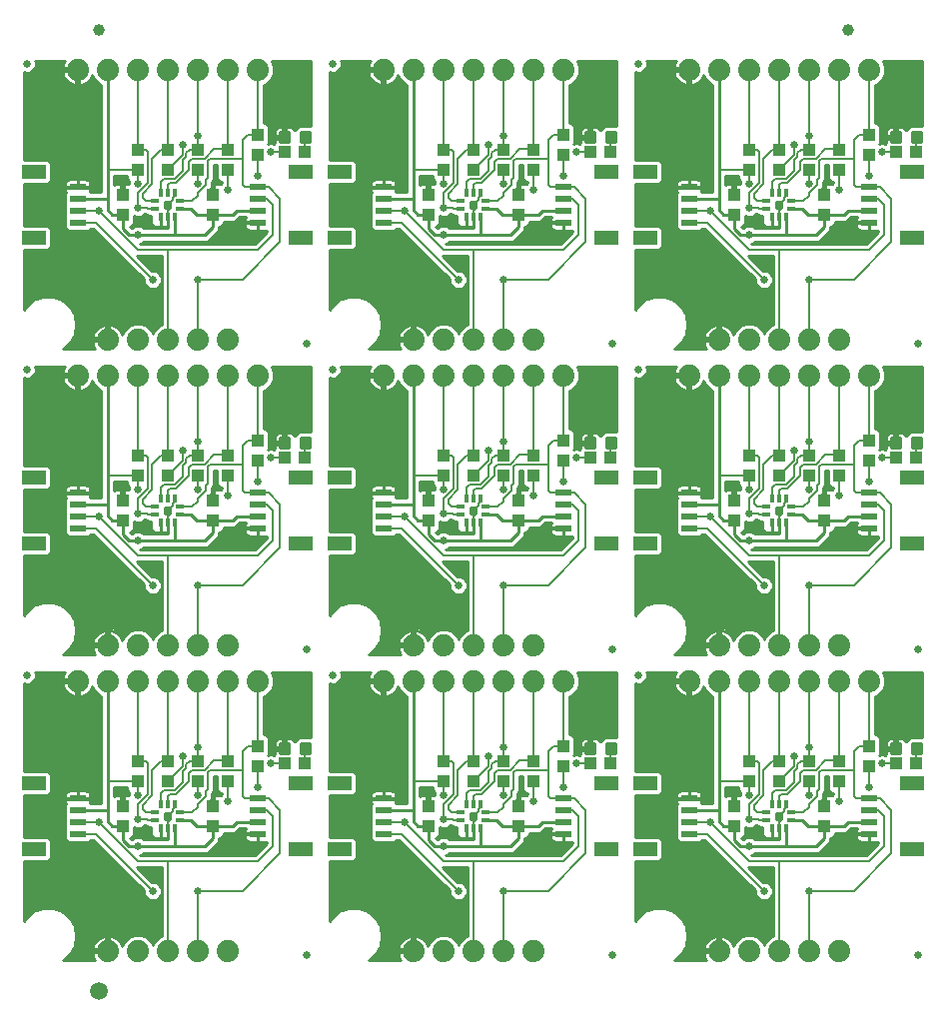
<source format=gtl>
G75*
%MOIN*%
%OFA0B0*%
%FSLAX25Y25*%
%IPPOS*%
%LPD*%
%AMOC8*
5,1,8,0,0,1.08239X$1,22.5*
%
%ADD10C,0.02500*%
%ADD11R,0.03937X0.04331*%
%ADD12R,0.07874X0.04724*%
%ADD13R,0.05315X0.02362*%
%ADD14C,0.07400*%
%ADD15R,0.04331X0.03937*%
%ADD16C,0.01181*%
%ADD17R,0.03150X0.01378*%
%ADD18R,0.01378X0.03150*%
%ADD19C,0.03937*%
%ADD20C,0.05906*%
%ADD21C,0.01000*%
%ADD22C,0.00600*%
%ADD23C,0.02600*%
D10*
X0125250Y0032250D03*
X0133750Y0125750D03*
X0125250Y0134250D03*
X0031750Y0125750D03*
X0031750Y0227750D03*
X0125250Y0236250D03*
X0133750Y0227750D03*
X0227250Y0236250D03*
X0235750Y0227750D03*
X0329250Y0236250D03*
X0235750Y0329750D03*
X0133750Y0329750D03*
X0031750Y0329750D03*
X0227250Y0134250D03*
X0235750Y0125750D03*
X0329250Y0134250D03*
X0329250Y0032250D03*
X0227250Y0032250D03*
D11*
X0195750Y0075404D03*
X0195750Y0082096D03*
X0190750Y0090404D03*
X0190750Y0097096D03*
X0180750Y0097096D03*
X0180750Y0090404D03*
X0170750Y0090404D03*
X0170750Y0097096D03*
X0165750Y0082096D03*
X0165750Y0075404D03*
X0200750Y0090404D03*
X0200750Y0097096D03*
X0210750Y0095404D03*
X0210750Y0102096D03*
X0267750Y0082096D03*
X0267750Y0075404D03*
X0272750Y0090404D03*
X0272750Y0097096D03*
X0282750Y0097096D03*
X0282750Y0090404D03*
X0292750Y0090404D03*
X0292750Y0097096D03*
X0302750Y0097096D03*
X0302750Y0090404D03*
X0297750Y0082096D03*
X0297750Y0075404D03*
X0312750Y0095404D03*
X0312750Y0102096D03*
X0297750Y0177404D03*
X0297750Y0184096D03*
X0292750Y0192404D03*
X0292750Y0199096D03*
X0302750Y0199096D03*
X0302750Y0192404D03*
X0312750Y0197404D03*
X0312750Y0204096D03*
X0282750Y0199096D03*
X0282750Y0192404D03*
X0272750Y0192404D03*
X0272750Y0199096D03*
X0267750Y0184096D03*
X0267750Y0177404D03*
X0210750Y0197404D03*
X0210750Y0204096D03*
X0200750Y0199096D03*
X0200750Y0192404D03*
X0195750Y0184096D03*
X0195750Y0177404D03*
X0190750Y0192404D03*
X0190750Y0199096D03*
X0180750Y0199096D03*
X0180750Y0192404D03*
X0170750Y0192404D03*
X0170750Y0199096D03*
X0165750Y0184096D03*
X0165750Y0177404D03*
X0108750Y0197404D03*
X0108750Y0204096D03*
X0098750Y0199096D03*
X0098750Y0192404D03*
X0093750Y0184096D03*
X0093750Y0177404D03*
X0088750Y0192404D03*
X0088750Y0199096D03*
X0078750Y0199096D03*
X0078750Y0192404D03*
X0068750Y0192404D03*
X0068750Y0199096D03*
X0063750Y0184096D03*
X0063750Y0177404D03*
X0108750Y0102096D03*
X0108750Y0095404D03*
X0098750Y0097096D03*
X0098750Y0090404D03*
X0093750Y0082096D03*
X0093750Y0075404D03*
X0088750Y0090404D03*
X0088750Y0097096D03*
X0078750Y0097096D03*
X0078750Y0090404D03*
X0068750Y0090404D03*
X0068750Y0097096D03*
X0063750Y0082096D03*
X0063750Y0075404D03*
X0063750Y0279404D03*
X0063750Y0286096D03*
X0068750Y0294404D03*
X0068750Y0301096D03*
X0078750Y0301096D03*
X0078750Y0294404D03*
X0088750Y0294404D03*
X0088750Y0301096D03*
X0098750Y0301096D03*
X0098750Y0294404D03*
X0093750Y0286096D03*
X0093750Y0279404D03*
X0108750Y0299404D03*
X0108750Y0306096D03*
X0165750Y0286096D03*
X0165750Y0279404D03*
X0170750Y0294404D03*
X0170750Y0301096D03*
X0180750Y0301096D03*
X0180750Y0294404D03*
X0190750Y0294404D03*
X0190750Y0301096D03*
X0200750Y0301096D03*
X0200750Y0294404D03*
X0195750Y0286096D03*
X0195750Y0279404D03*
X0210750Y0299404D03*
X0210750Y0306096D03*
X0267750Y0286096D03*
X0267750Y0279404D03*
X0272750Y0294404D03*
X0272750Y0301096D03*
X0282750Y0301096D03*
X0282750Y0294404D03*
X0292750Y0294404D03*
X0292750Y0301096D03*
X0302750Y0301096D03*
X0302750Y0294404D03*
X0297750Y0286096D03*
X0297750Y0279404D03*
X0312750Y0299404D03*
X0312750Y0306096D03*
D12*
X0327219Y0293774D03*
X0327219Y0271726D03*
X0327219Y0191774D03*
X0327219Y0169726D03*
X0327219Y0089774D03*
X0327219Y0067726D03*
X0238281Y0067726D03*
X0225219Y0067726D03*
X0225219Y0089774D03*
X0238281Y0089774D03*
X0238281Y0169726D03*
X0225219Y0169726D03*
X0225219Y0191774D03*
X0238281Y0191774D03*
X0238281Y0271726D03*
X0225219Y0271726D03*
X0225219Y0293774D03*
X0238281Y0293774D03*
X0136281Y0293774D03*
X0123219Y0293774D03*
X0123219Y0271726D03*
X0136281Y0271726D03*
X0136281Y0191774D03*
X0123219Y0191774D03*
X0123219Y0169726D03*
X0136281Y0169726D03*
X0136281Y0089774D03*
X0123219Y0089774D03*
X0123219Y0067726D03*
X0136281Y0067726D03*
X0034281Y0067726D03*
X0034281Y0089774D03*
X0034281Y0169726D03*
X0034281Y0191774D03*
X0034281Y0271726D03*
X0034281Y0293774D03*
D13*
X0048750Y0288656D03*
X0048750Y0284719D03*
X0048750Y0280781D03*
X0048750Y0276844D03*
X0108750Y0276844D03*
X0108750Y0280781D03*
X0108750Y0284719D03*
X0108750Y0288656D03*
X0150750Y0288656D03*
X0150750Y0284719D03*
X0150750Y0280781D03*
X0150750Y0276844D03*
X0210750Y0276844D03*
X0210750Y0280781D03*
X0210750Y0284719D03*
X0210750Y0288656D03*
X0252750Y0288656D03*
X0252750Y0284719D03*
X0252750Y0280781D03*
X0252750Y0276844D03*
X0312750Y0276844D03*
X0312750Y0280781D03*
X0312750Y0284719D03*
X0312750Y0288656D03*
X0312750Y0186656D03*
X0312750Y0182719D03*
X0312750Y0178781D03*
X0312750Y0174844D03*
X0252750Y0174844D03*
X0252750Y0178781D03*
X0252750Y0182719D03*
X0252750Y0186656D03*
X0210750Y0186656D03*
X0210750Y0182719D03*
X0210750Y0178781D03*
X0210750Y0174844D03*
X0150750Y0174844D03*
X0150750Y0178781D03*
X0150750Y0182719D03*
X0150750Y0186656D03*
X0108750Y0186656D03*
X0108750Y0182719D03*
X0108750Y0178781D03*
X0108750Y0174844D03*
X0048750Y0174844D03*
X0048750Y0178781D03*
X0048750Y0182719D03*
X0048750Y0186656D03*
X0048750Y0084656D03*
X0048750Y0080719D03*
X0048750Y0076781D03*
X0048750Y0072844D03*
X0108750Y0072844D03*
X0108750Y0076781D03*
X0108750Y0080719D03*
X0108750Y0084656D03*
X0150750Y0084656D03*
X0150750Y0080719D03*
X0150750Y0076781D03*
X0150750Y0072844D03*
X0210750Y0072844D03*
X0210750Y0076781D03*
X0210750Y0080719D03*
X0210750Y0084656D03*
X0252750Y0084656D03*
X0252750Y0080719D03*
X0252750Y0076781D03*
X0252750Y0072844D03*
X0312750Y0072844D03*
X0312750Y0076781D03*
X0312750Y0080719D03*
X0312750Y0084656D03*
D14*
X0312750Y0123750D03*
X0302750Y0123750D03*
X0292750Y0123750D03*
X0282750Y0123750D03*
X0272750Y0123750D03*
X0262750Y0123750D03*
X0252750Y0123750D03*
X0262750Y0135750D03*
X0272750Y0135750D03*
X0282750Y0135750D03*
X0292750Y0135750D03*
X0302750Y0135750D03*
X0210750Y0123750D03*
X0200750Y0123750D03*
X0190750Y0123750D03*
X0180750Y0123750D03*
X0170750Y0123750D03*
X0160750Y0123750D03*
X0150750Y0123750D03*
X0160750Y0135750D03*
X0170750Y0135750D03*
X0180750Y0135750D03*
X0190750Y0135750D03*
X0200750Y0135750D03*
X0108750Y0123750D03*
X0098750Y0123750D03*
X0088750Y0123750D03*
X0078750Y0123750D03*
X0068750Y0123750D03*
X0058750Y0123750D03*
X0048750Y0123750D03*
X0058750Y0135750D03*
X0068750Y0135750D03*
X0078750Y0135750D03*
X0088750Y0135750D03*
X0098750Y0135750D03*
X0098750Y0225750D03*
X0088750Y0225750D03*
X0078750Y0225750D03*
X0068750Y0225750D03*
X0058750Y0225750D03*
X0048750Y0225750D03*
X0058750Y0237750D03*
X0068750Y0237750D03*
X0078750Y0237750D03*
X0088750Y0237750D03*
X0098750Y0237750D03*
X0108750Y0225750D03*
X0150750Y0225750D03*
X0160750Y0225750D03*
X0170750Y0225750D03*
X0180750Y0225750D03*
X0190750Y0225750D03*
X0200750Y0225750D03*
X0210750Y0225750D03*
X0200750Y0237750D03*
X0190750Y0237750D03*
X0180750Y0237750D03*
X0170750Y0237750D03*
X0160750Y0237750D03*
X0252750Y0225750D03*
X0262750Y0225750D03*
X0272750Y0225750D03*
X0282750Y0225750D03*
X0292750Y0225750D03*
X0302750Y0225750D03*
X0312750Y0225750D03*
X0302750Y0237750D03*
X0292750Y0237750D03*
X0282750Y0237750D03*
X0272750Y0237750D03*
X0262750Y0237750D03*
X0262750Y0327750D03*
X0272750Y0327750D03*
X0282750Y0327750D03*
X0292750Y0327750D03*
X0302750Y0327750D03*
X0312750Y0327750D03*
X0252750Y0327750D03*
X0210750Y0327750D03*
X0200750Y0327750D03*
X0190750Y0327750D03*
X0180750Y0327750D03*
X0170750Y0327750D03*
X0160750Y0327750D03*
X0150750Y0327750D03*
X0108750Y0327750D03*
X0098750Y0327750D03*
X0088750Y0327750D03*
X0078750Y0327750D03*
X0068750Y0327750D03*
X0058750Y0327750D03*
X0048750Y0327750D03*
X0058750Y0033750D03*
X0068750Y0033750D03*
X0078750Y0033750D03*
X0088750Y0033750D03*
X0098750Y0033750D03*
X0160750Y0033750D03*
X0170750Y0033750D03*
X0180750Y0033750D03*
X0190750Y0033750D03*
X0200750Y0033750D03*
X0262750Y0033750D03*
X0272750Y0033750D03*
X0282750Y0033750D03*
X0292750Y0033750D03*
X0302750Y0033750D03*
D15*
X0321904Y0096250D03*
X0328596Y0096250D03*
X0226596Y0096250D03*
X0219904Y0096250D03*
X0124596Y0096250D03*
X0117904Y0096250D03*
X0117904Y0198250D03*
X0124596Y0198250D03*
X0219904Y0198250D03*
X0226596Y0198250D03*
X0321904Y0198250D03*
X0328596Y0198250D03*
X0328596Y0300250D03*
X0321904Y0300250D03*
X0226596Y0300250D03*
X0219904Y0300250D03*
X0124596Y0300250D03*
X0117904Y0300250D03*
D16*
X0119175Y0303872D02*
X0119175Y0306628D01*
X0119175Y0303872D02*
X0116419Y0303872D01*
X0116419Y0306628D01*
X0119175Y0306628D01*
X0119175Y0305052D02*
X0116419Y0305052D01*
X0116419Y0306232D02*
X0119175Y0306232D01*
X0126081Y0306628D02*
X0126081Y0303872D01*
X0123325Y0303872D01*
X0123325Y0306628D01*
X0126081Y0306628D01*
X0126081Y0305052D02*
X0123325Y0305052D01*
X0123325Y0306232D02*
X0126081Y0306232D01*
X0221175Y0306628D02*
X0221175Y0303872D01*
X0218419Y0303872D01*
X0218419Y0306628D01*
X0221175Y0306628D01*
X0221175Y0305052D02*
X0218419Y0305052D01*
X0218419Y0306232D02*
X0221175Y0306232D01*
X0228081Y0306628D02*
X0228081Y0303872D01*
X0225325Y0303872D01*
X0225325Y0306628D01*
X0228081Y0306628D01*
X0228081Y0305052D02*
X0225325Y0305052D01*
X0225325Y0306232D02*
X0228081Y0306232D01*
X0323175Y0306628D02*
X0323175Y0303872D01*
X0320419Y0303872D01*
X0320419Y0306628D01*
X0323175Y0306628D01*
X0323175Y0305052D02*
X0320419Y0305052D01*
X0320419Y0306232D02*
X0323175Y0306232D01*
X0330081Y0306628D02*
X0330081Y0303872D01*
X0327325Y0303872D01*
X0327325Y0306628D01*
X0330081Y0306628D01*
X0330081Y0305052D02*
X0327325Y0305052D01*
X0327325Y0306232D02*
X0330081Y0306232D01*
X0330081Y0204628D02*
X0330081Y0201872D01*
X0327325Y0201872D01*
X0327325Y0204628D01*
X0330081Y0204628D01*
X0330081Y0203052D02*
X0327325Y0203052D01*
X0327325Y0204232D02*
X0330081Y0204232D01*
X0323175Y0204628D02*
X0323175Y0201872D01*
X0320419Y0201872D01*
X0320419Y0204628D01*
X0323175Y0204628D01*
X0323175Y0203052D02*
X0320419Y0203052D01*
X0320419Y0204232D02*
X0323175Y0204232D01*
X0228081Y0204628D02*
X0228081Y0201872D01*
X0225325Y0201872D01*
X0225325Y0204628D01*
X0228081Y0204628D01*
X0228081Y0203052D02*
X0225325Y0203052D01*
X0225325Y0204232D02*
X0228081Y0204232D01*
X0221175Y0204628D02*
X0221175Y0201872D01*
X0218419Y0201872D01*
X0218419Y0204628D01*
X0221175Y0204628D01*
X0221175Y0203052D02*
X0218419Y0203052D01*
X0218419Y0204232D02*
X0221175Y0204232D01*
X0126081Y0204628D02*
X0126081Y0201872D01*
X0123325Y0201872D01*
X0123325Y0204628D01*
X0126081Y0204628D01*
X0126081Y0203052D02*
X0123325Y0203052D01*
X0123325Y0204232D02*
X0126081Y0204232D01*
X0119175Y0204628D02*
X0119175Y0201872D01*
X0116419Y0201872D01*
X0116419Y0204628D01*
X0119175Y0204628D01*
X0119175Y0203052D02*
X0116419Y0203052D01*
X0116419Y0204232D02*
X0119175Y0204232D01*
X0119175Y0102628D02*
X0119175Y0099872D01*
X0116419Y0099872D01*
X0116419Y0102628D01*
X0119175Y0102628D01*
X0119175Y0101052D02*
X0116419Y0101052D01*
X0116419Y0102232D02*
X0119175Y0102232D01*
X0126081Y0102628D02*
X0126081Y0099872D01*
X0123325Y0099872D01*
X0123325Y0102628D01*
X0126081Y0102628D01*
X0126081Y0101052D02*
X0123325Y0101052D01*
X0123325Y0102232D02*
X0126081Y0102232D01*
X0221175Y0102628D02*
X0221175Y0099872D01*
X0218419Y0099872D01*
X0218419Y0102628D01*
X0221175Y0102628D01*
X0221175Y0101052D02*
X0218419Y0101052D01*
X0218419Y0102232D02*
X0221175Y0102232D01*
X0228081Y0102628D02*
X0228081Y0099872D01*
X0225325Y0099872D01*
X0225325Y0102628D01*
X0228081Y0102628D01*
X0228081Y0101052D02*
X0225325Y0101052D01*
X0225325Y0102232D02*
X0228081Y0102232D01*
X0323175Y0102628D02*
X0323175Y0099872D01*
X0320419Y0099872D01*
X0320419Y0102628D01*
X0323175Y0102628D01*
X0323175Y0101052D02*
X0320419Y0101052D01*
X0320419Y0102232D02*
X0323175Y0102232D01*
X0330081Y0102628D02*
X0330081Y0099872D01*
X0327325Y0099872D01*
X0327325Y0102628D01*
X0330081Y0102628D01*
X0330081Y0101052D02*
X0327325Y0101052D01*
X0327325Y0102232D02*
X0330081Y0102232D01*
D17*
X0286884Y0079931D03*
X0286884Y0077569D03*
X0278616Y0077569D03*
X0278616Y0079931D03*
X0184884Y0079931D03*
X0184884Y0077569D03*
X0176616Y0077569D03*
X0176616Y0079931D03*
X0082884Y0079931D03*
X0082884Y0077569D03*
X0074616Y0077569D03*
X0074616Y0079931D03*
X0074616Y0179569D03*
X0074616Y0181931D03*
X0082884Y0181931D03*
X0082884Y0179569D03*
X0176616Y0179569D03*
X0176616Y0181931D03*
X0184884Y0181931D03*
X0184884Y0179569D03*
X0278616Y0179569D03*
X0278616Y0181931D03*
X0286884Y0181931D03*
X0286884Y0179569D03*
X0286884Y0281569D03*
X0286884Y0283931D03*
X0278616Y0283931D03*
X0278616Y0281569D03*
X0184884Y0281569D03*
X0184884Y0283931D03*
X0176616Y0283931D03*
X0176616Y0281569D03*
X0082884Y0281569D03*
X0082884Y0283931D03*
X0074616Y0283931D03*
X0074616Y0281569D03*
D18*
X0076388Y0278616D03*
X0078750Y0278616D03*
X0081112Y0278616D03*
X0081112Y0286884D03*
X0078750Y0286884D03*
X0076388Y0286884D03*
X0178388Y0286884D03*
X0180750Y0286884D03*
X0183112Y0286884D03*
X0183112Y0278616D03*
X0180750Y0278616D03*
X0178388Y0278616D03*
X0178388Y0184884D03*
X0180750Y0184884D03*
X0183112Y0184884D03*
X0183112Y0176616D03*
X0180750Y0176616D03*
X0178388Y0176616D03*
X0081112Y0176616D03*
X0078750Y0176616D03*
X0076388Y0176616D03*
X0076388Y0184884D03*
X0078750Y0184884D03*
X0081112Y0184884D03*
X0081112Y0082884D03*
X0078750Y0082884D03*
X0076388Y0082884D03*
X0076388Y0074616D03*
X0078750Y0074616D03*
X0081112Y0074616D03*
X0178388Y0074616D03*
X0180750Y0074616D03*
X0183112Y0074616D03*
X0183112Y0082884D03*
X0180750Y0082884D03*
X0178388Y0082884D03*
X0280388Y0082884D03*
X0282750Y0082884D03*
X0285112Y0082884D03*
X0285112Y0074616D03*
X0282750Y0074616D03*
X0280388Y0074616D03*
X0280388Y0176616D03*
X0282750Y0176616D03*
X0285112Y0176616D03*
X0285112Y0184884D03*
X0282750Y0184884D03*
X0280388Y0184884D03*
X0280388Y0278616D03*
X0282750Y0278616D03*
X0285112Y0278616D03*
X0285112Y0286884D03*
X0282750Y0286884D03*
X0280388Y0286884D03*
D19*
X0305750Y0341000D03*
X0055750Y0341000D03*
D20*
X0055750Y0020500D03*
D21*
X0030850Y0043867D02*
X0030850Y0063664D01*
X0038923Y0063664D01*
X0039918Y0064660D01*
X0039918Y0070793D01*
X0038923Y0071789D01*
X0030850Y0071789D01*
X0030850Y0085711D01*
X0038923Y0085711D01*
X0039918Y0086707D01*
X0039918Y0092840D01*
X0038923Y0093836D01*
X0030850Y0093836D01*
X0030850Y0122930D01*
X0031163Y0122800D01*
X0032337Y0122800D01*
X0033421Y0123249D01*
X0034251Y0124079D01*
X0034700Y0125163D01*
X0034700Y0126337D01*
X0034570Y0126650D01*
X0044429Y0126650D01*
X0044303Y0126475D01*
X0043931Y0125746D01*
X0043678Y0124968D01*
X0043564Y0124250D01*
X0048250Y0124250D01*
X0048250Y0123250D01*
X0049250Y0123250D01*
X0049250Y0118564D01*
X0049968Y0118678D01*
X0050746Y0118931D01*
X0051475Y0119303D01*
X0052138Y0119784D01*
X0052716Y0120362D01*
X0053197Y0121025D01*
X0053569Y0121754D01*
X0053641Y0121974D01*
X0054172Y0120691D01*
X0055691Y0119172D01*
X0056519Y0118829D01*
X0056519Y0082918D01*
X0052811Y0082918D01*
X0052907Y0083277D01*
X0052907Y0084565D01*
X0048841Y0084565D01*
X0048841Y0084746D01*
X0052907Y0084746D01*
X0052907Y0086034D01*
X0052805Y0086416D01*
X0052608Y0086758D01*
X0052328Y0087037D01*
X0051986Y0087234D01*
X0051605Y0087337D01*
X0048841Y0087337D01*
X0048841Y0084746D01*
X0048659Y0084746D01*
X0048659Y0084565D01*
X0044593Y0084565D01*
X0044593Y0083277D01*
X0044693Y0082904D01*
X0044393Y0082604D01*
X0044393Y0078833D01*
X0044476Y0078750D01*
X0044393Y0078667D01*
X0044393Y0074896D01*
X0044476Y0074813D01*
X0044393Y0074730D01*
X0044393Y0070959D01*
X0045388Y0069963D01*
X0052112Y0069963D01*
X0052993Y0070844D01*
X0053827Y0070844D01*
X0070750Y0053922D01*
X0070750Y0053153D01*
X0071207Y0052051D01*
X0072051Y0051207D01*
X0073153Y0050750D01*
X0074347Y0050750D01*
X0075449Y0051207D01*
X0076293Y0052051D01*
X0076750Y0053153D01*
X0076750Y0054347D01*
X0076293Y0055449D01*
X0075449Y0056293D01*
X0074347Y0056750D01*
X0073578Y0056750D01*
X0068578Y0061750D01*
X0076750Y0061750D01*
X0076750Y0038766D01*
X0075691Y0038328D01*
X0074172Y0036809D01*
X0073750Y0035790D01*
X0073328Y0036809D01*
X0071809Y0038328D01*
X0069824Y0039150D01*
X0067676Y0039150D01*
X0065691Y0038328D01*
X0064172Y0036809D01*
X0063641Y0035526D01*
X0063569Y0035746D01*
X0063197Y0036475D01*
X0062716Y0037138D01*
X0062138Y0037716D01*
X0061475Y0038197D01*
X0060746Y0038569D01*
X0059968Y0038822D01*
X0059250Y0038936D01*
X0059250Y0034250D01*
X0058250Y0034250D01*
X0058250Y0038936D01*
X0057532Y0038822D01*
X0056754Y0038569D01*
X0056025Y0038197D01*
X0055362Y0037716D01*
X0054784Y0037138D01*
X0054303Y0036475D01*
X0053931Y0035746D01*
X0053678Y0034968D01*
X0053564Y0034250D01*
X0058250Y0034250D01*
X0058250Y0033250D01*
X0053564Y0033250D01*
X0053678Y0032532D01*
X0053931Y0031754D01*
X0054303Y0031025D01*
X0054429Y0030850D01*
X0043959Y0030850D01*
X0046062Y0032615D01*
X0047719Y0035485D01*
X0047719Y0035485D01*
X0048295Y0038750D01*
X0047719Y0042015D01*
X0046062Y0044885D01*
X0046062Y0044885D01*
X0043523Y0047016D01*
X0043522Y0047016D01*
X0040407Y0048150D01*
X0037093Y0048150D01*
X0033977Y0047016D01*
X0031438Y0044885D01*
X0030850Y0043867D01*
X0030850Y0044726D02*
X0031346Y0044726D01*
X0031438Y0044885D02*
X0031438Y0044885D01*
X0031438Y0044885D01*
X0030850Y0045725D02*
X0032438Y0045725D01*
X0033628Y0046723D02*
X0030850Y0046723D01*
X0030850Y0047722D02*
X0035916Y0047722D01*
X0033977Y0047016D02*
X0033977Y0047016D01*
X0030850Y0048720D02*
X0076750Y0048720D01*
X0076750Y0047722D02*
X0041584Y0047722D01*
X0043872Y0046723D02*
X0076750Y0046723D01*
X0076750Y0045725D02*
X0045062Y0045725D01*
X0046154Y0044726D02*
X0076750Y0044726D01*
X0076750Y0043728D02*
X0046730Y0043728D01*
X0047307Y0042729D02*
X0076750Y0042729D01*
X0076750Y0041731D02*
X0047769Y0041731D01*
X0047719Y0042015D02*
X0047719Y0042015D01*
X0047945Y0040732D02*
X0076750Y0040732D01*
X0076750Y0039734D02*
X0048122Y0039734D01*
X0048295Y0038750D02*
X0048295Y0038750D01*
X0048292Y0038735D02*
X0057265Y0038735D01*
X0058250Y0038735D02*
X0059250Y0038735D01*
X0060235Y0038735D02*
X0066674Y0038735D01*
X0065100Y0037737D02*
X0062110Y0037737D01*
X0063007Y0036738D02*
X0064143Y0036738D01*
X0063729Y0035740D02*
X0063571Y0035740D01*
X0059250Y0035740D02*
X0058250Y0035740D01*
X0058250Y0036738D02*
X0059250Y0036738D01*
X0059250Y0037737D02*
X0058250Y0037737D01*
X0055390Y0037737D02*
X0048116Y0037737D01*
X0047940Y0036738D02*
X0054493Y0036738D01*
X0053929Y0035740D02*
X0047764Y0035740D01*
X0047290Y0034741D02*
X0053642Y0034741D01*
X0053645Y0032744D02*
X0046137Y0032744D01*
X0046062Y0032615D02*
X0046062Y0032615D01*
X0046062Y0032615D01*
X0046713Y0033743D02*
X0058250Y0033743D01*
X0058250Y0034741D02*
X0059250Y0034741D01*
X0053935Y0031746D02*
X0045026Y0031746D01*
X0030850Y0049719D02*
X0076750Y0049719D01*
X0076750Y0050717D02*
X0030850Y0050717D01*
X0030850Y0051716D02*
X0071542Y0051716D01*
X0070932Y0052714D02*
X0030850Y0052714D01*
X0030850Y0053713D02*
X0070750Y0053713D01*
X0069960Y0054711D02*
X0030850Y0054711D01*
X0030850Y0055710D02*
X0068962Y0055710D01*
X0067963Y0056708D02*
X0030850Y0056708D01*
X0030850Y0057707D02*
X0066965Y0057707D01*
X0065966Y0058705D02*
X0030850Y0058705D01*
X0030850Y0059704D02*
X0064968Y0059704D01*
X0063969Y0060702D02*
X0030850Y0060702D01*
X0030850Y0061701D02*
X0062971Y0061701D01*
X0061972Y0062699D02*
X0030850Y0062699D01*
X0038956Y0063698D02*
X0060974Y0063698D01*
X0059975Y0064696D02*
X0039918Y0064696D01*
X0039918Y0065695D02*
X0058977Y0065695D01*
X0057978Y0066693D02*
X0039918Y0066693D01*
X0039918Y0067692D02*
X0056980Y0067692D01*
X0055981Y0068690D02*
X0039918Y0068690D01*
X0039918Y0069689D02*
X0054983Y0069689D01*
X0053984Y0070687D02*
X0052836Y0070687D01*
X0058719Y0076935D02*
X0060250Y0075404D01*
X0063750Y0075404D01*
X0063750Y0070750D01*
X0065750Y0068750D01*
X0068750Y0068750D01*
X0081250Y0068750D01*
X0081112Y0068888D01*
X0081112Y0074616D01*
X0078750Y0074616D02*
X0078750Y0071250D01*
X0076250Y0071250D01*
X0076388Y0071388D01*
X0076388Y0074616D01*
X0076388Y0071708D02*
X0076388Y0071708D01*
X0076388Y0071541D01*
X0077274Y0071541D01*
X0077307Y0071550D01*
X0077831Y0071550D01*
X0077864Y0071541D01*
X0078750Y0071541D01*
X0078750Y0071846D01*
X0078750Y0071541D01*
X0078912Y0071541D01*
X0078912Y0070950D01*
X0070793Y0070950D01*
X0070449Y0071293D01*
X0069347Y0071750D01*
X0068153Y0071750D01*
X0067051Y0071293D01*
X0066707Y0070950D01*
X0066661Y0070950D01*
X0066073Y0071538D01*
X0066423Y0071538D01*
X0067418Y0072534D01*
X0067418Y0075054D01*
X0068153Y0074750D01*
X0069347Y0074750D01*
X0070449Y0075207D01*
X0070993Y0075750D01*
X0071224Y0075750D01*
X0071406Y0075569D01*
X0071948Y0075569D01*
X0072337Y0075180D01*
X0073050Y0075180D01*
X0073050Y0072546D01*
X0074046Y0071550D01*
X0075469Y0071550D01*
X0075501Y0071541D01*
X0076388Y0071541D01*
X0076388Y0071708D01*
X0076388Y0071686D02*
X0076388Y0071686D01*
X0078750Y0071686D02*
X0078750Y0071686D01*
X0078750Y0071846D02*
X0078750Y0071846D01*
X0081250Y0068750D02*
X0091250Y0068750D01*
X0093750Y0071250D01*
X0093750Y0075404D01*
X0088596Y0075404D01*
X0086431Y0077569D01*
X0082884Y0077569D01*
X0079609Y0077781D02*
X0079519Y0077691D01*
X0078750Y0077691D01*
X0078750Y0077154D01*
X0078750Y0077154D01*
X0078750Y0077691D01*
X0077891Y0077691D01*
X0077891Y0078962D01*
X0077891Y0079609D01*
X0079609Y0079609D01*
X0079609Y0077781D01*
X0078750Y0077677D02*
X0078750Y0077677D01*
X0077891Y0078676D02*
X0079609Y0078676D01*
X0073050Y0074682D02*
X0067418Y0074682D01*
X0067418Y0073683D02*
X0073050Y0073683D01*
X0073050Y0072684D02*
X0067418Y0072684D01*
X0067999Y0071686D02*
X0066570Y0071686D01*
X0069501Y0071686D02*
X0073910Y0071686D01*
X0071294Y0075680D02*
X0070923Y0075680D01*
X0070793Y0066550D02*
X0092161Y0066550D01*
X0094661Y0069050D01*
X0095950Y0070339D01*
X0095950Y0071538D01*
X0096423Y0071538D01*
X0097418Y0072534D01*
X0097418Y0073204D01*
X0101315Y0073204D01*
X0102693Y0074581D01*
X0104689Y0074581D01*
X0104593Y0074223D01*
X0104593Y0072935D01*
X0108659Y0072935D01*
X0108659Y0072754D01*
X0104593Y0072754D01*
X0104593Y0071466D01*
X0104695Y0071084D01*
X0104892Y0070742D01*
X0105171Y0070463D01*
X0105514Y0070266D01*
X0105895Y0070163D01*
X0108659Y0070163D01*
X0108659Y0072754D01*
X0108841Y0072754D01*
X0108841Y0070163D01*
X0111605Y0070163D01*
X0111750Y0070202D01*
X0111750Y0069578D01*
X0107922Y0065750D01*
X0077922Y0065750D01*
X0069578Y0065750D01*
X0069511Y0065818D01*
X0070449Y0066207D01*
X0070793Y0066550D01*
X0068628Y0061701D02*
X0076750Y0061701D01*
X0076750Y0060702D02*
X0069626Y0060702D01*
X0070625Y0059704D02*
X0076750Y0059704D01*
X0076750Y0058705D02*
X0071623Y0058705D01*
X0072622Y0057707D02*
X0076750Y0057707D01*
X0076750Y0056708D02*
X0074447Y0056708D01*
X0076033Y0055710D02*
X0076750Y0055710D01*
X0076750Y0054711D02*
X0076599Y0054711D01*
X0076750Y0053713D02*
X0076750Y0053713D01*
X0076750Y0052714D02*
X0076568Y0052714D01*
X0076750Y0051716D02*
X0075958Y0051716D01*
X0076674Y0038735D02*
X0070826Y0038735D01*
X0072400Y0037737D02*
X0075100Y0037737D01*
X0074143Y0036738D02*
X0073357Y0036738D01*
X0092305Y0066693D02*
X0108865Y0066693D01*
X0109864Y0067692D02*
X0093303Y0067692D01*
X0094302Y0068690D02*
X0110862Y0068690D01*
X0111750Y0069689D02*
X0095300Y0069689D01*
X0095950Y0070687D02*
X0104947Y0070687D01*
X0104593Y0071686D02*
X0096570Y0071686D01*
X0097418Y0072684D02*
X0104593Y0072684D01*
X0104593Y0073683D02*
X0101794Y0073683D01*
X0100404Y0075404D02*
X0101781Y0076781D01*
X0108750Y0076781D01*
X0108659Y0072684D02*
X0108841Y0072684D01*
X0108841Y0071686D02*
X0108659Y0071686D01*
X0108659Y0070687D02*
X0108841Y0070687D01*
X0100404Y0075404D02*
X0093750Y0075404D01*
X0093266Y0082581D02*
X0093266Y0084326D01*
X0093550Y0084610D01*
X0093550Y0086333D01*
X0094250Y0087033D01*
X0094250Y0092031D01*
X0095081Y0092031D01*
X0095081Y0087534D01*
X0096077Y0086538D01*
X0096750Y0086538D01*
X0096750Y0085993D01*
X0096373Y0085616D01*
X0096297Y0085660D01*
X0095916Y0085762D01*
X0094234Y0085762D01*
X0094234Y0082581D01*
X0093266Y0082581D01*
X0093266Y0082670D02*
X0094234Y0082670D01*
X0094234Y0083668D02*
X0093266Y0083668D01*
X0093550Y0084667D02*
X0094234Y0084667D01*
X0094234Y0085665D02*
X0093550Y0085665D01*
X0093881Y0086664D02*
X0095952Y0086664D01*
X0096277Y0085665D02*
X0096423Y0085665D01*
X0095081Y0087662D02*
X0094250Y0087662D01*
X0094250Y0088661D02*
X0095081Y0088661D01*
X0095081Y0089659D02*
X0094250Y0089659D01*
X0094250Y0090658D02*
X0095081Y0090658D01*
X0095081Y0091656D02*
X0094250Y0091656D01*
X0112292Y0099100D02*
X0112418Y0099227D01*
X0112418Y0104966D01*
X0111423Y0105962D01*
X0110750Y0105962D01*
X0110750Y0118734D01*
X0111809Y0119172D01*
X0113328Y0120691D01*
X0114150Y0122676D01*
X0114150Y0124824D01*
X0113394Y0126650D01*
X0126650Y0126650D01*
X0126650Y0104918D01*
X0122376Y0104918D01*
X0121039Y0103581D01*
X0120848Y0103912D01*
X0120459Y0104301D01*
X0119982Y0104576D01*
X0119450Y0104718D01*
X0118281Y0104718D01*
X0118281Y0101734D01*
X0117313Y0101734D01*
X0117313Y0100766D01*
X0114329Y0100766D01*
X0114329Y0099597D01*
X0114410Y0099294D01*
X0114214Y0099098D01*
X0113847Y0099250D01*
X0112653Y0099250D01*
X0112292Y0099100D01*
X0112418Y0099644D02*
X0114329Y0099644D01*
X0114329Y0100643D02*
X0112418Y0100643D01*
X0112418Y0101641D02*
X0117313Y0101641D01*
X0117313Y0101734D02*
X0114329Y0101734D01*
X0114329Y0102903D01*
X0114471Y0103435D01*
X0114746Y0103912D01*
X0115136Y0104301D01*
X0115612Y0104576D01*
X0116144Y0104718D01*
X0117313Y0104718D01*
X0117313Y0101734D01*
X0117313Y0102640D02*
X0118281Y0102640D01*
X0118281Y0103638D02*
X0117313Y0103638D01*
X0117313Y0104637D02*
X0118281Y0104637D01*
X0119755Y0104637D02*
X0122094Y0104637D01*
X0121096Y0103638D02*
X0121006Y0103638D01*
X0115839Y0104637D02*
X0112418Y0104637D01*
X0112418Y0103638D02*
X0114589Y0103638D01*
X0114329Y0102640D02*
X0112418Y0102640D01*
X0111749Y0105635D02*
X0126650Y0105635D01*
X0126650Y0106634D02*
X0110750Y0106634D01*
X0110750Y0107632D02*
X0126650Y0107632D01*
X0126650Y0108631D02*
X0110750Y0108631D01*
X0110750Y0109629D02*
X0126650Y0109629D01*
X0126650Y0110628D02*
X0110750Y0110628D01*
X0110750Y0111626D02*
X0126650Y0111626D01*
X0126650Y0112625D02*
X0110750Y0112625D01*
X0110750Y0113623D02*
X0126650Y0113623D01*
X0126650Y0114622D02*
X0110750Y0114622D01*
X0110750Y0115620D02*
X0126650Y0115620D01*
X0126650Y0116619D02*
X0110750Y0116619D01*
X0110750Y0117618D02*
X0126650Y0117618D01*
X0126650Y0118616D02*
X0110750Y0118616D01*
X0112251Y0119615D02*
X0126650Y0119615D01*
X0126650Y0120613D02*
X0113250Y0120613D01*
X0113709Y0121612D02*
X0126650Y0121612D01*
X0126650Y0122610D02*
X0114123Y0122610D01*
X0114150Y0123609D02*
X0126650Y0123609D01*
X0126650Y0124607D02*
X0114150Y0124607D01*
X0113826Y0125606D02*
X0126650Y0125606D01*
X0126650Y0126604D02*
X0113413Y0126604D01*
X0132850Y0122930D02*
X0133163Y0122800D01*
X0134337Y0122800D01*
X0135421Y0123249D01*
X0136251Y0124079D01*
X0136700Y0125163D01*
X0136700Y0126337D01*
X0136570Y0126650D01*
X0146429Y0126650D01*
X0146303Y0126475D01*
X0145931Y0125746D01*
X0145678Y0124968D01*
X0145564Y0124250D01*
X0150250Y0124250D01*
X0150250Y0123250D01*
X0151250Y0123250D01*
X0151250Y0118564D01*
X0151968Y0118678D01*
X0152746Y0118931D01*
X0153475Y0119303D01*
X0154138Y0119784D01*
X0154716Y0120362D01*
X0155197Y0121025D01*
X0155569Y0121754D01*
X0155641Y0121974D01*
X0156172Y0120691D01*
X0157691Y0119172D01*
X0158519Y0118829D01*
X0158519Y0082918D01*
X0154811Y0082918D01*
X0154907Y0083277D01*
X0154907Y0084565D01*
X0150841Y0084565D01*
X0150841Y0084746D01*
X0154907Y0084746D01*
X0154907Y0086034D01*
X0154805Y0086416D01*
X0154608Y0086758D01*
X0154328Y0087037D01*
X0153986Y0087234D01*
X0153605Y0087337D01*
X0150841Y0087337D01*
X0150841Y0084746D01*
X0150659Y0084746D01*
X0150659Y0084565D01*
X0146593Y0084565D01*
X0146593Y0083277D01*
X0146693Y0082904D01*
X0146393Y0082604D01*
X0146393Y0078833D01*
X0146476Y0078750D01*
X0146393Y0078667D01*
X0146393Y0074896D01*
X0146476Y0074813D01*
X0146393Y0074730D01*
X0146393Y0070959D01*
X0147388Y0069963D01*
X0154112Y0069963D01*
X0154993Y0070844D01*
X0155827Y0070844D01*
X0172750Y0053922D01*
X0172750Y0053153D01*
X0173207Y0052051D01*
X0174051Y0051207D01*
X0175153Y0050750D01*
X0176347Y0050750D01*
X0177449Y0051207D01*
X0178293Y0052051D01*
X0178750Y0053153D01*
X0178750Y0054347D01*
X0178293Y0055449D01*
X0177449Y0056293D01*
X0176347Y0056750D01*
X0175578Y0056750D01*
X0170578Y0061750D01*
X0178750Y0061750D01*
X0178750Y0038766D01*
X0177691Y0038328D01*
X0176172Y0036809D01*
X0175750Y0035790D01*
X0175328Y0036809D01*
X0173809Y0038328D01*
X0171824Y0039150D01*
X0169676Y0039150D01*
X0167691Y0038328D01*
X0166172Y0036809D01*
X0165641Y0035526D01*
X0165569Y0035746D01*
X0165197Y0036475D01*
X0164716Y0037138D01*
X0164138Y0037716D01*
X0163475Y0038197D01*
X0162746Y0038569D01*
X0161968Y0038822D01*
X0161250Y0038936D01*
X0161250Y0034250D01*
X0160250Y0034250D01*
X0160250Y0038936D01*
X0159532Y0038822D01*
X0158754Y0038569D01*
X0158025Y0038197D01*
X0157362Y0037716D01*
X0156784Y0037138D01*
X0156303Y0036475D01*
X0155931Y0035746D01*
X0155678Y0034968D01*
X0155564Y0034250D01*
X0160250Y0034250D01*
X0160250Y0033250D01*
X0155564Y0033250D01*
X0155678Y0032532D01*
X0155931Y0031754D01*
X0156303Y0031025D01*
X0156429Y0030850D01*
X0145959Y0030850D01*
X0148062Y0032615D01*
X0149719Y0035485D01*
X0149719Y0035485D01*
X0150295Y0038750D01*
X0149719Y0042015D01*
X0148062Y0044885D01*
X0148062Y0044885D01*
X0145523Y0047016D01*
X0145522Y0047016D01*
X0142407Y0048150D01*
X0139093Y0048150D01*
X0135977Y0047016D01*
X0133438Y0044885D01*
X0132850Y0043867D01*
X0132850Y0063664D01*
X0140923Y0063664D01*
X0141918Y0064660D01*
X0141918Y0070793D01*
X0140923Y0071789D01*
X0132850Y0071789D01*
X0132850Y0085711D01*
X0140923Y0085711D01*
X0141918Y0086707D01*
X0141918Y0092840D01*
X0140923Y0093836D01*
X0132850Y0093836D01*
X0132850Y0122930D01*
X0132850Y0122610D02*
X0145666Y0122610D01*
X0145678Y0122532D02*
X0145931Y0121754D01*
X0146303Y0121025D01*
X0146784Y0120362D01*
X0147362Y0119784D01*
X0148025Y0119303D01*
X0148754Y0118931D01*
X0149532Y0118678D01*
X0150250Y0118564D01*
X0150250Y0123250D01*
X0145564Y0123250D01*
X0145678Y0122532D01*
X0146003Y0121612D02*
X0132850Y0121612D01*
X0132850Y0120613D02*
X0146602Y0120613D01*
X0147595Y0119615D02*
X0132850Y0119615D01*
X0132850Y0118616D02*
X0149924Y0118616D01*
X0150250Y0118616D02*
X0151250Y0118616D01*
X0151576Y0118616D02*
X0158519Y0118616D01*
X0158519Y0117618D02*
X0132850Y0117618D01*
X0132850Y0116619D02*
X0158519Y0116619D01*
X0158519Y0115620D02*
X0132850Y0115620D01*
X0132850Y0114622D02*
X0158519Y0114622D01*
X0158519Y0113623D02*
X0132850Y0113623D01*
X0132850Y0112625D02*
X0158519Y0112625D01*
X0158519Y0111626D02*
X0132850Y0111626D01*
X0132850Y0110628D02*
X0158519Y0110628D01*
X0158519Y0109629D02*
X0132850Y0109629D01*
X0132850Y0108631D02*
X0158519Y0108631D01*
X0158519Y0107632D02*
X0132850Y0107632D01*
X0132850Y0106634D02*
X0158519Y0106634D01*
X0158519Y0105635D02*
X0132850Y0105635D01*
X0132850Y0104637D02*
X0158519Y0104637D01*
X0158519Y0103638D02*
X0132850Y0103638D01*
X0132850Y0102640D02*
X0158519Y0102640D01*
X0158519Y0101641D02*
X0132850Y0101641D01*
X0132850Y0100643D02*
X0158519Y0100643D01*
X0158519Y0099644D02*
X0132850Y0099644D01*
X0132850Y0098646D02*
X0158519Y0098646D01*
X0158519Y0097647D02*
X0132850Y0097647D01*
X0132850Y0096649D02*
X0158519Y0096649D01*
X0158519Y0095650D02*
X0132850Y0095650D01*
X0132850Y0094652D02*
X0158519Y0094652D01*
X0158519Y0093653D02*
X0141105Y0093653D01*
X0141918Y0092655D02*
X0158519Y0092655D01*
X0158519Y0091656D02*
X0141918Y0091656D01*
X0141918Y0090658D02*
X0158519Y0090658D01*
X0158519Y0089659D02*
X0141918Y0089659D01*
X0141918Y0088661D02*
X0158519Y0088661D01*
X0158519Y0087662D02*
X0141918Y0087662D01*
X0141875Y0086664D02*
X0146838Y0086664D01*
X0146892Y0086758D02*
X0146695Y0086416D01*
X0146593Y0086034D01*
X0146593Y0084746D01*
X0150659Y0084746D01*
X0150659Y0087337D01*
X0147895Y0087337D01*
X0147514Y0087234D01*
X0147171Y0087037D01*
X0146892Y0086758D01*
X0146593Y0085665D02*
X0132850Y0085665D01*
X0132850Y0084667D02*
X0150659Y0084667D01*
X0150841Y0084667D02*
X0158519Y0084667D01*
X0158519Y0085665D02*
X0154907Y0085665D01*
X0154662Y0086664D02*
X0158519Y0086664D01*
X0158519Y0083668D02*
X0154907Y0083668D01*
X0150841Y0085665D02*
X0150659Y0085665D01*
X0150659Y0086664D02*
X0150841Y0086664D01*
X0146593Y0083668D02*
X0132850Y0083668D01*
X0132850Y0082670D02*
X0146458Y0082670D01*
X0146393Y0081671D02*
X0132850Y0081671D01*
X0132850Y0080673D02*
X0146393Y0080673D01*
X0146393Y0079674D02*
X0132850Y0079674D01*
X0132850Y0078676D02*
X0146401Y0078676D01*
X0146393Y0077677D02*
X0132850Y0077677D01*
X0132850Y0076679D02*
X0146393Y0076679D01*
X0146393Y0075680D02*
X0132850Y0075680D01*
X0132850Y0074682D02*
X0146393Y0074682D01*
X0146393Y0073683D02*
X0132850Y0073683D01*
X0132850Y0072684D02*
X0146393Y0072684D01*
X0146393Y0071686D02*
X0141025Y0071686D01*
X0141918Y0070687D02*
X0146664Y0070687D01*
X0141918Y0069689D02*
X0156983Y0069689D01*
X0157981Y0068690D02*
X0141918Y0068690D01*
X0141918Y0067692D02*
X0158980Y0067692D01*
X0159978Y0066693D02*
X0141918Y0066693D01*
X0141918Y0065695D02*
X0160977Y0065695D01*
X0161975Y0064696D02*
X0141918Y0064696D01*
X0140956Y0063698D02*
X0162974Y0063698D01*
X0163972Y0062699D02*
X0132850Y0062699D01*
X0132850Y0061701D02*
X0164971Y0061701D01*
X0165969Y0060702D02*
X0132850Y0060702D01*
X0132850Y0059704D02*
X0166968Y0059704D01*
X0167966Y0058705D02*
X0132850Y0058705D01*
X0132850Y0057707D02*
X0168965Y0057707D01*
X0169963Y0056708D02*
X0132850Y0056708D01*
X0132850Y0055710D02*
X0170962Y0055710D01*
X0171960Y0054711D02*
X0132850Y0054711D01*
X0132850Y0053713D02*
X0172750Y0053713D01*
X0172932Y0052714D02*
X0132850Y0052714D01*
X0132850Y0051716D02*
X0173542Y0051716D01*
X0177958Y0051716D02*
X0178750Y0051716D01*
X0178750Y0052714D02*
X0178568Y0052714D01*
X0178750Y0053713D02*
X0178750Y0053713D01*
X0178750Y0054711D02*
X0178599Y0054711D01*
X0178750Y0055710D02*
X0178033Y0055710D01*
X0178750Y0056708D02*
X0176447Y0056708D01*
X0174622Y0057707D02*
X0178750Y0057707D01*
X0178750Y0058705D02*
X0173623Y0058705D01*
X0172625Y0059704D02*
X0178750Y0059704D01*
X0178750Y0060702D02*
X0171626Y0060702D01*
X0170628Y0061701D02*
X0178750Y0061701D01*
X0179922Y0065750D02*
X0171578Y0065750D01*
X0171511Y0065818D01*
X0172449Y0066207D01*
X0172793Y0066550D01*
X0194161Y0066550D01*
X0196661Y0069050D01*
X0197950Y0070339D01*
X0197950Y0071538D01*
X0198423Y0071538D01*
X0199418Y0072534D01*
X0199418Y0073204D01*
X0203315Y0073204D01*
X0204693Y0074581D01*
X0206689Y0074581D01*
X0206593Y0074223D01*
X0206593Y0072935D01*
X0210659Y0072935D01*
X0210659Y0072754D01*
X0206593Y0072754D01*
X0206593Y0071466D01*
X0206695Y0071084D01*
X0206892Y0070742D01*
X0207171Y0070463D01*
X0207514Y0070266D01*
X0207895Y0070163D01*
X0210659Y0070163D01*
X0210659Y0072754D01*
X0210841Y0072754D01*
X0210841Y0070163D01*
X0213605Y0070163D01*
X0213750Y0070202D01*
X0213750Y0069578D01*
X0209922Y0065750D01*
X0179922Y0065750D01*
X0183112Y0068888D02*
X0183250Y0068750D01*
X0193250Y0068750D01*
X0195750Y0071250D01*
X0195750Y0075404D01*
X0190596Y0075404D01*
X0188431Y0077569D01*
X0184884Y0077569D01*
X0181609Y0077781D02*
X0181519Y0077691D01*
X0180750Y0077691D01*
X0180750Y0077154D01*
X0180750Y0077154D01*
X0180750Y0077691D01*
X0179891Y0077691D01*
X0179891Y0078962D01*
X0179891Y0079609D01*
X0181609Y0079609D01*
X0181609Y0077781D01*
X0180750Y0077677D02*
X0180750Y0077677D01*
X0179891Y0078676D02*
X0181609Y0078676D01*
X0180750Y0074616D02*
X0180750Y0071250D01*
X0178250Y0071250D01*
X0178388Y0071388D01*
X0178388Y0074616D01*
X0178388Y0071708D02*
X0178388Y0071708D01*
X0178388Y0071541D01*
X0179274Y0071541D01*
X0179307Y0071550D01*
X0179831Y0071550D01*
X0179864Y0071541D01*
X0180750Y0071541D01*
X0180750Y0071846D01*
X0180750Y0071541D01*
X0180912Y0071541D01*
X0180912Y0070950D01*
X0172793Y0070950D01*
X0172449Y0071293D01*
X0171347Y0071750D01*
X0170153Y0071750D01*
X0169051Y0071293D01*
X0168707Y0070950D01*
X0168661Y0070950D01*
X0168073Y0071538D01*
X0168423Y0071538D01*
X0169418Y0072534D01*
X0169418Y0075054D01*
X0170153Y0074750D01*
X0171347Y0074750D01*
X0172449Y0075207D01*
X0172993Y0075750D01*
X0173224Y0075750D01*
X0173406Y0075569D01*
X0173948Y0075569D01*
X0174337Y0075180D01*
X0175050Y0075180D01*
X0175050Y0072546D01*
X0176046Y0071550D01*
X0177469Y0071550D01*
X0177501Y0071541D01*
X0178388Y0071541D01*
X0178388Y0071708D01*
X0178388Y0071686D02*
X0178388Y0071686D01*
X0180750Y0071686D02*
X0180750Y0071686D01*
X0180750Y0071846D02*
X0180750Y0071846D01*
X0183112Y0074616D02*
X0183112Y0068888D01*
X0183250Y0068750D02*
X0170750Y0068750D01*
X0167750Y0068750D01*
X0165750Y0070750D01*
X0165750Y0075404D01*
X0162250Y0075404D01*
X0160719Y0076935D01*
X0160719Y0080719D01*
X0160719Y0090250D01*
X0160719Y0123719D01*
X0160750Y0123750D01*
X0155791Y0121612D02*
X0155496Y0121612D01*
X0154898Y0120613D02*
X0156250Y0120613D01*
X0157249Y0119615D02*
X0153905Y0119615D01*
X0151250Y0119615D02*
X0150250Y0119615D01*
X0150250Y0120613D02*
X0151250Y0120613D01*
X0151250Y0121612D02*
X0150250Y0121612D01*
X0150250Y0122610D02*
X0151250Y0122610D01*
X0150250Y0123609D02*
X0135780Y0123609D01*
X0136470Y0124607D02*
X0145621Y0124607D01*
X0145885Y0125606D02*
X0136700Y0125606D01*
X0136589Y0126604D02*
X0146396Y0126604D01*
X0145959Y0132850D02*
X0148062Y0134615D01*
X0149719Y0137485D01*
X0149719Y0137485D01*
X0150295Y0140750D01*
X0149719Y0144015D01*
X0148062Y0146885D01*
X0148062Y0146885D01*
X0145523Y0149016D01*
X0145522Y0149016D01*
X0142407Y0150150D01*
X0139093Y0150150D01*
X0135977Y0149016D01*
X0133438Y0146885D01*
X0132850Y0145867D01*
X0132850Y0165664D01*
X0140923Y0165664D01*
X0141918Y0166660D01*
X0141918Y0172793D01*
X0140923Y0173789D01*
X0132850Y0173789D01*
X0132850Y0187711D01*
X0140923Y0187711D01*
X0141918Y0188707D01*
X0141918Y0194840D01*
X0140923Y0195836D01*
X0132850Y0195836D01*
X0132850Y0224930D01*
X0133163Y0224800D01*
X0134337Y0224800D01*
X0135421Y0225249D01*
X0136251Y0226079D01*
X0136700Y0227163D01*
X0136700Y0228337D01*
X0136570Y0228650D01*
X0146429Y0228650D01*
X0146303Y0228475D01*
X0145931Y0227746D01*
X0145678Y0226968D01*
X0145564Y0226250D01*
X0150250Y0226250D01*
X0150250Y0225250D01*
X0151250Y0225250D01*
X0151250Y0220564D01*
X0151968Y0220678D01*
X0152746Y0220931D01*
X0153475Y0221303D01*
X0154138Y0221784D01*
X0154716Y0222362D01*
X0155197Y0223025D01*
X0155569Y0223754D01*
X0155641Y0223974D01*
X0156172Y0222691D01*
X0157691Y0221172D01*
X0158519Y0220829D01*
X0158519Y0184918D01*
X0154811Y0184918D01*
X0154907Y0185277D01*
X0154907Y0186565D01*
X0150841Y0186565D01*
X0150841Y0186746D01*
X0154907Y0186746D01*
X0154907Y0188034D01*
X0154805Y0188416D01*
X0154608Y0188758D01*
X0154328Y0189037D01*
X0153986Y0189234D01*
X0153605Y0189337D01*
X0150841Y0189337D01*
X0150841Y0186746D01*
X0150659Y0186746D01*
X0150659Y0186565D01*
X0146593Y0186565D01*
X0146593Y0185277D01*
X0146693Y0184904D01*
X0146393Y0184604D01*
X0146393Y0180833D01*
X0146476Y0180750D01*
X0146393Y0180667D01*
X0146393Y0176896D01*
X0146476Y0176813D01*
X0146393Y0176730D01*
X0146393Y0172959D01*
X0147388Y0171963D01*
X0154112Y0171963D01*
X0154993Y0172844D01*
X0155827Y0172844D01*
X0172750Y0155922D01*
X0172750Y0155153D01*
X0173207Y0154051D01*
X0174051Y0153207D01*
X0175153Y0152750D01*
X0176347Y0152750D01*
X0177449Y0153207D01*
X0178293Y0154051D01*
X0178750Y0155153D01*
X0178750Y0156347D01*
X0178293Y0157449D01*
X0177449Y0158293D01*
X0176347Y0158750D01*
X0175578Y0158750D01*
X0170578Y0163750D01*
X0178750Y0163750D01*
X0178750Y0140766D01*
X0177691Y0140328D01*
X0176172Y0138809D01*
X0175750Y0137790D01*
X0175328Y0138809D01*
X0173809Y0140328D01*
X0171824Y0141150D01*
X0169676Y0141150D01*
X0167691Y0140328D01*
X0166172Y0138809D01*
X0165641Y0137526D01*
X0165569Y0137746D01*
X0165197Y0138475D01*
X0164716Y0139138D01*
X0164138Y0139716D01*
X0163475Y0140197D01*
X0162746Y0140569D01*
X0161968Y0140822D01*
X0161250Y0140936D01*
X0161250Y0136250D01*
X0160250Y0136250D01*
X0160250Y0140936D01*
X0159532Y0140822D01*
X0158754Y0140569D01*
X0158025Y0140197D01*
X0157362Y0139716D01*
X0156784Y0139138D01*
X0156303Y0138475D01*
X0155931Y0137746D01*
X0155678Y0136968D01*
X0155564Y0136250D01*
X0160250Y0136250D01*
X0160250Y0135250D01*
X0155564Y0135250D01*
X0155678Y0134532D01*
X0155931Y0133754D01*
X0156303Y0133025D01*
X0156429Y0132850D01*
X0145959Y0132850D01*
X0146845Y0133594D02*
X0156013Y0133594D01*
X0155669Y0134592D02*
X0148035Y0134592D01*
X0148062Y0134615D02*
X0148062Y0134615D01*
X0148062Y0134615D01*
X0148625Y0135591D02*
X0160250Y0135591D01*
X0160250Y0136589D02*
X0161250Y0136589D01*
X0161250Y0137588D02*
X0160250Y0137588D01*
X0160250Y0138586D02*
X0161250Y0138586D01*
X0161250Y0139585D02*
X0160250Y0139585D01*
X0160250Y0140583D02*
X0161250Y0140583D01*
X0162702Y0140583D02*
X0168308Y0140583D01*
X0166948Y0139585D02*
X0164269Y0139585D01*
X0165117Y0138586D02*
X0166080Y0138586D01*
X0165666Y0137588D02*
X0165620Y0137588D01*
X0173192Y0140583D02*
X0178308Y0140583D01*
X0178750Y0141582D02*
X0150148Y0141582D01*
X0150295Y0140750D02*
X0150295Y0140750D01*
X0150266Y0140583D02*
X0158798Y0140583D01*
X0157231Y0139585D02*
X0150090Y0139585D01*
X0149913Y0138586D02*
X0156383Y0138586D01*
X0155880Y0137588D02*
X0149737Y0137588D01*
X0149202Y0136589D02*
X0155618Y0136589D01*
X0149972Y0142580D02*
X0178750Y0142580D01*
X0178750Y0143579D02*
X0149796Y0143579D01*
X0149719Y0144015D02*
X0149719Y0144015D01*
X0149394Y0144577D02*
X0178750Y0144577D01*
X0178750Y0145576D02*
X0148818Y0145576D01*
X0148241Y0146574D02*
X0178750Y0146574D01*
X0178750Y0147573D02*
X0147243Y0147573D01*
X0146053Y0148571D02*
X0178750Y0148571D01*
X0178750Y0149570D02*
X0144001Y0149570D01*
X0137499Y0149570D02*
X0132850Y0149570D01*
X0132850Y0150568D02*
X0178750Y0150568D01*
X0178750Y0151567D02*
X0132850Y0151567D01*
X0132850Y0152565D02*
X0178750Y0152565D01*
X0178750Y0153564D02*
X0177807Y0153564D01*
X0178505Y0154562D02*
X0178750Y0154562D01*
X0178750Y0155561D02*
X0178750Y0155561D01*
X0178750Y0156559D02*
X0178662Y0156559D01*
X0178750Y0157558D02*
X0178185Y0157558D01*
X0178750Y0158556D02*
X0176814Y0158556D01*
X0178750Y0159555D02*
X0174773Y0159555D01*
X0173775Y0160553D02*
X0178750Y0160553D01*
X0178750Y0161552D02*
X0172776Y0161552D01*
X0171778Y0162551D02*
X0178750Y0162551D01*
X0178750Y0163549D02*
X0170779Y0163549D01*
X0168118Y0160553D02*
X0132850Y0160553D01*
X0132850Y0159555D02*
X0169117Y0159555D01*
X0170115Y0158556D02*
X0132850Y0158556D01*
X0132850Y0157558D02*
X0171114Y0157558D01*
X0172112Y0156559D02*
X0132850Y0156559D01*
X0132850Y0155561D02*
X0172750Y0155561D01*
X0172995Y0154562D02*
X0132850Y0154562D01*
X0132850Y0153564D02*
X0173693Y0153564D01*
X0167120Y0161552D02*
X0132850Y0161552D01*
X0132850Y0162551D02*
X0166121Y0162551D01*
X0165123Y0163549D02*
X0132850Y0163549D01*
X0132850Y0164548D02*
X0164124Y0164548D01*
X0163126Y0165546D02*
X0132850Y0165546D01*
X0132850Y0174533D02*
X0146393Y0174533D01*
X0146393Y0175531D02*
X0132850Y0175531D01*
X0132850Y0176530D02*
X0146393Y0176530D01*
X0146393Y0177528D02*
X0132850Y0177528D01*
X0132850Y0178527D02*
X0146393Y0178527D01*
X0146393Y0179525D02*
X0132850Y0179525D01*
X0132850Y0180524D02*
X0146393Y0180524D01*
X0146393Y0181522D02*
X0132850Y0181522D01*
X0132850Y0182521D02*
X0146393Y0182521D01*
X0146393Y0183519D02*
X0132850Y0183519D01*
X0132850Y0184518D02*
X0146393Y0184518D01*
X0146593Y0185516D02*
X0132850Y0185516D01*
X0132850Y0186515D02*
X0146593Y0186515D01*
X0146593Y0186746D02*
X0150659Y0186746D01*
X0150659Y0189337D01*
X0147895Y0189337D01*
X0147514Y0189234D01*
X0147171Y0189037D01*
X0146892Y0188758D01*
X0146695Y0188416D01*
X0146593Y0188034D01*
X0146593Y0186746D01*
X0146593Y0187513D02*
X0132850Y0187513D01*
X0141723Y0188512D02*
X0146750Y0188512D01*
X0150659Y0188512D02*
X0150841Y0188512D01*
X0150841Y0187513D02*
X0150659Y0187513D01*
X0154750Y0188512D02*
X0158519Y0188512D01*
X0158519Y0189510D02*
X0141918Y0189510D01*
X0141918Y0190509D02*
X0158519Y0190509D01*
X0158519Y0191507D02*
X0141918Y0191507D01*
X0141918Y0192506D02*
X0158519Y0192506D01*
X0158519Y0193504D02*
X0141918Y0193504D01*
X0141918Y0194503D02*
X0158519Y0194503D01*
X0158519Y0195501D02*
X0141257Y0195501D01*
X0132850Y0196500D02*
X0158519Y0196500D01*
X0158519Y0197498D02*
X0132850Y0197498D01*
X0132850Y0198497D02*
X0158519Y0198497D01*
X0158519Y0199495D02*
X0132850Y0199495D01*
X0132850Y0200494D02*
X0158519Y0200494D01*
X0158519Y0201492D02*
X0132850Y0201492D01*
X0132850Y0202491D02*
X0158519Y0202491D01*
X0158519Y0203489D02*
X0132850Y0203489D01*
X0132850Y0204488D02*
X0158519Y0204488D01*
X0158519Y0205487D02*
X0132850Y0205487D01*
X0132850Y0206485D02*
X0158519Y0206485D01*
X0158519Y0207484D02*
X0132850Y0207484D01*
X0132850Y0208482D02*
X0158519Y0208482D01*
X0158519Y0209481D02*
X0132850Y0209481D01*
X0132850Y0210479D02*
X0158519Y0210479D01*
X0158519Y0211478D02*
X0132850Y0211478D01*
X0132850Y0212476D02*
X0158519Y0212476D01*
X0158519Y0213475D02*
X0132850Y0213475D01*
X0132850Y0214473D02*
X0158519Y0214473D01*
X0158519Y0215472D02*
X0132850Y0215472D01*
X0132850Y0216470D02*
X0158519Y0216470D01*
X0158519Y0217469D02*
X0132850Y0217469D01*
X0132850Y0218467D02*
X0158519Y0218467D01*
X0158519Y0219466D02*
X0132850Y0219466D01*
X0132850Y0220464D02*
X0158519Y0220464D01*
X0157401Y0221463D02*
X0153696Y0221463D01*
X0154788Y0222461D02*
X0156402Y0222461D01*
X0155854Y0223460D02*
X0155419Y0223460D01*
X0151250Y0223460D02*
X0150250Y0223460D01*
X0150250Y0224458D02*
X0151250Y0224458D01*
X0150250Y0225250D02*
X0150250Y0220564D01*
X0149532Y0220678D01*
X0148754Y0220931D01*
X0148025Y0221303D01*
X0147362Y0221784D01*
X0146784Y0222362D01*
X0146303Y0223025D01*
X0145931Y0223754D01*
X0145678Y0224532D01*
X0145564Y0225250D01*
X0150250Y0225250D01*
X0150250Y0225457D02*
X0135629Y0225457D01*
X0136407Y0226455D02*
X0145597Y0226455D01*
X0145836Y0227454D02*
X0136700Y0227454D01*
X0136652Y0228452D02*
X0146291Y0228452D01*
X0145702Y0224458D02*
X0132850Y0224458D01*
X0132850Y0223460D02*
X0146081Y0223460D01*
X0146712Y0222461D02*
X0132850Y0222461D01*
X0132850Y0221463D02*
X0147804Y0221463D01*
X0150250Y0221463D02*
X0151250Y0221463D01*
X0151250Y0222461D02*
X0150250Y0222461D01*
X0160719Y0225719D02*
X0160750Y0225750D01*
X0160719Y0225719D02*
X0160719Y0192250D01*
X0160719Y0182719D01*
X0160719Y0178935D01*
X0162250Y0177404D01*
X0165750Y0177404D01*
X0165750Y0172750D01*
X0167750Y0170750D01*
X0170750Y0170750D01*
X0183250Y0170750D01*
X0183112Y0170888D01*
X0183112Y0176616D01*
X0180750Y0176616D02*
X0180750Y0173250D01*
X0178250Y0173250D01*
X0178388Y0173388D01*
X0178388Y0176616D01*
X0178388Y0173708D02*
X0178388Y0173708D01*
X0178388Y0173541D01*
X0179274Y0173541D01*
X0179307Y0173550D01*
X0179831Y0173550D01*
X0179864Y0173541D01*
X0180750Y0173541D01*
X0180750Y0173846D01*
X0180750Y0173541D01*
X0180912Y0173541D01*
X0180912Y0172950D01*
X0172793Y0172950D01*
X0172449Y0173293D01*
X0171347Y0173750D01*
X0170153Y0173750D01*
X0169051Y0173293D01*
X0168707Y0172950D01*
X0168661Y0172950D01*
X0168073Y0173538D01*
X0168423Y0173538D01*
X0169418Y0174534D01*
X0169418Y0177054D01*
X0170153Y0176750D01*
X0171347Y0176750D01*
X0172449Y0177207D01*
X0172993Y0177750D01*
X0173224Y0177750D01*
X0173406Y0177569D01*
X0173948Y0177569D01*
X0174337Y0177180D01*
X0175050Y0177180D01*
X0175050Y0174546D01*
X0176046Y0173550D01*
X0177469Y0173550D01*
X0177501Y0173541D01*
X0178388Y0173541D01*
X0178388Y0173708D01*
X0180750Y0173846D02*
X0180750Y0173846D01*
X0180912Y0173534D02*
X0171868Y0173534D01*
X0169632Y0173534D02*
X0168077Y0173534D01*
X0169417Y0174533D02*
X0175063Y0174533D01*
X0175050Y0175531D02*
X0169418Y0175531D01*
X0169418Y0176530D02*
X0175050Y0176530D01*
X0173989Y0177528D02*
X0172771Y0177528D01*
X0166234Y0184581D02*
X0165266Y0184581D01*
X0165266Y0187762D01*
X0163584Y0187762D01*
X0163203Y0187660D01*
X0162918Y0187496D01*
X0162918Y0190404D01*
X0167081Y0190404D01*
X0167081Y0189534D01*
X0167902Y0188714D01*
X0167750Y0188347D01*
X0167750Y0187762D01*
X0166234Y0187762D01*
X0166234Y0184581D01*
X0166234Y0185516D02*
X0165266Y0185516D01*
X0165266Y0186515D02*
X0166234Y0186515D01*
X0166234Y0187513D02*
X0165266Y0187513D01*
X0162949Y0187513D02*
X0162918Y0187513D01*
X0162918Y0188512D02*
X0167818Y0188512D01*
X0167105Y0189510D02*
X0162918Y0189510D01*
X0158519Y0187513D02*
X0154907Y0187513D01*
X0154907Y0186515D02*
X0158519Y0186515D01*
X0158519Y0185516D02*
X0154907Y0185516D01*
X0150750Y0182719D02*
X0160719Y0182719D01*
X0160750Y0182750D01*
X0156136Y0172536D02*
X0154684Y0172536D01*
X0157134Y0171537D02*
X0141918Y0171537D01*
X0141918Y0170539D02*
X0158133Y0170539D01*
X0159131Y0169540D02*
X0141918Y0169540D01*
X0141918Y0168542D02*
X0160130Y0168542D01*
X0161128Y0167543D02*
X0141918Y0167543D01*
X0141803Y0166545D02*
X0162127Y0166545D01*
X0171511Y0167818D02*
X0172449Y0168207D01*
X0172793Y0168550D01*
X0194161Y0168550D01*
X0196661Y0171050D01*
X0197950Y0172339D01*
X0197950Y0173538D01*
X0198423Y0173538D01*
X0199418Y0174534D01*
X0199418Y0175204D01*
X0203315Y0175204D01*
X0204693Y0176581D01*
X0206689Y0176581D01*
X0206593Y0176223D01*
X0206593Y0174935D01*
X0210659Y0174935D01*
X0210659Y0174754D01*
X0206593Y0174754D01*
X0206593Y0173466D01*
X0206695Y0173084D01*
X0206892Y0172742D01*
X0207171Y0172463D01*
X0207514Y0172266D01*
X0207895Y0172163D01*
X0210659Y0172163D01*
X0210659Y0174754D01*
X0210841Y0174754D01*
X0210841Y0172163D01*
X0213605Y0172163D01*
X0213750Y0172202D01*
X0213750Y0171578D01*
X0209922Y0167750D01*
X0179922Y0167750D01*
X0171578Y0167750D01*
X0171511Y0167818D01*
X0172784Y0168542D02*
X0210713Y0168542D01*
X0211712Y0169540D02*
X0195151Y0169540D01*
X0196150Y0170539D02*
X0212710Y0170539D01*
X0213709Y0171537D02*
X0197148Y0171537D01*
X0197950Y0172536D02*
X0207099Y0172536D01*
X0206593Y0173534D02*
X0197950Y0173534D01*
X0199417Y0174533D02*
X0206593Y0174533D01*
X0206593Y0175531D02*
X0203642Y0175531D01*
X0204641Y0176530D02*
X0206675Y0176530D01*
X0203781Y0178781D02*
X0202404Y0177404D01*
X0195750Y0177404D01*
X0195750Y0173250D01*
X0193250Y0170750D01*
X0183250Y0170750D01*
X0180750Y0179154D02*
X0180750Y0179154D01*
X0180750Y0179691D01*
X0181519Y0179691D01*
X0181609Y0179781D01*
X0181609Y0181609D01*
X0179891Y0181609D01*
X0179891Y0180962D01*
X0179891Y0179691D01*
X0180750Y0179691D01*
X0180750Y0179154D01*
X0180750Y0179525D02*
X0180750Y0179525D01*
X0179891Y0180524D02*
X0181609Y0180524D01*
X0181609Y0181522D02*
X0179891Y0181522D01*
X0184884Y0179569D02*
X0188431Y0179569D01*
X0190596Y0177404D01*
X0195750Y0177404D01*
X0195266Y0184581D02*
X0195266Y0186326D01*
X0195550Y0186610D01*
X0195550Y0188333D01*
X0196250Y0189033D01*
X0196250Y0194031D01*
X0197081Y0194031D01*
X0197081Y0189534D01*
X0198077Y0188538D01*
X0198750Y0188538D01*
X0198750Y0187993D01*
X0198373Y0187616D01*
X0198297Y0187660D01*
X0197916Y0187762D01*
X0196234Y0187762D01*
X0196234Y0184581D01*
X0195266Y0184581D01*
X0195266Y0185516D02*
X0196234Y0185516D01*
X0196234Y0186515D02*
X0195455Y0186515D01*
X0195550Y0187513D02*
X0196234Y0187513D01*
X0195729Y0188512D02*
X0198750Y0188512D01*
X0197105Y0189510D02*
X0196250Y0189510D01*
X0196250Y0190509D02*
X0197081Y0190509D01*
X0197081Y0191507D02*
X0196250Y0191507D01*
X0196250Y0192506D02*
X0197081Y0192506D01*
X0197081Y0193504D02*
X0196250Y0193504D01*
X0212750Y0207962D02*
X0212750Y0220734D01*
X0213809Y0221172D01*
X0215328Y0222691D01*
X0216150Y0224676D01*
X0216150Y0226824D01*
X0215394Y0228650D01*
X0228650Y0228650D01*
X0228650Y0206918D01*
X0224376Y0206918D01*
X0223039Y0205581D01*
X0222848Y0205912D01*
X0222459Y0206301D01*
X0221982Y0206576D01*
X0221450Y0206718D01*
X0220281Y0206718D01*
X0220281Y0203734D01*
X0219313Y0203734D01*
X0219313Y0202766D01*
X0216329Y0202766D01*
X0216329Y0201597D01*
X0216410Y0201294D01*
X0216214Y0201098D01*
X0215847Y0201250D01*
X0214653Y0201250D01*
X0214292Y0201100D01*
X0214418Y0201227D01*
X0214418Y0206966D01*
X0213423Y0207962D01*
X0212750Y0207962D01*
X0212750Y0208482D02*
X0228650Y0208482D01*
X0228650Y0207484D02*
X0213901Y0207484D01*
X0214418Y0206485D02*
X0217455Y0206485D01*
X0217612Y0206576D02*
X0217136Y0206301D01*
X0216746Y0205912D01*
X0216471Y0205435D01*
X0216329Y0204903D01*
X0216329Y0203734D01*
X0219313Y0203734D01*
X0219313Y0206718D01*
X0218144Y0206718D01*
X0217612Y0206576D01*
X0216501Y0205487D02*
X0214418Y0205487D01*
X0214418Y0204488D02*
X0216329Y0204488D01*
X0216329Y0202491D02*
X0214418Y0202491D01*
X0214418Y0203489D02*
X0219313Y0203489D01*
X0219313Y0204488D02*
X0220281Y0204488D01*
X0220281Y0205487D02*
X0219313Y0205487D01*
X0219313Y0206485D02*
X0220281Y0206485D01*
X0222140Y0206485D02*
X0223943Y0206485D01*
X0228650Y0209481D02*
X0212750Y0209481D01*
X0212750Y0210479D02*
X0228650Y0210479D01*
X0228650Y0211478D02*
X0212750Y0211478D01*
X0212750Y0212476D02*
X0228650Y0212476D01*
X0228650Y0213475D02*
X0212750Y0213475D01*
X0212750Y0214473D02*
X0228650Y0214473D01*
X0228650Y0215472D02*
X0212750Y0215472D01*
X0212750Y0216470D02*
X0228650Y0216470D01*
X0228650Y0217469D02*
X0212750Y0217469D01*
X0212750Y0218467D02*
X0228650Y0218467D01*
X0228650Y0219466D02*
X0212750Y0219466D01*
X0212750Y0220464D02*
X0228650Y0220464D01*
X0228650Y0221463D02*
X0214099Y0221463D01*
X0215098Y0222461D02*
X0228650Y0222461D01*
X0228650Y0223460D02*
X0215646Y0223460D01*
X0216060Y0224458D02*
X0228650Y0224458D01*
X0228650Y0225457D02*
X0216150Y0225457D01*
X0216150Y0226455D02*
X0228650Y0226455D01*
X0228650Y0227454D02*
X0215889Y0227454D01*
X0215476Y0228452D02*
X0228650Y0228452D01*
X0234850Y0224930D02*
X0235163Y0224800D01*
X0236337Y0224800D01*
X0237421Y0225249D01*
X0238251Y0226079D01*
X0238700Y0227163D01*
X0238700Y0228337D01*
X0238570Y0228650D01*
X0248429Y0228650D01*
X0248303Y0228475D01*
X0247931Y0227746D01*
X0247678Y0226968D01*
X0247564Y0226250D01*
X0252250Y0226250D01*
X0252250Y0225250D01*
X0253250Y0225250D01*
X0253250Y0220564D01*
X0253968Y0220678D01*
X0254746Y0220931D01*
X0255475Y0221303D01*
X0256138Y0221784D01*
X0256716Y0222362D01*
X0257197Y0223025D01*
X0257569Y0223754D01*
X0257641Y0223974D01*
X0258172Y0222691D01*
X0259691Y0221172D01*
X0260519Y0220829D01*
X0260519Y0184918D01*
X0256811Y0184918D01*
X0256907Y0185277D01*
X0256907Y0186565D01*
X0252841Y0186565D01*
X0252841Y0186746D01*
X0256907Y0186746D01*
X0256907Y0188034D01*
X0256805Y0188416D01*
X0256608Y0188758D01*
X0256328Y0189037D01*
X0255986Y0189234D01*
X0255605Y0189337D01*
X0252841Y0189337D01*
X0252841Y0186746D01*
X0252659Y0186746D01*
X0252659Y0186565D01*
X0248593Y0186565D01*
X0248593Y0185277D01*
X0248693Y0184904D01*
X0248393Y0184604D01*
X0248393Y0180833D01*
X0248476Y0180750D01*
X0248393Y0180667D01*
X0248393Y0176896D01*
X0248476Y0176813D01*
X0248393Y0176730D01*
X0248393Y0172959D01*
X0249388Y0171963D01*
X0256112Y0171963D01*
X0256993Y0172844D01*
X0257827Y0172844D01*
X0274750Y0155922D01*
X0274750Y0155153D01*
X0275207Y0154051D01*
X0276051Y0153207D01*
X0277153Y0152750D01*
X0278347Y0152750D01*
X0279449Y0153207D01*
X0280293Y0154051D01*
X0280750Y0155153D01*
X0280750Y0156347D01*
X0280293Y0157449D01*
X0279449Y0158293D01*
X0278347Y0158750D01*
X0277578Y0158750D01*
X0272578Y0163750D01*
X0280750Y0163750D01*
X0280750Y0140766D01*
X0279691Y0140328D01*
X0278172Y0138809D01*
X0277750Y0137790D01*
X0277328Y0138809D01*
X0275809Y0140328D01*
X0273824Y0141150D01*
X0271676Y0141150D01*
X0269691Y0140328D01*
X0268172Y0138809D01*
X0267641Y0137526D01*
X0267569Y0137746D01*
X0267197Y0138475D01*
X0266716Y0139138D01*
X0266138Y0139716D01*
X0265475Y0140197D01*
X0264746Y0140569D01*
X0263968Y0140822D01*
X0263250Y0140936D01*
X0263250Y0136250D01*
X0262250Y0136250D01*
X0262250Y0140936D01*
X0261532Y0140822D01*
X0260754Y0140569D01*
X0260025Y0140197D01*
X0259362Y0139716D01*
X0258784Y0139138D01*
X0258303Y0138475D01*
X0257931Y0137746D01*
X0257678Y0136968D01*
X0257564Y0136250D01*
X0262250Y0136250D01*
X0262250Y0135250D01*
X0257564Y0135250D01*
X0257678Y0134532D01*
X0257931Y0133754D01*
X0258303Y0133025D01*
X0258429Y0132850D01*
X0247959Y0132850D01*
X0250062Y0134615D01*
X0251719Y0137485D01*
X0251719Y0137485D01*
X0252295Y0140750D01*
X0251719Y0144015D01*
X0250062Y0146885D01*
X0250062Y0146885D01*
X0247523Y0149016D01*
X0247522Y0149016D01*
X0244407Y0150150D01*
X0241093Y0150150D01*
X0237977Y0149016D01*
X0235438Y0146885D01*
X0234850Y0145867D01*
X0234850Y0165664D01*
X0242923Y0165664D01*
X0243918Y0166660D01*
X0243918Y0172793D01*
X0242923Y0173789D01*
X0234850Y0173789D01*
X0234850Y0187711D01*
X0242923Y0187711D01*
X0243918Y0188707D01*
X0243918Y0194840D01*
X0242923Y0195836D01*
X0234850Y0195836D01*
X0234850Y0224930D01*
X0234850Y0224458D02*
X0247702Y0224458D01*
X0247678Y0224532D02*
X0247931Y0223754D01*
X0248303Y0223025D01*
X0248784Y0222362D01*
X0249362Y0221784D01*
X0250025Y0221303D01*
X0250754Y0220931D01*
X0251532Y0220678D01*
X0252250Y0220564D01*
X0252250Y0225250D01*
X0247564Y0225250D01*
X0247678Y0224532D01*
X0248081Y0223460D02*
X0234850Y0223460D01*
X0234850Y0222461D02*
X0248712Y0222461D01*
X0249804Y0221463D02*
X0234850Y0221463D01*
X0234850Y0220464D02*
X0260519Y0220464D01*
X0260519Y0219466D02*
X0234850Y0219466D01*
X0234850Y0218467D02*
X0260519Y0218467D01*
X0260519Y0217469D02*
X0234850Y0217469D01*
X0234850Y0216470D02*
X0260519Y0216470D01*
X0260519Y0215472D02*
X0234850Y0215472D01*
X0234850Y0214473D02*
X0260519Y0214473D01*
X0260519Y0213475D02*
X0234850Y0213475D01*
X0234850Y0212476D02*
X0260519Y0212476D01*
X0260519Y0211478D02*
X0234850Y0211478D01*
X0234850Y0210479D02*
X0260519Y0210479D01*
X0260519Y0209481D02*
X0234850Y0209481D01*
X0234850Y0208482D02*
X0260519Y0208482D01*
X0260519Y0207484D02*
X0234850Y0207484D01*
X0234850Y0206485D02*
X0260519Y0206485D01*
X0260519Y0205487D02*
X0234850Y0205487D01*
X0234850Y0204488D02*
X0260519Y0204488D01*
X0260519Y0203489D02*
X0234850Y0203489D01*
X0234850Y0202491D02*
X0260519Y0202491D01*
X0260519Y0201492D02*
X0234850Y0201492D01*
X0234850Y0200494D02*
X0260519Y0200494D01*
X0260519Y0199495D02*
X0234850Y0199495D01*
X0234850Y0198497D02*
X0260519Y0198497D01*
X0260519Y0197498D02*
X0234850Y0197498D01*
X0234850Y0196500D02*
X0260519Y0196500D01*
X0260519Y0195501D02*
X0243257Y0195501D01*
X0243918Y0194503D02*
X0260519Y0194503D01*
X0260519Y0193504D02*
X0243918Y0193504D01*
X0243918Y0192506D02*
X0260519Y0192506D01*
X0260519Y0191507D02*
X0243918Y0191507D01*
X0243918Y0190509D02*
X0260519Y0190509D01*
X0260519Y0189510D02*
X0243918Y0189510D01*
X0243723Y0188512D02*
X0248750Y0188512D01*
X0248695Y0188416D02*
X0248593Y0188034D01*
X0248593Y0186746D01*
X0252659Y0186746D01*
X0252659Y0189337D01*
X0249895Y0189337D01*
X0249514Y0189234D01*
X0249171Y0189037D01*
X0248892Y0188758D01*
X0248695Y0188416D01*
X0248593Y0187513D02*
X0234850Y0187513D01*
X0234850Y0186515D02*
X0248593Y0186515D01*
X0248593Y0185516D02*
X0234850Y0185516D01*
X0234850Y0184518D02*
X0248393Y0184518D01*
X0248393Y0183519D02*
X0234850Y0183519D01*
X0234850Y0182521D02*
X0248393Y0182521D01*
X0248393Y0181522D02*
X0234850Y0181522D01*
X0234850Y0180524D02*
X0248393Y0180524D01*
X0248393Y0179525D02*
X0234850Y0179525D01*
X0234850Y0178527D02*
X0248393Y0178527D01*
X0248393Y0177528D02*
X0234850Y0177528D01*
X0234850Y0176530D02*
X0248393Y0176530D01*
X0248393Y0175531D02*
X0234850Y0175531D01*
X0234850Y0174533D02*
X0248393Y0174533D01*
X0248393Y0173534D02*
X0243177Y0173534D01*
X0243918Y0172536D02*
X0248816Y0172536D01*
X0256684Y0172536D02*
X0258136Y0172536D01*
X0259134Y0171537D02*
X0243918Y0171537D01*
X0243918Y0170539D02*
X0260133Y0170539D01*
X0261131Y0169540D02*
X0243918Y0169540D01*
X0243918Y0168542D02*
X0262130Y0168542D01*
X0263128Y0167543D02*
X0243918Y0167543D01*
X0243803Y0166545D02*
X0264127Y0166545D01*
X0265126Y0165546D02*
X0234850Y0165546D01*
X0234850Y0164548D02*
X0266124Y0164548D01*
X0267123Y0163549D02*
X0234850Y0163549D01*
X0234850Y0162551D02*
X0268121Y0162551D01*
X0269120Y0161552D02*
X0234850Y0161552D01*
X0234850Y0160553D02*
X0270118Y0160553D01*
X0271117Y0159555D02*
X0234850Y0159555D01*
X0234850Y0158556D02*
X0272115Y0158556D01*
X0273114Y0157558D02*
X0234850Y0157558D01*
X0234850Y0156559D02*
X0274112Y0156559D01*
X0274750Y0155561D02*
X0234850Y0155561D01*
X0234850Y0154562D02*
X0274995Y0154562D01*
X0275693Y0153564D02*
X0234850Y0153564D01*
X0234850Y0152565D02*
X0280750Y0152565D01*
X0280750Y0151567D02*
X0234850Y0151567D01*
X0234850Y0150568D02*
X0280750Y0150568D01*
X0280750Y0149570D02*
X0246001Y0149570D01*
X0248053Y0148571D02*
X0280750Y0148571D01*
X0280750Y0147573D02*
X0249243Y0147573D01*
X0250241Y0146574D02*
X0280750Y0146574D01*
X0280750Y0145576D02*
X0250818Y0145576D01*
X0251394Y0144577D02*
X0280750Y0144577D01*
X0280750Y0143579D02*
X0251796Y0143579D01*
X0251719Y0144015D02*
X0251719Y0144015D01*
X0251972Y0142580D02*
X0280750Y0142580D01*
X0280750Y0141582D02*
X0252148Y0141582D01*
X0252295Y0140750D02*
X0252295Y0140750D01*
X0252266Y0140583D02*
X0260798Y0140583D01*
X0262250Y0140583D02*
X0263250Y0140583D01*
X0263250Y0139585D02*
X0262250Y0139585D01*
X0262250Y0138586D02*
X0263250Y0138586D01*
X0263250Y0137588D02*
X0262250Y0137588D01*
X0262250Y0136589D02*
X0263250Y0136589D01*
X0262250Y0135591D02*
X0250625Y0135591D01*
X0250062Y0134615D02*
X0250062Y0134615D01*
X0250062Y0134615D01*
X0250035Y0134592D02*
X0257669Y0134592D01*
X0258013Y0133594D02*
X0248845Y0133594D01*
X0251202Y0136589D02*
X0257618Y0136589D01*
X0257880Y0137588D02*
X0251737Y0137588D01*
X0251913Y0138586D02*
X0258383Y0138586D01*
X0259231Y0139585D02*
X0252090Y0139585D01*
X0264702Y0140583D02*
X0270308Y0140583D01*
X0268948Y0139585D02*
X0266269Y0139585D01*
X0267117Y0138586D02*
X0268080Y0138586D01*
X0267666Y0137588D02*
X0267620Y0137588D01*
X0275192Y0140583D02*
X0280308Y0140583D01*
X0278948Y0139585D02*
X0276552Y0139585D01*
X0277420Y0138586D02*
X0278080Y0138586D01*
X0279807Y0153564D02*
X0280750Y0153564D01*
X0280750Y0154562D02*
X0280505Y0154562D01*
X0280750Y0155561D02*
X0280750Y0155561D01*
X0280750Y0156559D02*
X0280662Y0156559D01*
X0280750Y0157558D02*
X0280185Y0157558D01*
X0280750Y0158556D02*
X0278814Y0158556D01*
X0280750Y0159555D02*
X0276773Y0159555D01*
X0275775Y0160553D02*
X0280750Y0160553D01*
X0280750Y0161552D02*
X0274776Y0161552D01*
X0273778Y0162551D02*
X0280750Y0162551D01*
X0280750Y0163549D02*
X0272779Y0163549D01*
X0273578Y0167750D02*
X0281922Y0167750D01*
X0311922Y0167750D01*
X0315750Y0171578D01*
X0315750Y0172202D01*
X0315605Y0172163D01*
X0312841Y0172163D01*
X0312841Y0174754D01*
X0312659Y0174754D01*
X0308593Y0174754D01*
X0308593Y0173466D01*
X0308695Y0173084D01*
X0308892Y0172742D01*
X0309171Y0172463D01*
X0309514Y0172266D01*
X0309895Y0172163D01*
X0312659Y0172163D01*
X0312659Y0174754D01*
X0312659Y0174935D01*
X0308593Y0174935D01*
X0308593Y0176223D01*
X0308689Y0176581D01*
X0306693Y0176581D01*
X0305315Y0175204D01*
X0301418Y0175204D01*
X0301418Y0174534D01*
X0300423Y0173538D01*
X0299950Y0173538D01*
X0299950Y0172339D01*
X0298661Y0171050D01*
X0296161Y0168550D01*
X0274793Y0168550D01*
X0274449Y0168207D01*
X0273511Y0167818D01*
X0273578Y0167750D01*
X0274784Y0168542D02*
X0312713Y0168542D01*
X0313712Y0169540D02*
X0297151Y0169540D01*
X0298150Y0170539D02*
X0314710Y0170539D01*
X0315709Y0171537D02*
X0299148Y0171537D01*
X0299950Y0172536D02*
X0309099Y0172536D01*
X0308593Y0173534D02*
X0299950Y0173534D01*
X0301417Y0174533D02*
X0308593Y0174533D01*
X0308593Y0175531D02*
X0305642Y0175531D01*
X0306641Y0176530D02*
X0308675Y0176530D01*
X0305781Y0178781D02*
X0304404Y0177404D01*
X0297750Y0177404D01*
X0297750Y0173250D01*
X0295250Y0170750D01*
X0285250Y0170750D01*
X0285112Y0170888D01*
X0285112Y0176616D01*
X0282750Y0176616D02*
X0282750Y0173250D01*
X0280250Y0173250D01*
X0280388Y0173388D01*
X0280388Y0176616D01*
X0280388Y0173708D02*
X0280388Y0173708D01*
X0280388Y0173541D01*
X0281274Y0173541D01*
X0281307Y0173550D01*
X0281831Y0173550D01*
X0281864Y0173541D01*
X0282750Y0173541D01*
X0282750Y0173846D01*
X0282750Y0173541D01*
X0282912Y0173541D01*
X0282912Y0172950D01*
X0274793Y0172950D01*
X0274449Y0173293D01*
X0273347Y0173750D01*
X0272153Y0173750D01*
X0271051Y0173293D01*
X0270707Y0172950D01*
X0270661Y0172950D01*
X0270073Y0173538D01*
X0270423Y0173538D01*
X0271418Y0174534D01*
X0271418Y0177054D01*
X0272153Y0176750D01*
X0273347Y0176750D01*
X0274449Y0177207D01*
X0274993Y0177750D01*
X0275224Y0177750D01*
X0275406Y0177569D01*
X0275948Y0177569D01*
X0276337Y0177180D01*
X0277050Y0177180D01*
X0277050Y0174546D01*
X0278046Y0173550D01*
X0279469Y0173550D01*
X0279501Y0173541D01*
X0280388Y0173541D01*
X0280388Y0173708D01*
X0282750Y0173846D02*
X0282750Y0173846D01*
X0282912Y0173534D02*
X0273868Y0173534D01*
X0271632Y0173534D02*
X0270077Y0173534D01*
X0271417Y0174533D02*
X0277063Y0174533D01*
X0277050Y0175531D02*
X0271418Y0175531D01*
X0271418Y0176530D02*
X0277050Y0176530D01*
X0275989Y0177528D02*
X0274771Y0177528D01*
X0281891Y0179691D02*
X0281891Y0180962D01*
X0281891Y0181609D01*
X0283609Y0181609D01*
X0283609Y0179781D01*
X0283519Y0179691D01*
X0282750Y0179691D01*
X0282750Y0179154D01*
X0282750Y0179154D01*
X0282750Y0179691D01*
X0281891Y0179691D01*
X0281891Y0180524D02*
X0283609Y0180524D01*
X0283609Y0181522D02*
X0281891Y0181522D01*
X0282750Y0179525D02*
X0282750Y0179525D01*
X0286884Y0179569D02*
X0290431Y0179569D01*
X0292596Y0177404D01*
X0297750Y0177404D01*
X0297266Y0184581D02*
X0297266Y0186326D01*
X0297550Y0186610D01*
X0297550Y0188333D01*
X0298250Y0189033D01*
X0298250Y0194031D01*
X0299081Y0194031D01*
X0299081Y0189534D01*
X0300077Y0188538D01*
X0300750Y0188538D01*
X0300750Y0187993D01*
X0300373Y0187616D01*
X0300297Y0187660D01*
X0299916Y0187762D01*
X0298234Y0187762D01*
X0298234Y0184581D01*
X0297266Y0184581D01*
X0297266Y0185516D02*
X0298234Y0185516D01*
X0298234Y0186515D02*
X0297455Y0186515D01*
X0297550Y0187513D02*
X0298234Y0187513D01*
X0297729Y0188512D02*
X0300750Y0188512D01*
X0299105Y0189510D02*
X0298250Y0189510D01*
X0298250Y0190509D02*
X0299081Y0190509D01*
X0299081Y0191507D02*
X0298250Y0191507D01*
X0298250Y0192506D02*
X0299081Y0192506D01*
X0299081Y0193504D02*
X0298250Y0193504D01*
X0305781Y0178781D02*
X0312750Y0178781D01*
X0312659Y0174533D02*
X0312841Y0174533D01*
X0312841Y0173534D02*
X0312659Y0173534D01*
X0312659Y0172536D02*
X0312841Y0172536D01*
X0285250Y0170750D02*
X0272750Y0170750D01*
X0269750Y0170750D01*
X0267750Y0172750D01*
X0267750Y0177404D01*
X0264250Y0177404D01*
X0262719Y0178935D01*
X0262719Y0182719D01*
X0262719Y0192250D01*
X0262719Y0225719D01*
X0262750Y0225750D01*
X0257854Y0223460D02*
X0257419Y0223460D01*
X0256788Y0222461D02*
X0258402Y0222461D01*
X0259401Y0221463D02*
X0255696Y0221463D01*
X0253250Y0221463D02*
X0252250Y0221463D01*
X0252250Y0222461D02*
X0253250Y0222461D01*
X0253250Y0223460D02*
X0252250Y0223460D01*
X0252250Y0224458D02*
X0253250Y0224458D01*
X0252250Y0225457D02*
X0237629Y0225457D01*
X0238407Y0226455D02*
X0247597Y0226455D01*
X0247836Y0227454D02*
X0238700Y0227454D01*
X0238652Y0228452D02*
X0248291Y0228452D01*
X0247959Y0234850D02*
X0250062Y0236615D01*
X0251719Y0239485D01*
X0251719Y0239485D01*
X0252295Y0242750D01*
X0251719Y0246015D01*
X0250062Y0248885D01*
X0250062Y0248885D01*
X0247523Y0251016D01*
X0247522Y0251016D01*
X0244407Y0252150D01*
X0241093Y0252150D01*
X0237977Y0251016D01*
X0235438Y0248885D01*
X0234850Y0247867D01*
X0234850Y0267664D01*
X0242923Y0267664D01*
X0243918Y0268660D01*
X0243918Y0274793D01*
X0242923Y0275789D01*
X0234850Y0275789D01*
X0234850Y0289711D01*
X0242923Y0289711D01*
X0243918Y0290707D01*
X0243918Y0296840D01*
X0242923Y0297836D01*
X0234850Y0297836D01*
X0234850Y0326930D01*
X0235163Y0326800D01*
X0236337Y0326800D01*
X0237421Y0327249D01*
X0238251Y0328079D01*
X0238700Y0329163D01*
X0238700Y0330337D01*
X0238570Y0330650D01*
X0248429Y0330650D01*
X0248303Y0330475D01*
X0247931Y0329746D01*
X0247678Y0328968D01*
X0247564Y0328250D01*
X0252250Y0328250D01*
X0252250Y0327250D01*
X0253250Y0327250D01*
X0253250Y0322564D01*
X0253968Y0322678D01*
X0254746Y0322931D01*
X0255475Y0323303D01*
X0256138Y0323784D01*
X0256716Y0324362D01*
X0257197Y0325025D01*
X0257569Y0325754D01*
X0257641Y0325974D01*
X0258172Y0324691D01*
X0259691Y0323172D01*
X0260519Y0322829D01*
X0260519Y0286918D01*
X0256811Y0286918D01*
X0256907Y0287277D01*
X0256907Y0288565D01*
X0252841Y0288565D01*
X0252841Y0288746D01*
X0256907Y0288746D01*
X0256907Y0290034D01*
X0256805Y0290416D01*
X0256608Y0290758D01*
X0256328Y0291037D01*
X0255986Y0291234D01*
X0255605Y0291337D01*
X0252841Y0291337D01*
X0252841Y0288746D01*
X0252659Y0288746D01*
X0252659Y0288565D01*
X0248593Y0288565D01*
X0248593Y0287277D01*
X0248693Y0286904D01*
X0248393Y0286604D01*
X0248393Y0282833D01*
X0248476Y0282750D01*
X0248393Y0282667D01*
X0248393Y0278896D01*
X0248476Y0278813D01*
X0248393Y0278730D01*
X0248393Y0274959D01*
X0249388Y0273963D01*
X0256112Y0273963D01*
X0256993Y0274844D01*
X0257827Y0274844D01*
X0274750Y0257922D01*
X0274750Y0257153D01*
X0275207Y0256051D01*
X0276051Y0255207D01*
X0277153Y0254750D01*
X0278347Y0254750D01*
X0279449Y0255207D01*
X0280293Y0256051D01*
X0280750Y0257153D01*
X0280750Y0258347D01*
X0280293Y0259449D01*
X0279449Y0260293D01*
X0278347Y0260750D01*
X0277578Y0260750D01*
X0272578Y0265750D01*
X0280750Y0265750D01*
X0280750Y0242766D01*
X0279691Y0242328D01*
X0278172Y0240809D01*
X0277750Y0239790D01*
X0277328Y0240809D01*
X0275809Y0242328D01*
X0273824Y0243150D01*
X0271676Y0243150D01*
X0269691Y0242328D01*
X0268172Y0240809D01*
X0267641Y0239526D01*
X0267569Y0239746D01*
X0267197Y0240475D01*
X0266716Y0241138D01*
X0266138Y0241716D01*
X0265475Y0242197D01*
X0264746Y0242569D01*
X0263968Y0242822D01*
X0263250Y0242936D01*
X0263250Y0238250D01*
X0262250Y0238250D01*
X0262250Y0242936D01*
X0261532Y0242822D01*
X0260754Y0242569D01*
X0260025Y0242197D01*
X0259362Y0241716D01*
X0258784Y0241138D01*
X0258303Y0240475D01*
X0257931Y0239746D01*
X0257678Y0238968D01*
X0257564Y0238250D01*
X0262250Y0238250D01*
X0262250Y0237250D01*
X0257564Y0237250D01*
X0257678Y0236532D01*
X0257931Y0235754D01*
X0258303Y0235025D01*
X0258429Y0234850D01*
X0247959Y0234850D01*
X0248664Y0235442D02*
X0258090Y0235442D01*
X0257708Y0236440D02*
X0249854Y0236440D01*
X0250062Y0236615D02*
X0250062Y0236615D01*
X0250062Y0236615D01*
X0250538Y0237439D02*
X0262250Y0237439D01*
X0262250Y0238437D02*
X0263250Y0238437D01*
X0263250Y0239436D02*
X0262250Y0239436D01*
X0262250Y0240434D02*
X0263250Y0240434D01*
X0263250Y0241433D02*
X0262250Y0241433D01*
X0262250Y0242431D02*
X0263250Y0242431D01*
X0265016Y0242431D02*
X0269941Y0242431D01*
X0268796Y0241433D02*
X0266421Y0241433D01*
X0267218Y0240434D02*
X0268017Y0240434D01*
X0260484Y0242431D02*
X0252239Y0242431D01*
X0252295Y0242750D02*
X0252295Y0242750D01*
X0252175Y0243430D02*
X0280750Y0243430D01*
X0280750Y0244428D02*
X0251999Y0244428D01*
X0251823Y0245427D02*
X0280750Y0245427D01*
X0280750Y0246425D02*
X0251482Y0246425D01*
X0251719Y0246015D02*
X0251719Y0246015D01*
X0250906Y0247424D02*
X0280750Y0247424D01*
X0280750Y0248422D02*
X0250329Y0248422D01*
X0249424Y0249421D02*
X0280750Y0249421D01*
X0280750Y0250420D02*
X0248234Y0250420D01*
X0246419Y0251418D02*
X0280750Y0251418D01*
X0280750Y0252417D02*
X0234850Y0252417D01*
X0234850Y0253415D02*
X0280750Y0253415D01*
X0280750Y0254414D02*
X0234850Y0254414D01*
X0234850Y0255412D02*
X0275845Y0255412D01*
X0275058Y0256411D02*
X0234850Y0256411D01*
X0234850Y0257409D02*
X0274750Y0257409D01*
X0274264Y0258408D02*
X0234850Y0258408D01*
X0234850Y0259406D02*
X0273265Y0259406D01*
X0272267Y0260405D02*
X0234850Y0260405D01*
X0234850Y0261403D02*
X0271268Y0261403D01*
X0270270Y0262402D02*
X0234850Y0262402D01*
X0234850Y0263400D02*
X0269271Y0263400D01*
X0268273Y0264399D02*
X0234850Y0264399D01*
X0234850Y0265397D02*
X0267274Y0265397D01*
X0266276Y0266396D02*
X0234850Y0266396D01*
X0234850Y0267394D02*
X0265277Y0267394D01*
X0264279Y0268393D02*
X0243651Y0268393D01*
X0243918Y0269391D02*
X0263280Y0269391D01*
X0262282Y0270390D02*
X0243918Y0270390D01*
X0243918Y0271388D02*
X0261283Y0271388D01*
X0260285Y0272387D02*
X0243918Y0272387D01*
X0243918Y0273385D02*
X0259286Y0273385D01*
X0258288Y0274384D02*
X0256532Y0274384D01*
X0248968Y0274384D02*
X0243918Y0274384D01*
X0243329Y0275382D02*
X0248393Y0275382D01*
X0248393Y0276381D02*
X0234850Y0276381D01*
X0234850Y0277379D02*
X0248393Y0277379D01*
X0248393Y0278378D02*
X0234850Y0278378D01*
X0234850Y0279376D02*
X0248393Y0279376D01*
X0248393Y0280375D02*
X0234850Y0280375D01*
X0234850Y0281373D02*
X0248393Y0281373D01*
X0248393Y0282372D02*
X0234850Y0282372D01*
X0234850Y0283370D02*
X0248393Y0283370D01*
X0248393Y0284369D02*
X0234850Y0284369D01*
X0234850Y0285367D02*
X0248393Y0285367D01*
X0248393Y0286366D02*
X0234850Y0286366D01*
X0234850Y0287364D02*
X0248593Y0287364D01*
X0248593Y0288363D02*
X0234850Y0288363D01*
X0234850Y0289361D02*
X0248593Y0289361D01*
X0248593Y0288746D02*
X0248593Y0290034D01*
X0248695Y0290416D01*
X0248892Y0290758D01*
X0249171Y0291037D01*
X0249514Y0291234D01*
X0249895Y0291337D01*
X0252659Y0291337D01*
X0252659Y0288746D01*
X0248593Y0288746D01*
X0248680Y0290360D02*
X0243571Y0290360D01*
X0243918Y0291358D02*
X0260519Y0291358D01*
X0260519Y0290360D02*
X0256820Y0290360D01*
X0256907Y0289361D02*
X0260519Y0289361D01*
X0260519Y0288363D02*
X0256907Y0288363D01*
X0256907Y0287364D02*
X0260519Y0287364D01*
X0262750Y0284750D02*
X0262719Y0284719D01*
X0262719Y0294250D01*
X0262719Y0327719D01*
X0262750Y0327750D01*
X0257917Y0325308D02*
X0257342Y0325308D01*
X0256663Y0324309D02*
X0258554Y0324309D01*
X0259552Y0323311D02*
X0255487Y0323311D01*
X0253250Y0323311D02*
X0252250Y0323311D01*
X0252250Y0322564D02*
X0252250Y0327250D01*
X0247564Y0327250D01*
X0247678Y0326532D01*
X0247931Y0325754D01*
X0248303Y0325025D01*
X0248784Y0324362D01*
X0249362Y0323784D01*
X0250025Y0323303D01*
X0250754Y0322931D01*
X0251532Y0322678D01*
X0252250Y0322564D01*
X0252250Y0324309D02*
X0253250Y0324309D01*
X0253250Y0325308D02*
X0252250Y0325308D01*
X0252250Y0326306D02*
X0253250Y0326306D01*
X0252250Y0327305D02*
X0237477Y0327305D01*
X0238344Y0328303D02*
X0247573Y0328303D01*
X0247787Y0329302D02*
X0238700Y0329302D01*
X0238700Y0330300D02*
X0248213Y0330300D01*
X0247751Y0326306D02*
X0234850Y0326306D01*
X0234850Y0325308D02*
X0248158Y0325308D01*
X0248837Y0324309D02*
X0234850Y0324309D01*
X0234850Y0323311D02*
X0250013Y0323311D01*
X0260519Y0322312D02*
X0234850Y0322312D01*
X0234850Y0321314D02*
X0260519Y0321314D01*
X0260519Y0320315D02*
X0234850Y0320315D01*
X0234850Y0319317D02*
X0260519Y0319317D01*
X0260519Y0318318D02*
X0234850Y0318318D01*
X0234850Y0317320D02*
X0260519Y0317320D01*
X0260519Y0316321D02*
X0234850Y0316321D01*
X0234850Y0315323D02*
X0260519Y0315323D01*
X0260519Y0314324D02*
X0234850Y0314324D01*
X0234850Y0313326D02*
X0260519Y0313326D01*
X0260519Y0312327D02*
X0234850Y0312327D01*
X0234850Y0311329D02*
X0260519Y0311329D01*
X0260519Y0310330D02*
X0234850Y0310330D01*
X0234850Y0309332D02*
X0260519Y0309332D01*
X0260519Y0308333D02*
X0234850Y0308333D01*
X0234850Y0307335D02*
X0260519Y0307335D01*
X0260519Y0306336D02*
X0234850Y0306336D01*
X0234850Y0305338D02*
X0260519Y0305338D01*
X0260519Y0304339D02*
X0234850Y0304339D01*
X0234850Y0303341D02*
X0260519Y0303341D01*
X0260519Y0302342D02*
X0234850Y0302342D01*
X0234850Y0301344D02*
X0260519Y0301344D01*
X0260519Y0300345D02*
X0234850Y0300345D01*
X0234850Y0299347D02*
X0260519Y0299347D01*
X0260519Y0298348D02*
X0234850Y0298348D01*
X0243409Y0297350D02*
X0260519Y0297350D01*
X0260519Y0296351D02*
X0243918Y0296351D01*
X0243918Y0295353D02*
X0260519Y0295353D01*
X0260519Y0294354D02*
X0243918Y0294354D01*
X0243918Y0293355D02*
X0260519Y0293355D01*
X0260519Y0292357D02*
X0243918Y0292357D01*
X0252659Y0290360D02*
X0252841Y0290360D01*
X0252841Y0289361D02*
X0252659Y0289361D01*
X0252750Y0284719D02*
X0262719Y0284719D01*
X0262719Y0280935D01*
X0264250Y0279404D01*
X0267750Y0279404D01*
X0267750Y0274750D01*
X0269750Y0272750D01*
X0272750Y0272750D01*
X0285250Y0272750D01*
X0285112Y0272888D01*
X0285112Y0278616D01*
X0282750Y0278616D02*
X0282750Y0275250D01*
X0280250Y0275250D01*
X0280388Y0275388D01*
X0280388Y0278616D01*
X0280388Y0275708D02*
X0280388Y0275708D01*
X0280388Y0275541D01*
X0281274Y0275541D01*
X0281307Y0275550D01*
X0281831Y0275550D01*
X0281864Y0275541D01*
X0282750Y0275541D01*
X0282750Y0275846D01*
X0282750Y0275541D01*
X0282912Y0275541D01*
X0282912Y0274950D01*
X0274793Y0274950D01*
X0274449Y0275293D01*
X0273347Y0275750D01*
X0272153Y0275750D01*
X0271051Y0275293D01*
X0270707Y0274950D01*
X0270661Y0274950D01*
X0270073Y0275538D01*
X0270423Y0275538D01*
X0271418Y0276534D01*
X0271418Y0279054D01*
X0272153Y0278750D01*
X0273347Y0278750D01*
X0274449Y0279207D01*
X0274993Y0279750D01*
X0275224Y0279750D01*
X0275406Y0279569D01*
X0275948Y0279569D01*
X0276337Y0279180D01*
X0277050Y0279180D01*
X0277050Y0276546D01*
X0278046Y0275550D01*
X0279469Y0275550D01*
X0279501Y0275541D01*
X0280388Y0275541D01*
X0280388Y0275708D01*
X0282750Y0275846D02*
X0282750Y0275846D01*
X0282912Y0275382D02*
X0274234Y0275382D01*
X0271266Y0275382D02*
X0270229Y0275382D01*
X0271265Y0276381D02*
X0277215Y0276381D01*
X0277050Y0277379D02*
X0271418Y0277379D01*
X0271418Y0278378D02*
X0277050Y0278378D01*
X0276141Y0279376D02*
X0274619Y0279376D01*
X0281891Y0281691D02*
X0281891Y0282962D01*
X0281891Y0283609D01*
X0283609Y0283609D01*
X0283609Y0281781D01*
X0283519Y0281691D01*
X0282750Y0281691D01*
X0282750Y0281154D01*
X0282750Y0281154D01*
X0282750Y0281691D01*
X0281891Y0281691D01*
X0281891Y0282372D02*
X0283609Y0282372D01*
X0283609Y0283370D02*
X0281891Y0283370D01*
X0282750Y0281373D02*
X0282750Y0281373D01*
X0286884Y0281569D02*
X0290431Y0281569D01*
X0292596Y0279404D01*
X0297750Y0279404D01*
X0297750Y0275250D01*
X0295250Y0272750D01*
X0285250Y0272750D01*
X0281922Y0269750D02*
X0273578Y0269750D01*
X0273511Y0269818D01*
X0274449Y0270207D01*
X0274793Y0270550D01*
X0296161Y0270550D01*
X0298661Y0273050D01*
X0299950Y0274339D01*
X0299950Y0275538D01*
X0300423Y0275538D01*
X0301418Y0276534D01*
X0301418Y0277204D01*
X0305315Y0277204D01*
X0306693Y0278581D01*
X0308689Y0278581D01*
X0308593Y0278223D01*
X0308593Y0276935D01*
X0312659Y0276935D01*
X0312659Y0276754D01*
X0308593Y0276754D01*
X0308593Y0275466D01*
X0308695Y0275084D01*
X0308892Y0274742D01*
X0309171Y0274463D01*
X0309514Y0274266D01*
X0309895Y0274163D01*
X0312659Y0274163D01*
X0312659Y0276754D01*
X0312841Y0276754D01*
X0312841Y0274163D01*
X0315605Y0274163D01*
X0315750Y0274202D01*
X0315750Y0273578D01*
X0311922Y0269750D01*
X0281922Y0269750D01*
X0280750Y0265397D02*
X0272931Y0265397D01*
X0273930Y0264399D02*
X0280750Y0264399D01*
X0280750Y0263400D02*
X0274928Y0263400D01*
X0275927Y0262402D02*
X0280750Y0262402D01*
X0280750Y0261403D02*
X0276925Y0261403D01*
X0279181Y0260405D02*
X0280750Y0260405D01*
X0280750Y0259406D02*
X0280311Y0259406D01*
X0280725Y0258408D02*
X0280750Y0258408D01*
X0280750Y0257409D02*
X0280750Y0257409D01*
X0280750Y0256411D02*
X0280442Y0256411D01*
X0280750Y0255412D02*
X0279655Y0255412D01*
X0279941Y0242431D02*
X0275559Y0242431D01*
X0276704Y0241433D02*
X0278796Y0241433D01*
X0278017Y0240434D02*
X0277483Y0240434D01*
X0259079Y0241433D02*
X0252063Y0241433D01*
X0251887Y0240434D02*
X0258282Y0240434D01*
X0257830Y0239436D02*
X0251691Y0239436D01*
X0251114Y0238437D02*
X0257594Y0238437D01*
X0239081Y0251418D02*
X0234850Y0251418D01*
X0234850Y0250420D02*
X0237266Y0250420D01*
X0237977Y0251016D02*
X0237977Y0251016D01*
X0236076Y0249421D02*
X0234850Y0249421D01*
X0235438Y0248885D02*
X0235438Y0248885D01*
X0235438Y0248885D01*
X0235171Y0248422D02*
X0234850Y0248422D01*
X0211560Y0271388D02*
X0195000Y0271388D01*
X0194161Y0270550D02*
X0196661Y0273050D01*
X0197950Y0274339D01*
X0197950Y0275538D01*
X0198423Y0275538D01*
X0199418Y0276534D01*
X0199418Y0277204D01*
X0203315Y0277204D01*
X0204693Y0278581D01*
X0206689Y0278581D01*
X0206593Y0278223D01*
X0206593Y0276935D01*
X0210659Y0276935D01*
X0210659Y0276754D01*
X0206593Y0276754D01*
X0206593Y0275466D01*
X0206695Y0275084D01*
X0206892Y0274742D01*
X0207171Y0274463D01*
X0207514Y0274266D01*
X0207895Y0274163D01*
X0210659Y0274163D01*
X0210659Y0276754D01*
X0210841Y0276754D01*
X0210841Y0274163D01*
X0213605Y0274163D01*
X0213750Y0274202D01*
X0213750Y0273578D01*
X0209922Y0269750D01*
X0179922Y0269750D01*
X0171578Y0269750D01*
X0171511Y0269818D01*
X0172449Y0270207D01*
X0172793Y0270550D01*
X0194161Y0270550D01*
X0193250Y0272750D02*
X0195750Y0275250D01*
X0195750Y0279404D01*
X0190596Y0279404D01*
X0188431Y0281569D01*
X0184884Y0281569D01*
X0181609Y0281781D02*
X0181519Y0281691D01*
X0180750Y0281691D01*
X0180750Y0281154D01*
X0180750Y0281154D01*
X0180750Y0281691D01*
X0179891Y0281691D01*
X0179891Y0282962D01*
X0179891Y0283609D01*
X0181609Y0283609D01*
X0181609Y0281781D01*
X0181609Y0282372D02*
X0179891Y0282372D01*
X0179891Y0283370D02*
X0181609Y0283370D01*
X0180750Y0281373D02*
X0180750Y0281373D01*
X0180750Y0278616D02*
X0180750Y0275250D01*
X0178250Y0275250D01*
X0178388Y0275388D01*
X0178388Y0278616D01*
X0178388Y0275708D02*
X0178388Y0275708D01*
X0178388Y0275541D01*
X0179274Y0275541D01*
X0179307Y0275550D01*
X0179831Y0275550D01*
X0179864Y0275541D01*
X0180750Y0275541D01*
X0180750Y0275846D01*
X0180750Y0275541D01*
X0180912Y0275541D01*
X0180912Y0274950D01*
X0172793Y0274950D01*
X0172449Y0275293D01*
X0171347Y0275750D01*
X0170153Y0275750D01*
X0169051Y0275293D01*
X0168707Y0274950D01*
X0168661Y0274950D01*
X0168073Y0275538D01*
X0168423Y0275538D01*
X0169418Y0276534D01*
X0169418Y0279054D01*
X0170153Y0278750D01*
X0171347Y0278750D01*
X0172449Y0279207D01*
X0172993Y0279750D01*
X0173224Y0279750D01*
X0173406Y0279569D01*
X0173948Y0279569D01*
X0174337Y0279180D01*
X0175050Y0279180D01*
X0175050Y0276546D01*
X0176046Y0275550D01*
X0177469Y0275550D01*
X0177501Y0275541D01*
X0178388Y0275541D01*
X0178388Y0275708D01*
X0180750Y0275846D02*
X0180750Y0275846D01*
X0180912Y0275382D02*
X0172234Y0275382D01*
X0169266Y0275382D02*
X0168229Y0275382D01*
X0169265Y0276381D02*
X0175215Y0276381D01*
X0175050Y0277379D02*
X0169418Y0277379D01*
X0169418Y0278378D02*
X0175050Y0278378D01*
X0174141Y0279376D02*
X0172619Y0279376D01*
X0165750Y0279404D02*
X0165750Y0274750D01*
X0167750Y0272750D01*
X0170750Y0272750D01*
X0183250Y0272750D01*
X0183112Y0272888D01*
X0183112Y0278616D01*
X0183250Y0272750D02*
X0193250Y0272750D01*
X0195998Y0272387D02*
X0212558Y0272387D01*
X0213557Y0273385D02*
X0196997Y0273385D01*
X0197950Y0274384D02*
X0207309Y0274384D01*
X0206615Y0275382D02*
X0197950Y0275382D01*
X0199265Y0276381D02*
X0206593Y0276381D01*
X0206593Y0277379D02*
X0203491Y0277379D01*
X0204489Y0278378D02*
X0206634Y0278378D01*
X0203781Y0280781D02*
X0202404Y0279404D01*
X0195750Y0279404D01*
X0195266Y0286581D02*
X0195266Y0288326D01*
X0195550Y0288610D01*
X0195550Y0290333D01*
X0196250Y0291033D01*
X0196250Y0296031D01*
X0197081Y0296031D01*
X0197081Y0291534D01*
X0198077Y0290538D01*
X0198750Y0290538D01*
X0198750Y0289993D01*
X0198373Y0289616D01*
X0198297Y0289660D01*
X0197916Y0289762D01*
X0196234Y0289762D01*
X0196234Y0286581D01*
X0195266Y0286581D01*
X0195266Y0287364D02*
X0196234Y0287364D01*
X0196234Y0288363D02*
X0195303Y0288363D01*
X0195550Y0289361D02*
X0196234Y0289361D01*
X0195577Y0290360D02*
X0198750Y0290360D01*
X0197257Y0291358D02*
X0196250Y0291358D01*
X0196250Y0292357D02*
X0197081Y0292357D01*
X0197081Y0293355D02*
X0196250Y0293355D01*
X0196250Y0294354D02*
X0197081Y0294354D01*
X0197081Y0295353D02*
X0196250Y0295353D01*
X0203781Y0280781D02*
X0210750Y0280781D01*
X0210659Y0276381D02*
X0210841Y0276381D01*
X0210841Y0275382D02*
X0210659Y0275382D01*
X0210659Y0274384D02*
X0210841Y0274384D01*
X0210561Y0270390D02*
X0172632Y0270390D01*
X0170578Y0265750D02*
X0178750Y0265750D01*
X0178750Y0242766D01*
X0177691Y0242328D01*
X0176172Y0240809D01*
X0175750Y0239790D01*
X0175328Y0240809D01*
X0173809Y0242328D01*
X0171824Y0243150D01*
X0169676Y0243150D01*
X0167691Y0242328D01*
X0166172Y0240809D01*
X0165641Y0239526D01*
X0165569Y0239746D01*
X0165197Y0240475D01*
X0164716Y0241138D01*
X0164138Y0241716D01*
X0163475Y0242197D01*
X0162746Y0242569D01*
X0161968Y0242822D01*
X0161250Y0242936D01*
X0161250Y0238250D01*
X0160250Y0238250D01*
X0160250Y0242936D01*
X0159532Y0242822D01*
X0158754Y0242569D01*
X0158025Y0242197D01*
X0157362Y0241716D01*
X0156784Y0241138D01*
X0156303Y0240475D01*
X0155931Y0239746D01*
X0155678Y0238968D01*
X0155564Y0238250D01*
X0160250Y0238250D01*
X0160250Y0237250D01*
X0155564Y0237250D01*
X0155678Y0236532D01*
X0155931Y0235754D01*
X0156303Y0235025D01*
X0156429Y0234850D01*
X0145959Y0234850D01*
X0148062Y0236615D01*
X0149719Y0239485D01*
X0149719Y0239485D01*
X0150295Y0242750D01*
X0149719Y0246015D01*
X0148062Y0248885D01*
X0148062Y0248885D01*
X0145523Y0251016D01*
X0145522Y0251016D01*
X0142407Y0252150D01*
X0139093Y0252150D01*
X0135977Y0251016D01*
X0133438Y0248885D01*
X0132850Y0247867D01*
X0132850Y0267664D01*
X0140923Y0267664D01*
X0141918Y0268660D01*
X0141918Y0274793D01*
X0140923Y0275789D01*
X0132850Y0275789D01*
X0132850Y0289711D01*
X0140923Y0289711D01*
X0141918Y0290707D01*
X0141918Y0296840D01*
X0140923Y0297836D01*
X0132850Y0297836D01*
X0132850Y0326930D01*
X0133163Y0326800D01*
X0134337Y0326800D01*
X0135421Y0327249D01*
X0136251Y0328079D01*
X0136700Y0329163D01*
X0136700Y0330337D01*
X0136570Y0330650D01*
X0146429Y0330650D01*
X0146303Y0330475D01*
X0145931Y0329746D01*
X0145678Y0328968D01*
X0145564Y0328250D01*
X0150250Y0328250D01*
X0150250Y0327250D01*
X0151250Y0327250D01*
X0151250Y0322564D01*
X0151968Y0322678D01*
X0152746Y0322931D01*
X0153475Y0323303D01*
X0154138Y0323784D01*
X0154716Y0324362D01*
X0155197Y0325025D01*
X0155569Y0325754D01*
X0155641Y0325974D01*
X0156172Y0324691D01*
X0157691Y0323172D01*
X0158519Y0322829D01*
X0158519Y0286918D01*
X0154811Y0286918D01*
X0154907Y0287277D01*
X0154907Y0288565D01*
X0150841Y0288565D01*
X0150841Y0288746D01*
X0154907Y0288746D01*
X0154907Y0290034D01*
X0154805Y0290416D01*
X0154608Y0290758D01*
X0154328Y0291037D01*
X0153986Y0291234D01*
X0153605Y0291337D01*
X0150841Y0291337D01*
X0150841Y0288746D01*
X0150659Y0288746D01*
X0150659Y0288565D01*
X0146593Y0288565D01*
X0146593Y0287277D01*
X0146693Y0286904D01*
X0146393Y0286604D01*
X0146393Y0282833D01*
X0146476Y0282750D01*
X0146393Y0282667D01*
X0146393Y0278896D01*
X0146476Y0278813D01*
X0146393Y0278730D01*
X0146393Y0274959D01*
X0147388Y0273963D01*
X0154112Y0273963D01*
X0154993Y0274844D01*
X0155827Y0274844D01*
X0172750Y0257922D01*
X0172750Y0257153D01*
X0173207Y0256051D01*
X0174051Y0255207D01*
X0175153Y0254750D01*
X0176347Y0254750D01*
X0177449Y0255207D01*
X0178293Y0256051D01*
X0178750Y0257153D01*
X0178750Y0258347D01*
X0178293Y0259449D01*
X0177449Y0260293D01*
X0176347Y0260750D01*
X0175578Y0260750D01*
X0170578Y0265750D01*
X0170931Y0265397D02*
X0178750Y0265397D01*
X0178750Y0264399D02*
X0171930Y0264399D01*
X0172928Y0263400D02*
X0178750Y0263400D01*
X0178750Y0262402D02*
X0173927Y0262402D01*
X0174925Y0261403D02*
X0178750Y0261403D01*
X0178750Y0260405D02*
X0177181Y0260405D01*
X0178311Y0259406D02*
X0178750Y0259406D01*
X0178725Y0258408D02*
X0178750Y0258408D01*
X0178750Y0257409D02*
X0178750Y0257409D01*
X0178750Y0256411D02*
X0178442Y0256411D01*
X0178750Y0255412D02*
X0177655Y0255412D01*
X0178750Y0254414D02*
X0132850Y0254414D01*
X0132850Y0255412D02*
X0173845Y0255412D01*
X0173058Y0256411D02*
X0132850Y0256411D01*
X0132850Y0257409D02*
X0172750Y0257409D01*
X0172264Y0258408D02*
X0132850Y0258408D01*
X0132850Y0259406D02*
X0171265Y0259406D01*
X0170267Y0260405D02*
X0132850Y0260405D01*
X0132850Y0261403D02*
X0169268Y0261403D01*
X0168270Y0262402D02*
X0132850Y0262402D01*
X0132850Y0263400D02*
X0167271Y0263400D01*
X0166273Y0264399D02*
X0132850Y0264399D01*
X0132850Y0265397D02*
X0165274Y0265397D01*
X0164276Y0266396D02*
X0132850Y0266396D01*
X0132850Y0267394D02*
X0163277Y0267394D01*
X0162279Y0268393D02*
X0141651Y0268393D01*
X0141918Y0269391D02*
X0161280Y0269391D01*
X0160282Y0270390D02*
X0141918Y0270390D01*
X0141918Y0271388D02*
X0159283Y0271388D01*
X0158285Y0272387D02*
X0141918Y0272387D01*
X0141918Y0273385D02*
X0157286Y0273385D01*
X0156288Y0274384D02*
X0154532Y0274384D01*
X0146968Y0274384D02*
X0141918Y0274384D01*
X0141329Y0275382D02*
X0146393Y0275382D01*
X0146393Y0276381D02*
X0132850Y0276381D01*
X0132850Y0277379D02*
X0146393Y0277379D01*
X0146393Y0278378D02*
X0132850Y0278378D01*
X0132850Y0279376D02*
X0146393Y0279376D01*
X0146393Y0280375D02*
X0132850Y0280375D01*
X0132850Y0281373D02*
X0146393Y0281373D01*
X0146393Y0282372D02*
X0132850Y0282372D01*
X0132850Y0283370D02*
X0146393Y0283370D01*
X0146393Y0284369D02*
X0132850Y0284369D01*
X0132850Y0285367D02*
X0146393Y0285367D01*
X0146393Y0286366D02*
X0132850Y0286366D01*
X0132850Y0287364D02*
X0146593Y0287364D01*
X0146593Y0288363D02*
X0132850Y0288363D01*
X0132850Y0289361D02*
X0146593Y0289361D01*
X0146593Y0288746D02*
X0146593Y0290034D01*
X0146695Y0290416D01*
X0146892Y0290758D01*
X0147171Y0291037D01*
X0147514Y0291234D01*
X0147895Y0291337D01*
X0150659Y0291337D01*
X0150659Y0288746D01*
X0146593Y0288746D01*
X0146680Y0290360D02*
X0141571Y0290360D01*
X0141918Y0291358D02*
X0158519Y0291358D01*
X0158519Y0290360D02*
X0154820Y0290360D01*
X0154907Y0289361D02*
X0158519Y0289361D01*
X0158519Y0288363D02*
X0154907Y0288363D01*
X0154907Y0287364D02*
X0158519Y0287364D01*
X0160750Y0284750D02*
X0160719Y0284719D01*
X0160719Y0294250D01*
X0160719Y0327719D01*
X0160750Y0327750D01*
X0155917Y0325308D02*
X0155342Y0325308D01*
X0154663Y0324309D02*
X0156554Y0324309D01*
X0157552Y0323311D02*
X0153487Y0323311D01*
X0151250Y0323311D02*
X0150250Y0323311D01*
X0150250Y0322564D02*
X0150250Y0327250D01*
X0145564Y0327250D01*
X0145678Y0326532D01*
X0145931Y0325754D01*
X0146303Y0325025D01*
X0146784Y0324362D01*
X0147362Y0323784D01*
X0148025Y0323303D01*
X0148754Y0322931D01*
X0149532Y0322678D01*
X0150250Y0322564D01*
X0150250Y0324309D02*
X0151250Y0324309D01*
X0151250Y0325308D02*
X0150250Y0325308D01*
X0150250Y0326306D02*
X0151250Y0326306D01*
X0150250Y0327305D02*
X0135477Y0327305D01*
X0136344Y0328303D02*
X0145573Y0328303D01*
X0145787Y0329302D02*
X0136700Y0329302D01*
X0136700Y0330300D02*
X0146213Y0330300D01*
X0145751Y0326306D02*
X0132850Y0326306D01*
X0132850Y0325308D02*
X0146158Y0325308D01*
X0146837Y0324309D02*
X0132850Y0324309D01*
X0132850Y0323311D02*
X0148013Y0323311D01*
X0158519Y0322312D02*
X0132850Y0322312D01*
X0132850Y0321314D02*
X0158519Y0321314D01*
X0158519Y0320315D02*
X0132850Y0320315D01*
X0132850Y0319317D02*
X0158519Y0319317D01*
X0158519Y0318318D02*
X0132850Y0318318D01*
X0132850Y0317320D02*
X0158519Y0317320D01*
X0158519Y0316321D02*
X0132850Y0316321D01*
X0132850Y0315323D02*
X0158519Y0315323D01*
X0158519Y0314324D02*
X0132850Y0314324D01*
X0132850Y0313326D02*
X0158519Y0313326D01*
X0158519Y0312327D02*
X0132850Y0312327D01*
X0132850Y0311329D02*
X0158519Y0311329D01*
X0158519Y0310330D02*
X0132850Y0310330D01*
X0132850Y0309332D02*
X0158519Y0309332D01*
X0158519Y0308333D02*
X0132850Y0308333D01*
X0132850Y0307335D02*
X0158519Y0307335D01*
X0158519Y0306336D02*
X0132850Y0306336D01*
X0132850Y0305338D02*
X0158519Y0305338D01*
X0158519Y0304339D02*
X0132850Y0304339D01*
X0132850Y0303341D02*
X0158519Y0303341D01*
X0158519Y0302342D02*
X0132850Y0302342D01*
X0132850Y0301344D02*
X0158519Y0301344D01*
X0158519Y0300345D02*
X0132850Y0300345D01*
X0132850Y0299347D02*
X0158519Y0299347D01*
X0158519Y0298348D02*
X0132850Y0298348D01*
X0141409Y0297350D02*
X0158519Y0297350D01*
X0158519Y0296351D02*
X0141918Y0296351D01*
X0141918Y0295353D02*
X0158519Y0295353D01*
X0158519Y0294354D02*
X0141918Y0294354D01*
X0141918Y0293355D02*
X0158519Y0293355D01*
X0158519Y0292357D02*
X0141918Y0292357D01*
X0150659Y0290360D02*
X0150841Y0290360D01*
X0150841Y0289361D02*
X0150659Y0289361D01*
X0150750Y0284719D02*
X0160719Y0284719D01*
X0160719Y0280935D01*
X0162250Y0279404D01*
X0165750Y0279404D01*
X0165266Y0286581D02*
X0165266Y0289762D01*
X0163584Y0289762D01*
X0163203Y0289660D01*
X0162918Y0289496D01*
X0162918Y0292404D01*
X0167081Y0292404D01*
X0167081Y0291534D01*
X0167902Y0290714D01*
X0167750Y0290347D01*
X0167750Y0289762D01*
X0166234Y0289762D01*
X0166234Y0286581D01*
X0165266Y0286581D01*
X0165266Y0287364D02*
X0166234Y0287364D01*
X0166234Y0288363D02*
X0165266Y0288363D01*
X0165266Y0289361D02*
X0166234Y0289361D01*
X0167755Y0290360D02*
X0162918Y0290360D01*
X0162918Y0291358D02*
X0167257Y0291358D01*
X0167081Y0292357D02*
X0162918Y0292357D01*
X0126650Y0308918D02*
X0122376Y0308918D01*
X0121039Y0307581D01*
X0120848Y0307912D01*
X0120459Y0308301D01*
X0119982Y0308576D01*
X0119450Y0308718D01*
X0118281Y0308718D01*
X0118281Y0305734D01*
X0117313Y0305734D01*
X0117313Y0304766D01*
X0114329Y0304766D01*
X0114329Y0303597D01*
X0114410Y0303294D01*
X0114214Y0303098D01*
X0113847Y0303250D01*
X0112653Y0303250D01*
X0112292Y0303100D01*
X0112418Y0303227D01*
X0112418Y0308966D01*
X0111423Y0309962D01*
X0110750Y0309962D01*
X0110750Y0322734D01*
X0111809Y0323172D01*
X0113328Y0324691D01*
X0114150Y0326676D01*
X0114150Y0328824D01*
X0113394Y0330650D01*
X0126650Y0330650D01*
X0126650Y0308918D01*
X0126650Y0309332D02*
X0112053Y0309332D01*
X0112418Y0308333D02*
X0115192Y0308333D01*
X0115136Y0308301D02*
X0114746Y0307912D01*
X0114471Y0307435D01*
X0114329Y0306903D01*
X0114329Y0305734D01*
X0117313Y0305734D01*
X0117313Y0308718D01*
X0116144Y0308718D01*
X0115612Y0308576D01*
X0115136Y0308301D01*
X0114444Y0307335D02*
X0112418Y0307335D01*
X0112418Y0306336D02*
X0114329Y0306336D01*
X0114329Y0304339D02*
X0112418Y0304339D01*
X0112418Y0303341D02*
X0114397Y0303341D01*
X0112418Y0305338D02*
X0117313Y0305338D01*
X0117313Y0306336D02*
X0118281Y0306336D01*
X0118281Y0307335D02*
X0117313Y0307335D01*
X0117313Y0308333D02*
X0118281Y0308333D01*
X0120403Y0308333D02*
X0121791Y0308333D01*
X0126650Y0310330D02*
X0110750Y0310330D01*
X0110750Y0311329D02*
X0126650Y0311329D01*
X0126650Y0312327D02*
X0110750Y0312327D01*
X0110750Y0313326D02*
X0126650Y0313326D01*
X0126650Y0314324D02*
X0110750Y0314324D01*
X0110750Y0315323D02*
X0126650Y0315323D01*
X0126650Y0316321D02*
X0110750Y0316321D01*
X0110750Y0317320D02*
X0126650Y0317320D01*
X0126650Y0318318D02*
X0110750Y0318318D01*
X0110750Y0319317D02*
X0126650Y0319317D01*
X0126650Y0320315D02*
X0110750Y0320315D01*
X0110750Y0321314D02*
X0126650Y0321314D01*
X0126650Y0322312D02*
X0110750Y0322312D01*
X0111948Y0323311D02*
X0126650Y0323311D01*
X0126650Y0324309D02*
X0112946Y0324309D01*
X0113583Y0325308D02*
X0126650Y0325308D01*
X0126650Y0326306D02*
X0113997Y0326306D01*
X0114150Y0327305D02*
X0126650Y0327305D01*
X0126650Y0328303D02*
X0114150Y0328303D01*
X0113952Y0329302D02*
X0126650Y0329302D01*
X0126650Y0330300D02*
X0113538Y0330300D01*
X0095081Y0296031D02*
X0095081Y0291534D01*
X0096077Y0290538D01*
X0096750Y0290538D01*
X0096750Y0289993D01*
X0096373Y0289616D01*
X0096297Y0289660D01*
X0095916Y0289762D01*
X0094234Y0289762D01*
X0094234Y0286581D01*
X0093266Y0286581D01*
X0093266Y0288326D01*
X0093550Y0288610D01*
X0093550Y0290333D01*
X0094250Y0291033D01*
X0094250Y0296031D01*
X0095081Y0296031D01*
X0095081Y0295353D02*
X0094250Y0295353D01*
X0094250Y0294354D02*
X0095081Y0294354D01*
X0095081Y0293355D02*
X0094250Y0293355D01*
X0094250Y0292357D02*
X0095081Y0292357D01*
X0095257Y0291358D02*
X0094250Y0291358D01*
X0093577Y0290360D02*
X0096750Y0290360D01*
X0094234Y0289361D02*
X0093550Y0289361D01*
X0093303Y0288363D02*
X0094234Y0288363D01*
X0094234Y0287364D02*
X0093266Y0287364D01*
X0093750Y0279404D02*
X0088596Y0279404D01*
X0086431Y0281569D01*
X0082884Y0281569D01*
X0079609Y0281781D02*
X0079519Y0281691D01*
X0078750Y0281691D01*
X0078750Y0281154D01*
X0078750Y0281154D01*
X0078750Y0281691D01*
X0077891Y0281691D01*
X0077891Y0282962D01*
X0077891Y0283609D01*
X0079609Y0283609D01*
X0079609Y0281781D01*
X0079609Y0282372D02*
X0077891Y0282372D01*
X0077891Y0283370D02*
X0079609Y0283370D01*
X0078750Y0281373D02*
X0078750Y0281373D01*
X0078750Y0278616D02*
X0078750Y0275250D01*
X0076250Y0275250D01*
X0076388Y0275388D01*
X0076388Y0278616D01*
X0076388Y0275708D02*
X0076388Y0275708D01*
X0076388Y0275541D01*
X0077274Y0275541D01*
X0077307Y0275550D01*
X0077831Y0275550D01*
X0077864Y0275541D01*
X0078750Y0275541D01*
X0078750Y0275846D01*
X0078750Y0275541D01*
X0078912Y0275541D01*
X0078912Y0274950D01*
X0070793Y0274950D01*
X0070449Y0275293D01*
X0069347Y0275750D01*
X0068153Y0275750D01*
X0067051Y0275293D01*
X0066707Y0274950D01*
X0066661Y0274950D01*
X0066073Y0275538D01*
X0066423Y0275538D01*
X0067418Y0276534D01*
X0067418Y0279054D01*
X0068153Y0278750D01*
X0069347Y0278750D01*
X0070449Y0279207D01*
X0070993Y0279750D01*
X0071224Y0279750D01*
X0071406Y0279569D01*
X0071948Y0279569D01*
X0072337Y0279180D01*
X0073050Y0279180D01*
X0073050Y0276546D01*
X0074046Y0275550D01*
X0075469Y0275550D01*
X0075501Y0275541D01*
X0076388Y0275541D01*
X0076388Y0275708D01*
X0078750Y0275846D02*
X0078750Y0275846D01*
X0078912Y0275382D02*
X0070234Y0275382D01*
X0067266Y0275382D02*
X0066229Y0275382D01*
X0067265Y0276381D02*
X0073215Y0276381D01*
X0073050Y0277379D02*
X0067418Y0277379D01*
X0067418Y0278378D02*
X0073050Y0278378D01*
X0072141Y0279376D02*
X0070619Y0279376D01*
X0063750Y0279404D02*
X0063750Y0274750D01*
X0065750Y0272750D01*
X0068750Y0272750D01*
X0081250Y0272750D01*
X0081112Y0272888D01*
X0081112Y0278616D01*
X0081250Y0272750D02*
X0091250Y0272750D01*
X0093750Y0275250D01*
X0093750Y0279404D01*
X0100404Y0279404D01*
X0101781Y0280781D01*
X0108750Y0280781D01*
X0108659Y0276935D02*
X0108659Y0276754D01*
X0104593Y0276754D01*
X0104593Y0275466D01*
X0104695Y0275084D01*
X0104892Y0274742D01*
X0105171Y0274463D01*
X0105514Y0274266D01*
X0105895Y0274163D01*
X0108659Y0274163D01*
X0108659Y0276754D01*
X0108841Y0276754D01*
X0108841Y0274163D01*
X0111605Y0274163D01*
X0111750Y0274202D01*
X0111750Y0273578D01*
X0107922Y0269750D01*
X0077922Y0269750D01*
X0069578Y0269750D01*
X0069511Y0269818D01*
X0070449Y0270207D01*
X0070793Y0270550D01*
X0092161Y0270550D01*
X0094661Y0273050D01*
X0095950Y0274339D01*
X0095950Y0275538D01*
X0096423Y0275538D01*
X0097418Y0276534D01*
X0097418Y0277204D01*
X0101315Y0277204D01*
X0102693Y0278581D01*
X0104689Y0278581D01*
X0104593Y0278223D01*
X0104593Y0276935D01*
X0108659Y0276935D01*
X0108659Y0276381D02*
X0108841Y0276381D01*
X0108841Y0275382D02*
X0108659Y0275382D01*
X0108659Y0274384D02*
X0108841Y0274384D01*
X0110558Y0272387D02*
X0093998Y0272387D01*
X0094997Y0273385D02*
X0111557Y0273385D01*
X0109560Y0271388D02*
X0093000Y0271388D01*
X0095950Y0274384D02*
X0105309Y0274384D01*
X0104615Y0275382D02*
X0095950Y0275382D01*
X0097265Y0276381D02*
X0104593Y0276381D01*
X0104593Y0277379D02*
X0101491Y0277379D01*
X0102489Y0278378D02*
X0104634Y0278378D01*
X0108561Y0270390D02*
X0070632Y0270390D01*
X0068578Y0265750D02*
X0076750Y0265750D01*
X0076750Y0242766D01*
X0075691Y0242328D01*
X0074172Y0240809D01*
X0073750Y0239790D01*
X0073328Y0240809D01*
X0071809Y0242328D01*
X0069824Y0243150D01*
X0067676Y0243150D01*
X0065691Y0242328D01*
X0064172Y0240809D01*
X0063641Y0239526D01*
X0063569Y0239746D01*
X0063197Y0240475D01*
X0062716Y0241138D01*
X0062138Y0241716D01*
X0061475Y0242197D01*
X0060746Y0242569D01*
X0059968Y0242822D01*
X0059250Y0242936D01*
X0059250Y0238250D01*
X0058250Y0238250D01*
X0058250Y0242936D01*
X0057532Y0242822D01*
X0056754Y0242569D01*
X0056025Y0242197D01*
X0055362Y0241716D01*
X0054784Y0241138D01*
X0054303Y0240475D01*
X0053931Y0239746D01*
X0053678Y0238968D01*
X0053564Y0238250D01*
X0058250Y0238250D01*
X0058250Y0237250D01*
X0053564Y0237250D01*
X0053678Y0236532D01*
X0053931Y0235754D01*
X0054303Y0235025D01*
X0054429Y0234850D01*
X0043959Y0234850D01*
X0046062Y0236615D01*
X0047719Y0239485D01*
X0047719Y0239485D01*
X0048295Y0242750D01*
X0047719Y0246015D01*
X0046062Y0248885D01*
X0046062Y0248885D01*
X0043523Y0251016D01*
X0043522Y0251016D01*
X0040407Y0252150D01*
X0037093Y0252150D01*
X0033977Y0251016D01*
X0031438Y0248885D01*
X0030850Y0247867D01*
X0030850Y0267664D01*
X0038923Y0267664D01*
X0039918Y0268660D01*
X0039918Y0274793D01*
X0038923Y0275789D01*
X0030850Y0275789D01*
X0030850Y0289711D01*
X0038923Y0289711D01*
X0039918Y0290707D01*
X0039918Y0296840D01*
X0038923Y0297836D01*
X0030850Y0297836D01*
X0030850Y0326930D01*
X0031163Y0326800D01*
X0032337Y0326800D01*
X0033421Y0327249D01*
X0034251Y0328079D01*
X0034700Y0329163D01*
X0034700Y0330337D01*
X0034570Y0330650D01*
X0044429Y0330650D01*
X0044303Y0330475D01*
X0043931Y0329746D01*
X0043678Y0328968D01*
X0043564Y0328250D01*
X0048250Y0328250D01*
X0048250Y0327250D01*
X0049250Y0327250D01*
X0049250Y0322564D01*
X0049968Y0322678D01*
X0050746Y0322931D01*
X0051475Y0323303D01*
X0052138Y0323784D01*
X0052716Y0324362D01*
X0053197Y0325025D01*
X0053569Y0325754D01*
X0053641Y0325974D01*
X0054172Y0324691D01*
X0055691Y0323172D01*
X0056519Y0322829D01*
X0056519Y0286918D01*
X0052811Y0286918D01*
X0052907Y0287277D01*
X0052907Y0288565D01*
X0048841Y0288565D01*
X0048841Y0288746D01*
X0052907Y0288746D01*
X0052907Y0290034D01*
X0052805Y0290416D01*
X0052608Y0290758D01*
X0052328Y0291037D01*
X0051986Y0291234D01*
X0051605Y0291337D01*
X0048841Y0291337D01*
X0048841Y0288746D01*
X0048659Y0288746D01*
X0048659Y0288565D01*
X0044593Y0288565D01*
X0044593Y0287277D01*
X0044693Y0286904D01*
X0044393Y0286604D01*
X0044393Y0282833D01*
X0044476Y0282750D01*
X0044393Y0282667D01*
X0044393Y0278896D01*
X0044476Y0278813D01*
X0044393Y0278730D01*
X0044393Y0274959D01*
X0045388Y0273963D01*
X0052112Y0273963D01*
X0052993Y0274844D01*
X0053827Y0274844D01*
X0070750Y0257922D01*
X0070750Y0257153D01*
X0071207Y0256051D01*
X0072051Y0255207D01*
X0073153Y0254750D01*
X0074347Y0254750D01*
X0075449Y0255207D01*
X0076293Y0256051D01*
X0076750Y0257153D01*
X0076750Y0258347D01*
X0076293Y0259449D01*
X0075449Y0260293D01*
X0074347Y0260750D01*
X0073578Y0260750D01*
X0068578Y0265750D01*
X0068931Y0265397D02*
X0076750Y0265397D01*
X0076750Y0264399D02*
X0069930Y0264399D01*
X0070928Y0263400D02*
X0076750Y0263400D01*
X0076750Y0262402D02*
X0071927Y0262402D01*
X0072925Y0261403D02*
X0076750Y0261403D01*
X0076750Y0260405D02*
X0075181Y0260405D01*
X0076311Y0259406D02*
X0076750Y0259406D01*
X0076725Y0258408D02*
X0076750Y0258408D01*
X0076750Y0257409D02*
X0076750Y0257409D01*
X0076750Y0256411D02*
X0076442Y0256411D01*
X0076750Y0255412D02*
X0075655Y0255412D01*
X0076750Y0254414D02*
X0030850Y0254414D01*
X0030850Y0255412D02*
X0071845Y0255412D01*
X0071058Y0256411D02*
X0030850Y0256411D01*
X0030850Y0257409D02*
X0070750Y0257409D01*
X0070264Y0258408D02*
X0030850Y0258408D01*
X0030850Y0259406D02*
X0069265Y0259406D01*
X0068267Y0260405D02*
X0030850Y0260405D01*
X0030850Y0261403D02*
X0067268Y0261403D01*
X0066270Y0262402D02*
X0030850Y0262402D01*
X0030850Y0263400D02*
X0065271Y0263400D01*
X0064273Y0264399D02*
X0030850Y0264399D01*
X0030850Y0265397D02*
X0063274Y0265397D01*
X0062276Y0266396D02*
X0030850Y0266396D01*
X0030850Y0267394D02*
X0061277Y0267394D01*
X0060279Y0268393D02*
X0039651Y0268393D01*
X0039918Y0269391D02*
X0059280Y0269391D01*
X0058282Y0270390D02*
X0039918Y0270390D01*
X0039918Y0271388D02*
X0057283Y0271388D01*
X0056285Y0272387D02*
X0039918Y0272387D01*
X0039918Y0273385D02*
X0055286Y0273385D01*
X0054288Y0274384D02*
X0052532Y0274384D01*
X0058719Y0280935D02*
X0060250Y0279404D01*
X0063750Y0279404D01*
X0058719Y0280935D02*
X0058719Y0284719D01*
X0058719Y0294250D01*
X0058719Y0327719D01*
X0058750Y0327750D01*
X0053917Y0325308D02*
X0053342Y0325308D01*
X0052663Y0324309D02*
X0054554Y0324309D01*
X0055552Y0323311D02*
X0051487Y0323311D01*
X0049250Y0323311D02*
X0048250Y0323311D01*
X0048250Y0322564D02*
X0048250Y0327250D01*
X0043564Y0327250D01*
X0043678Y0326532D01*
X0043931Y0325754D01*
X0044303Y0325025D01*
X0044784Y0324362D01*
X0045362Y0323784D01*
X0046025Y0323303D01*
X0046754Y0322931D01*
X0047532Y0322678D01*
X0048250Y0322564D01*
X0048250Y0324309D02*
X0049250Y0324309D01*
X0049250Y0325308D02*
X0048250Y0325308D01*
X0048250Y0326306D02*
X0049250Y0326306D01*
X0048250Y0327305D02*
X0033477Y0327305D01*
X0034344Y0328303D02*
X0043573Y0328303D01*
X0043787Y0329302D02*
X0034700Y0329302D01*
X0034700Y0330300D02*
X0044213Y0330300D01*
X0043751Y0326306D02*
X0030850Y0326306D01*
X0030850Y0325308D02*
X0044158Y0325308D01*
X0044837Y0324309D02*
X0030850Y0324309D01*
X0030850Y0323311D02*
X0046013Y0323311D01*
X0056519Y0322312D02*
X0030850Y0322312D01*
X0030850Y0321314D02*
X0056519Y0321314D01*
X0056519Y0320315D02*
X0030850Y0320315D01*
X0030850Y0319317D02*
X0056519Y0319317D01*
X0056519Y0318318D02*
X0030850Y0318318D01*
X0030850Y0317320D02*
X0056519Y0317320D01*
X0056519Y0316321D02*
X0030850Y0316321D01*
X0030850Y0315323D02*
X0056519Y0315323D01*
X0056519Y0314324D02*
X0030850Y0314324D01*
X0030850Y0313326D02*
X0056519Y0313326D01*
X0056519Y0312327D02*
X0030850Y0312327D01*
X0030850Y0311329D02*
X0056519Y0311329D01*
X0056519Y0310330D02*
X0030850Y0310330D01*
X0030850Y0309332D02*
X0056519Y0309332D01*
X0056519Y0308333D02*
X0030850Y0308333D01*
X0030850Y0307335D02*
X0056519Y0307335D01*
X0056519Y0306336D02*
X0030850Y0306336D01*
X0030850Y0305338D02*
X0056519Y0305338D01*
X0056519Y0304339D02*
X0030850Y0304339D01*
X0030850Y0303341D02*
X0056519Y0303341D01*
X0056519Y0302342D02*
X0030850Y0302342D01*
X0030850Y0301344D02*
X0056519Y0301344D01*
X0056519Y0300345D02*
X0030850Y0300345D01*
X0030850Y0299347D02*
X0056519Y0299347D01*
X0056519Y0298348D02*
X0030850Y0298348D01*
X0039409Y0297350D02*
X0056519Y0297350D01*
X0056519Y0296351D02*
X0039918Y0296351D01*
X0039918Y0295353D02*
X0056519Y0295353D01*
X0056519Y0294354D02*
X0039918Y0294354D01*
X0039918Y0293355D02*
X0056519Y0293355D01*
X0056519Y0292357D02*
X0039918Y0292357D01*
X0039918Y0291358D02*
X0056519Y0291358D01*
X0056519Y0290360D02*
X0052820Y0290360D01*
X0052907Y0289361D02*
X0056519Y0289361D01*
X0056519Y0288363D02*
X0052907Y0288363D01*
X0052907Y0287364D02*
X0056519Y0287364D01*
X0058750Y0284750D02*
X0058719Y0284719D01*
X0048750Y0284719D01*
X0048659Y0288746D02*
X0044593Y0288746D01*
X0044593Y0290034D01*
X0044695Y0290416D01*
X0044892Y0290758D01*
X0045171Y0291037D01*
X0045514Y0291234D01*
X0045895Y0291337D01*
X0048659Y0291337D01*
X0048659Y0288746D01*
X0048659Y0289361D02*
X0048841Y0289361D01*
X0048841Y0290360D02*
X0048659Y0290360D01*
X0044680Y0290360D02*
X0039571Y0290360D01*
X0044593Y0289361D02*
X0030850Y0289361D01*
X0030850Y0288363D02*
X0044593Y0288363D01*
X0044593Y0287364D02*
X0030850Y0287364D01*
X0030850Y0286366D02*
X0044393Y0286366D01*
X0044393Y0285367D02*
X0030850Y0285367D01*
X0030850Y0284369D02*
X0044393Y0284369D01*
X0044393Y0283370D02*
X0030850Y0283370D01*
X0030850Y0282372D02*
X0044393Y0282372D01*
X0044393Y0281373D02*
X0030850Y0281373D01*
X0030850Y0280375D02*
X0044393Y0280375D01*
X0044393Y0279376D02*
X0030850Y0279376D01*
X0030850Y0278378D02*
X0044393Y0278378D01*
X0044393Y0277379D02*
X0030850Y0277379D01*
X0030850Y0276381D02*
X0044393Y0276381D01*
X0044393Y0275382D02*
X0039329Y0275382D01*
X0039918Y0274384D02*
X0044968Y0274384D01*
X0060918Y0289496D02*
X0060918Y0292404D01*
X0065081Y0292404D01*
X0065081Y0291534D01*
X0065902Y0290714D01*
X0065750Y0290347D01*
X0065750Y0289762D01*
X0064234Y0289762D01*
X0064234Y0286581D01*
X0063266Y0286581D01*
X0063266Y0289762D01*
X0061584Y0289762D01*
X0061203Y0289660D01*
X0060918Y0289496D01*
X0060918Y0290360D02*
X0065755Y0290360D01*
X0065257Y0291358D02*
X0060918Y0291358D01*
X0060918Y0292357D02*
X0065081Y0292357D01*
X0064234Y0289361D02*
X0063266Y0289361D01*
X0063266Y0288363D02*
X0064234Y0288363D01*
X0064234Y0287364D02*
X0063266Y0287364D01*
X0076750Y0253415D02*
X0030850Y0253415D01*
X0030850Y0252417D02*
X0076750Y0252417D01*
X0076750Y0251418D02*
X0042419Y0251418D01*
X0044234Y0250420D02*
X0076750Y0250420D01*
X0076750Y0249421D02*
X0045424Y0249421D01*
X0046329Y0248422D02*
X0076750Y0248422D01*
X0076750Y0247424D02*
X0046906Y0247424D01*
X0047482Y0246425D02*
X0076750Y0246425D01*
X0076750Y0245427D02*
X0047823Y0245427D01*
X0047719Y0246015D02*
X0047719Y0246015D01*
X0047999Y0244428D02*
X0076750Y0244428D01*
X0076750Y0243430D02*
X0048175Y0243430D01*
X0048295Y0242750D02*
X0048295Y0242750D01*
X0048239Y0242431D02*
X0056484Y0242431D01*
X0055079Y0241433D02*
X0048063Y0241433D01*
X0047887Y0240434D02*
X0054282Y0240434D01*
X0053830Y0239436D02*
X0047691Y0239436D01*
X0047114Y0238437D02*
X0053594Y0238437D01*
X0053708Y0236440D02*
X0045854Y0236440D01*
X0046062Y0236615D02*
X0046062Y0236615D01*
X0046062Y0236615D01*
X0046538Y0237439D02*
X0058250Y0237439D01*
X0058250Y0238437D02*
X0059250Y0238437D01*
X0059250Y0239436D02*
X0058250Y0239436D01*
X0058250Y0240434D02*
X0059250Y0240434D01*
X0059250Y0241433D02*
X0058250Y0241433D01*
X0058250Y0242431D02*
X0059250Y0242431D01*
X0061016Y0242431D02*
X0065941Y0242431D01*
X0064796Y0241433D02*
X0062421Y0241433D01*
X0063218Y0240434D02*
X0064017Y0240434D01*
X0071559Y0242431D02*
X0075941Y0242431D01*
X0074796Y0241433D02*
X0072704Y0241433D01*
X0073483Y0240434D02*
X0074017Y0240434D01*
X0058750Y0225750D02*
X0058719Y0225719D01*
X0058719Y0192250D01*
X0058719Y0182719D01*
X0058719Y0178935D01*
X0060250Y0177404D01*
X0063750Y0177404D01*
X0063750Y0172750D01*
X0065750Y0170750D01*
X0068750Y0170750D01*
X0081250Y0170750D01*
X0081112Y0170888D01*
X0081112Y0176616D01*
X0078750Y0176616D02*
X0078750Y0173250D01*
X0076250Y0173250D01*
X0076388Y0173388D01*
X0076388Y0176616D01*
X0076388Y0173708D02*
X0076388Y0173708D01*
X0076388Y0173541D01*
X0077274Y0173541D01*
X0077307Y0173550D01*
X0077831Y0173550D01*
X0077864Y0173541D01*
X0078750Y0173541D01*
X0078750Y0173846D01*
X0078750Y0173541D01*
X0078912Y0173541D01*
X0078912Y0172950D01*
X0070793Y0172950D01*
X0070449Y0173293D01*
X0069347Y0173750D01*
X0068153Y0173750D01*
X0067051Y0173293D01*
X0066707Y0172950D01*
X0066661Y0172950D01*
X0066073Y0173538D01*
X0066423Y0173538D01*
X0067418Y0174534D01*
X0067418Y0177054D01*
X0068153Y0176750D01*
X0069347Y0176750D01*
X0070449Y0177207D01*
X0070993Y0177750D01*
X0071224Y0177750D01*
X0071406Y0177569D01*
X0071948Y0177569D01*
X0072337Y0177180D01*
X0073050Y0177180D01*
X0073050Y0174546D01*
X0074046Y0173550D01*
X0075469Y0173550D01*
X0075501Y0173541D01*
X0076388Y0173541D01*
X0076388Y0173708D01*
X0078750Y0173846D02*
X0078750Y0173846D01*
X0078912Y0173534D02*
X0069868Y0173534D01*
X0067632Y0173534D02*
X0066077Y0173534D01*
X0067417Y0174533D02*
X0073063Y0174533D01*
X0073050Y0175531D02*
X0067418Y0175531D01*
X0067418Y0176530D02*
X0073050Y0176530D01*
X0071989Y0177528D02*
X0070771Y0177528D01*
X0077891Y0179691D02*
X0077891Y0180962D01*
X0077891Y0181609D01*
X0079609Y0181609D01*
X0079609Y0179781D01*
X0079519Y0179691D01*
X0078750Y0179691D01*
X0078750Y0179154D01*
X0078750Y0179154D01*
X0078750Y0179691D01*
X0077891Y0179691D01*
X0077891Y0180524D02*
X0079609Y0180524D01*
X0079609Y0181522D02*
X0077891Y0181522D01*
X0078750Y0179525D02*
X0078750Y0179525D01*
X0082884Y0179569D02*
X0086431Y0179569D01*
X0088596Y0177404D01*
X0093750Y0177404D01*
X0093750Y0173250D01*
X0091250Y0170750D01*
X0081250Y0170750D01*
X0077922Y0167750D02*
X0069578Y0167750D01*
X0069511Y0167818D01*
X0070449Y0168207D01*
X0070793Y0168550D01*
X0092161Y0168550D01*
X0094661Y0171050D01*
X0095950Y0172339D01*
X0095950Y0173538D01*
X0096423Y0173538D01*
X0097418Y0174534D01*
X0097418Y0175204D01*
X0101315Y0175204D01*
X0102693Y0176581D01*
X0104689Y0176581D01*
X0104593Y0176223D01*
X0104593Y0174935D01*
X0108659Y0174935D01*
X0108659Y0174754D01*
X0104593Y0174754D01*
X0104593Y0173466D01*
X0104695Y0173084D01*
X0104892Y0172742D01*
X0105171Y0172463D01*
X0105514Y0172266D01*
X0105895Y0172163D01*
X0108659Y0172163D01*
X0108659Y0174754D01*
X0108841Y0174754D01*
X0108841Y0172163D01*
X0111605Y0172163D01*
X0111750Y0172202D01*
X0111750Y0171578D01*
X0107922Y0167750D01*
X0077922Y0167750D01*
X0076750Y0163750D02*
X0076750Y0140766D01*
X0075691Y0140328D01*
X0074172Y0138809D01*
X0073750Y0137790D01*
X0073328Y0138809D01*
X0071809Y0140328D01*
X0069824Y0141150D01*
X0067676Y0141150D01*
X0065691Y0140328D01*
X0064172Y0138809D01*
X0063641Y0137526D01*
X0063569Y0137746D01*
X0063197Y0138475D01*
X0062716Y0139138D01*
X0062138Y0139716D01*
X0061475Y0140197D01*
X0060746Y0140569D01*
X0059968Y0140822D01*
X0059250Y0140936D01*
X0059250Y0136250D01*
X0058250Y0136250D01*
X0058250Y0140936D01*
X0057532Y0140822D01*
X0056754Y0140569D01*
X0056025Y0140197D01*
X0055362Y0139716D01*
X0054784Y0139138D01*
X0054303Y0138475D01*
X0053931Y0137746D01*
X0053678Y0136968D01*
X0053564Y0136250D01*
X0058250Y0136250D01*
X0058250Y0135250D01*
X0053564Y0135250D01*
X0053678Y0134532D01*
X0053931Y0133754D01*
X0054303Y0133025D01*
X0054429Y0132850D01*
X0043959Y0132850D01*
X0046062Y0134615D01*
X0047719Y0137485D01*
X0047719Y0137485D01*
X0048295Y0140750D01*
X0048295Y0140750D01*
X0047719Y0144015D01*
X0046062Y0146885D01*
X0043523Y0149016D01*
X0043522Y0149016D01*
X0040407Y0150150D01*
X0037093Y0150150D01*
X0033977Y0149016D01*
X0031438Y0146885D01*
X0030850Y0145867D01*
X0030850Y0165664D01*
X0038923Y0165664D01*
X0039918Y0166660D01*
X0039918Y0172793D01*
X0038923Y0173789D01*
X0030850Y0173789D01*
X0030850Y0187711D01*
X0038923Y0187711D01*
X0039918Y0188707D01*
X0039918Y0194840D01*
X0038923Y0195836D01*
X0030850Y0195836D01*
X0030850Y0224930D01*
X0031163Y0224800D01*
X0032337Y0224800D01*
X0033421Y0225249D01*
X0034251Y0226079D01*
X0034700Y0227163D01*
X0034700Y0228337D01*
X0034570Y0228650D01*
X0044429Y0228650D01*
X0044303Y0228475D01*
X0043931Y0227746D01*
X0043678Y0226968D01*
X0043564Y0226250D01*
X0048250Y0226250D01*
X0048250Y0225250D01*
X0049250Y0225250D01*
X0049250Y0220564D01*
X0049968Y0220678D01*
X0050746Y0220931D01*
X0051475Y0221303D01*
X0052138Y0221784D01*
X0052716Y0222362D01*
X0053197Y0223025D01*
X0053569Y0223754D01*
X0053641Y0223974D01*
X0054172Y0222691D01*
X0055691Y0221172D01*
X0056519Y0220829D01*
X0056519Y0184918D01*
X0052811Y0184918D01*
X0052907Y0185277D01*
X0052907Y0186565D01*
X0048841Y0186565D01*
X0048841Y0186746D01*
X0052907Y0186746D01*
X0052907Y0188034D01*
X0052805Y0188416D01*
X0052608Y0188758D01*
X0052328Y0189037D01*
X0051986Y0189234D01*
X0051605Y0189337D01*
X0048841Y0189337D01*
X0048841Y0186746D01*
X0048659Y0186746D01*
X0048659Y0186565D01*
X0044593Y0186565D01*
X0044593Y0185277D01*
X0044693Y0184904D01*
X0044393Y0184604D01*
X0044393Y0180833D01*
X0044476Y0180750D01*
X0044393Y0180667D01*
X0044393Y0176896D01*
X0044476Y0176813D01*
X0044393Y0176730D01*
X0044393Y0172959D01*
X0045388Y0171963D01*
X0052112Y0171963D01*
X0052993Y0172844D01*
X0053827Y0172844D01*
X0070750Y0155922D01*
X0070750Y0155153D01*
X0071207Y0154051D01*
X0072051Y0153207D01*
X0073153Y0152750D01*
X0074347Y0152750D01*
X0075449Y0153207D01*
X0076293Y0154051D01*
X0076750Y0155153D01*
X0076750Y0156347D01*
X0076293Y0157449D01*
X0075449Y0158293D01*
X0074347Y0158750D01*
X0073578Y0158750D01*
X0068578Y0163750D01*
X0076750Y0163750D01*
X0076750Y0163549D02*
X0068779Y0163549D01*
X0069778Y0162551D02*
X0076750Y0162551D01*
X0076750Y0161552D02*
X0070776Y0161552D01*
X0071775Y0160553D02*
X0076750Y0160553D01*
X0076750Y0159555D02*
X0072773Y0159555D01*
X0074814Y0158556D02*
X0076750Y0158556D01*
X0076750Y0157558D02*
X0076185Y0157558D01*
X0076662Y0156559D02*
X0076750Y0156559D01*
X0076750Y0155561D02*
X0076750Y0155561D01*
X0076750Y0154562D02*
X0076505Y0154562D01*
X0076750Y0153564D02*
X0075807Y0153564D01*
X0076750Y0152565D02*
X0030850Y0152565D01*
X0030850Y0151567D02*
X0076750Y0151567D01*
X0076750Y0150568D02*
X0030850Y0150568D01*
X0030850Y0149570D02*
X0035499Y0149570D01*
X0033977Y0149016D02*
X0033977Y0149016D01*
X0033447Y0148571D02*
X0030850Y0148571D01*
X0030850Y0147573D02*
X0032257Y0147573D01*
X0031438Y0146885D02*
X0031438Y0146885D01*
X0031438Y0146885D01*
X0031259Y0146574D02*
X0030850Y0146574D01*
X0030850Y0153564D02*
X0071693Y0153564D01*
X0070995Y0154562D02*
X0030850Y0154562D01*
X0030850Y0155561D02*
X0070750Y0155561D01*
X0070112Y0156559D02*
X0030850Y0156559D01*
X0030850Y0157558D02*
X0069114Y0157558D01*
X0068115Y0158556D02*
X0030850Y0158556D01*
X0030850Y0159555D02*
X0067117Y0159555D01*
X0066118Y0160553D02*
X0030850Y0160553D01*
X0030850Y0161552D02*
X0065120Y0161552D01*
X0064121Y0162551D02*
X0030850Y0162551D01*
X0030850Y0163549D02*
X0063123Y0163549D01*
X0062124Y0164548D02*
X0030850Y0164548D01*
X0030850Y0165546D02*
X0061126Y0165546D01*
X0060127Y0166545D02*
X0039803Y0166545D01*
X0039918Y0167543D02*
X0059129Y0167543D01*
X0058130Y0168542D02*
X0039918Y0168542D01*
X0039918Y0169540D02*
X0057131Y0169540D01*
X0056133Y0170539D02*
X0039918Y0170539D01*
X0039918Y0171537D02*
X0055134Y0171537D01*
X0054136Y0172536D02*
X0052684Y0172536D01*
X0044816Y0172536D02*
X0039918Y0172536D01*
X0039177Y0173534D02*
X0044393Y0173534D01*
X0044393Y0174533D02*
X0030850Y0174533D01*
X0030850Y0175531D02*
X0044393Y0175531D01*
X0044393Y0176530D02*
X0030850Y0176530D01*
X0030850Y0177528D02*
X0044393Y0177528D01*
X0044393Y0178527D02*
X0030850Y0178527D01*
X0030850Y0179525D02*
X0044393Y0179525D01*
X0044393Y0180524D02*
X0030850Y0180524D01*
X0030850Y0181522D02*
X0044393Y0181522D01*
X0044393Y0182521D02*
X0030850Y0182521D01*
X0030850Y0183519D02*
X0044393Y0183519D01*
X0044393Y0184518D02*
X0030850Y0184518D01*
X0030850Y0185516D02*
X0044593Y0185516D01*
X0044593Y0186515D02*
X0030850Y0186515D01*
X0030850Y0187513D02*
X0044593Y0187513D01*
X0044593Y0188034D02*
X0044593Y0186746D01*
X0048659Y0186746D01*
X0048659Y0189337D01*
X0045895Y0189337D01*
X0045514Y0189234D01*
X0045171Y0189037D01*
X0044892Y0188758D01*
X0044695Y0188416D01*
X0044593Y0188034D01*
X0044750Y0188512D02*
X0039723Y0188512D01*
X0039918Y0189510D02*
X0056519Y0189510D01*
X0056519Y0188512D02*
X0052750Y0188512D01*
X0052907Y0187513D02*
X0056519Y0187513D01*
X0056519Y0186515D02*
X0052907Y0186515D01*
X0052907Y0185516D02*
X0056519Y0185516D01*
X0058750Y0182750D02*
X0058719Y0182719D01*
X0048750Y0182719D01*
X0048659Y0187513D02*
X0048841Y0187513D01*
X0048841Y0188512D02*
X0048659Y0188512D01*
X0056519Y0190509D02*
X0039918Y0190509D01*
X0039918Y0191507D02*
X0056519Y0191507D01*
X0056519Y0192506D02*
X0039918Y0192506D01*
X0039918Y0193504D02*
X0056519Y0193504D01*
X0056519Y0194503D02*
X0039918Y0194503D01*
X0039257Y0195501D02*
X0056519Y0195501D01*
X0056519Y0196500D02*
X0030850Y0196500D01*
X0030850Y0197498D02*
X0056519Y0197498D01*
X0056519Y0198497D02*
X0030850Y0198497D01*
X0030850Y0199495D02*
X0056519Y0199495D01*
X0056519Y0200494D02*
X0030850Y0200494D01*
X0030850Y0201492D02*
X0056519Y0201492D01*
X0056519Y0202491D02*
X0030850Y0202491D01*
X0030850Y0203489D02*
X0056519Y0203489D01*
X0056519Y0204488D02*
X0030850Y0204488D01*
X0030850Y0205487D02*
X0056519Y0205487D01*
X0056519Y0206485D02*
X0030850Y0206485D01*
X0030850Y0207484D02*
X0056519Y0207484D01*
X0056519Y0208482D02*
X0030850Y0208482D01*
X0030850Y0209481D02*
X0056519Y0209481D01*
X0056519Y0210479D02*
X0030850Y0210479D01*
X0030850Y0211478D02*
X0056519Y0211478D01*
X0056519Y0212476D02*
X0030850Y0212476D01*
X0030850Y0213475D02*
X0056519Y0213475D01*
X0056519Y0214473D02*
X0030850Y0214473D01*
X0030850Y0215472D02*
X0056519Y0215472D01*
X0056519Y0216470D02*
X0030850Y0216470D01*
X0030850Y0217469D02*
X0056519Y0217469D01*
X0056519Y0218467D02*
X0030850Y0218467D01*
X0030850Y0219466D02*
X0056519Y0219466D01*
X0056519Y0220464D02*
X0030850Y0220464D01*
X0030850Y0221463D02*
X0045804Y0221463D01*
X0046025Y0221303D02*
X0046754Y0220931D01*
X0047532Y0220678D01*
X0048250Y0220564D01*
X0048250Y0225250D01*
X0043564Y0225250D01*
X0043678Y0224532D01*
X0043931Y0223754D01*
X0044303Y0223025D01*
X0044784Y0222362D01*
X0045362Y0221784D01*
X0046025Y0221303D01*
X0044712Y0222461D02*
X0030850Y0222461D01*
X0030850Y0223460D02*
X0044081Y0223460D01*
X0043702Y0224458D02*
X0030850Y0224458D01*
X0033629Y0225457D02*
X0048250Y0225457D01*
X0048250Y0224458D02*
X0049250Y0224458D01*
X0049250Y0223460D02*
X0048250Y0223460D01*
X0048250Y0222461D02*
X0049250Y0222461D01*
X0049250Y0221463D02*
X0048250Y0221463D01*
X0051696Y0221463D02*
X0055401Y0221463D01*
X0054402Y0222461D02*
X0052788Y0222461D01*
X0053419Y0223460D02*
X0053854Y0223460D01*
X0043597Y0226455D02*
X0034407Y0226455D01*
X0034700Y0227454D02*
X0043836Y0227454D01*
X0044291Y0228452D02*
X0034652Y0228452D01*
X0044664Y0235442D02*
X0054090Y0235442D01*
X0035081Y0251418D02*
X0030850Y0251418D01*
X0030850Y0250420D02*
X0033266Y0250420D01*
X0033977Y0251016D02*
X0033977Y0251016D01*
X0032076Y0249421D02*
X0030850Y0249421D01*
X0031438Y0248885D02*
X0031438Y0248885D01*
X0031438Y0248885D01*
X0031171Y0248422D02*
X0030850Y0248422D01*
X0060918Y0190404D02*
X0065081Y0190404D01*
X0065081Y0189534D01*
X0065902Y0188714D01*
X0065750Y0188347D01*
X0065750Y0187762D01*
X0064234Y0187762D01*
X0064234Y0184581D01*
X0063266Y0184581D01*
X0063266Y0187762D01*
X0061584Y0187762D01*
X0061203Y0187660D01*
X0060918Y0187496D01*
X0060918Y0190404D01*
X0060918Y0189510D02*
X0065105Y0189510D01*
X0065818Y0188512D02*
X0060918Y0188512D01*
X0060918Y0187513D02*
X0060949Y0187513D01*
X0063266Y0187513D02*
X0064234Y0187513D01*
X0064234Y0186515D02*
X0063266Y0186515D01*
X0063266Y0185516D02*
X0064234Y0185516D01*
X0070784Y0168542D02*
X0108713Y0168542D01*
X0109712Y0169540D02*
X0093151Y0169540D01*
X0094150Y0170539D02*
X0110710Y0170539D01*
X0111709Y0171537D02*
X0095148Y0171537D01*
X0095950Y0172536D02*
X0105099Y0172536D01*
X0104593Y0173534D02*
X0095950Y0173534D01*
X0097417Y0174533D02*
X0104593Y0174533D01*
X0104593Y0175531D02*
X0101642Y0175531D01*
X0102641Y0176530D02*
X0104675Y0176530D01*
X0101781Y0178781D02*
X0100404Y0177404D01*
X0093750Y0177404D01*
X0093266Y0184581D02*
X0093266Y0186326D01*
X0093550Y0186610D01*
X0093550Y0188333D01*
X0094250Y0189033D01*
X0094250Y0194031D01*
X0095081Y0194031D01*
X0095081Y0189534D01*
X0096077Y0188538D01*
X0096750Y0188538D01*
X0096750Y0187993D01*
X0096373Y0187616D01*
X0096297Y0187660D01*
X0095916Y0187762D01*
X0094234Y0187762D01*
X0094234Y0184581D01*
X0093266Y0184581D01*
X0093266Y0185516D02*
X0094234Y0185516D01*
X0094234Y0186515D02*
X0093455Y0186515D01*
X0093550Y0187513D02*
X0094234Y0187513D01*
X0093729Y0188512D02*
X0096750Y0188512D01*
X0095105Y0189510D02*
X0094250Y0189510D01*
X0094250Y0190509D02*
X0095081Y0190509D01*
X0095081Y0191507D02*
X0094250Y0191507D01*
X0094250Y0192506D02*
X0095081Y0192506D01*
X0095081Y0193504D02*
X0094250Y0193504D01*
X0101781Y0178781D02*
X0108750Y0178781D01*
X0108659Y0174533D02*
X0108841Y0174533D01*
X0108841Y0173534D02*
X0108659Y0173534D01*
X0108659Y0172536D02*
X0108841Y0172536D01*
X0132850Y0148571D02*
X0135447Y0148571D01*
X0135977Y0149016D02*
X0135977Y0149016D01*
X0134257Y0147573D02*
X0132850Y0147573D01*
X0133438Y0146885D02*
X0133438Y0146885D01*
X0133438Y0146885D01*
X0133259Y0146574D02*
X0132850Y0146574D01*
X0141918Y0172536D02*
X0146816Y0172536D01*
X0146393Y0173534D02*
X0141177Y0173534D01*
X0117313Y0202766D02*
X0114329Y0202766D01*
X0114329Y0201597D01*
X0114410Y0201294D01*
X0114214Y0201098D01*
X0113847Y0201250D01*
X0112653Y0201250D01*
X0112292Y0201100D01*
X0112418Y0201227D01*
X0112418Y0206966D01*
X0111423Y0207962D01*
X0110750Y0207962D01*
X0110750Y0220734D01*
X0111809Y0221172D01*
X0113328Y0222691D01*
X0114150Y0224676D01*
X0114150Y0226824D01*
X0113394Y0228650D01*
X0126650Y0228650D01*
X0126650Y0206918D01*
X0122376Y0206918D01*
X0121039Y0205581D01*
X0120848Y0205912D01*
X0120459Y0206301D01*
X0119982Y0206576D01*
X0119450Y0206718D01*
X0118281Y0206718D01*
X0118281Y0203734D01*
X0117313Y0203734D01*
X0117313Y0202766D01*
X0117313Y0203489D02*
X0112418Y0203489D01*
X0112418Y0202491D02*
X0114329Y0202491D01*
X0114357Y0201492D02*
X0112418Y0201492D01*
X0114329Y0203734D02*
X0114329Y0204903D01*
X0114471Y0205435D01*
X0114746Y0205912D01*
X0115136Y0206301D01*
X0115612Y0206576D01*
X0116144Y0206718D01*
X0117313Y0206718D01*
X0117313Y0203734D01*
X0114329Y0203734D01*
X0114329Y0204488D02*
X0112418Y0204488D01*
X0112418Y0205487D02*
X0114501Y0205487D01*
X0115455Y0206485D02*
X0112418Y0206485D01*
X0111901Y0207484D02*
X0126650Y0207484D01*
X0126650Y0208482D02*
X0110750Y0208482D01*
X0110750Y0209481D02*
X0126650Y0209481D01*
X0126650Y0210479D02*
X0110750Y0210479D01*
X0110750Y0211478D02*
X0126650Y0211478D01*
X0126650Y0212476D02*
X0110750Y0212476D01*
X0110750Y0213475D02*
X0126650Y0213475D01*
X0126650Y0214473D02*
X0110750Y0214473D01*
X0110750Y0215472D02*
X0126650Y0215472D01*
X0126650Y0216470D02*
X0110750Y0216470D01*
X0110750Y0217469D02*
X0126650Y0217469D01*
X0126650Y0218467D02*
X0110750Y0218467D01*
X0110750Y0219466D02*
X0126650Y0219466D01*
X0126650Y0220464D02*
X0110750Y0220464D01*
X0112099Y0221463D02*
X0126650Y0221463D01*
X0126650Y0222461D02*
X0113098Y0222461D01*
X0113646Y0223460D02*
X0126650Y0223460D01*
X0126650Y0224458D02*
X0114060Y0224458D01*
X0114150Y0225457D02*
X0126650Y0225457D01*
X0126650Y0226455D02*
X0114150Y0226455D01*
X0113889Y0227454D02*
X0126650Y0227454D01*
X0126650Y0228452D02*
X0113476Y0228452D01*
X0117313Y0206485D02*
X0118281Y0206485D01*
X0118281Y0205487D02*
X0117313Y0205487D01*
X0117313Y0204488D02*
X0118281Y0204488D01*
X0120140Y0206485D02*
X0121943Y0206485D01*
X0146664Y0235442D02*
X0156090Y0235442D01*
X0155708Y0236440D02*
X0147854Y0236440D01*
X0148062Y0236615D02*
X0148062Y0236615D01*
X0148062Y0236615D01*
X0148538Y0237439D02*
X0160250Y0237439D01*
X0160250Y0238437D02*
X0161250Y0238437D01*
X0161250Y0239436D02*
X0160250Y0239436D01*
X0160250Y0240434D02*
X0161250Y0240434D01*
X0161250Y0241433D02*
X0160250Y0241433D01*
X0160250Y0242431D02*
X0161250Y0242431D01*
X0163016Y0242431D02*
X0167941Y0242431D01*
X0166796Y0241433D02*
X0164421Y0241433D01*
X0165218Y0240434D02*
X0166017Y0240434D01*
X0173559Y0242431D02*
X0177941Y0242431D01*
X0178750Y0243430D02*
X0150175Y0243430D01*
X0150295Y0242750D02*
X0150295Y0242750D01*
X0150239Y0242431D02*
X0158484Y0242431D01*
X0157079Y0241433D02*
X0150063Y0241433D01*
X0149887Y0240434D02*
X0156282Y0240434D01*
X0155830Y0239436D02*
X0149691Y0239436D01*
X0149114Y0238437D02*
X0155594Y0238437D01*
X0149999Y0244428D02*
X0178750Y0244428D01*
X0178750Y0245427D02*
X0149823Y0245427D01*
X0149719Y0246015D02*
X0149719Y0246015D01*
X0149482Y0246425D02*
X0178750Y0246425D01*
X0178750Y0247424D02*
X0148906Y0247424D01*
X0148329Y0248422D02*
X0178750Y0248422D01*
X0178750Y0249421D02*
X0147424Y0249421D01*
X0146234Y0250420D02*
X0178750Y0250420D01*
X0178750Y0251418D02*
X0144419Y0251418D01*
X0137081Y0251418D02*
X0132850Y0251418D01*
X0132850Y0250420D02*
X0135266Y0250420D01*
X0135977Y0251016D02*
X0135977Y0251016D01*
X0134076Y0249421D02*
X0132850Y0249421D01*
X0133438Y0248885D02*
X0133438Y0248885D01*
X0133438Y0248885D01*
X0133171Y0248422D02*
X0132850Y0248422D01*
X0132850Y0252417D02*
X0178750Y0252417D01*
X0178750Y0253415D02*
X0132850Y0253415D01*
X0174704Y0241433D02*
X0176796Y0241433D01*
X0176017Y0240434D02*
X0175483Y0240434D01*
X0214418Y0201492D02*
X0216357Y0201492D01*
X0210750Y0178781D02*
X0203781Y0178781D01*
X0210659Y0174533D02*
X0210841Y0174533D01*
X0210841Y0173534D02*
X0210659Y0173534D01*
X0210659Y0172536D02*
X0210841Y0172536D01*
X0234850Y0149570D02*
X0239499Y0149570D01*
X0241093Y0150150D02*
X0241093Y0150150D01*
X0237447Y0148571D02*
X0234850Y0148571D01*
X0234850Y0147573D02*
X0236257Y0147573D01*
X0235438Y0146885D02*
X0235438Y0146885D01*
X0235259Y0146574D02*
X0234850Y0146574D01*
X0238570Y0126650D02*
X0248429Y0126650D01*
X0248303Y0126475D01*
X0247931Y0125746D01*
X0247678Y0124968D01*
X0247564Y0124250D01*
X0252250Y0124250D01*
X0252250Y0123250D01*
X0253250Y0123250D01*
X0253250Y0118564D01*
X0253968Y0118678D01*
X0254746Y0118931D01*
X0255475Y0119303D01*
X0256138Y0119784D01*
X0256716Y0120362D01*
X0257197Y0121025D01*
X0257569Y0121754D01*
X0257641Y0121974D01*
X0258172Y0120691D01*
X0259691Y0119172D01*
X0260519Y0118829D01*
X0260519Y0082918D01*
X0256811Y0082918D01*
X0256907Y0083277D01*
X0256907Y0084565D01*
X0252841Y0084565D01*
X0252841Y0084746D01*
X0256907Y0084746D01*
X0256907Y0086034D01*
X0256805Y0086416D01*
X0256608Y0086758D01*
X0256328Y0087037D01*
X0255986Y0087234D01*
X0255605Y0087337D01*
X0252841Y0087337D01*
X0252841Y0084746D01*
X0252659Y0084746D01*
X0252659Y0084565D01*
X0248593Y0084565D01*
X0248593Y0083277D01*
X0248693Y0082904D01*
X0248393Y0082604D01*
X0248393Y0078833D01*
X0248476Y0078750D01*
X0248393Y0078667D01*
X0248393Y0074896D01*
X0248476Y0074813D01*
X0248393Y0074730D01*
X0248393Y0070959D01*
X0249388Y0069963D01*
X0256112Y0069963D01*
X0256993Y0070844D01*
X0257827Y0070844D01*
X0274750Y0053922D01*
X0274750Y0053153D01*
X0275207Y0052051D01*
X0276051Y0051207D01*
X0277153Y0050750D01*
X0278347Y0050750D01*
X0279449Y0051207D01*
X0280293Y0052051D01*
X0280750Y0053153D01*
X0280750Y0054347D01*
X0280293Y0055449D01*
X0279449Y0056293D01*
X0278347Y0056750D01*
X0277578Y0056750D01*
X0272578Y0061750D01*
X0280750Y0061750D01*
X0280750Y0038766D01*
X0279691Y0038328D01*
X0278172Y0036809D01*
X0277750Y0035790D01*
X0277328Y0036809D01*
X0275809Y0038328D01*
X0273824Y0039150D01*
X0271676Y0039150D01*
X0269691Y0038328D01*
X0268172Y0036809D01*
X0267641Y0035526D01*
X0267569Y0035746D01*
X0267197Y0036475D01*
X0266716Y0037138D01*
X0266138Y0037716D01*
X0265475Y0038197D01*
X0264746Y0038569D01*
X0263968Y0038822D01*
X0263250Y0038936D01*
X0263250Y0034250D01*
X0262250Y0034250D01*
X0262250Y0038936D01*
X0261532Y0038822D01*
X0260754Y0038569D01*
X0260025Y0038197D01*
X0259362Y0037716D01*
X0258784Y0037138D01*
X0258303Y0036475D01*
X0257931Y0035746D01*
X0257678Y0034968D01*
X0257564Y0034250D01*
X0262250Y0034250D01*
X0262250Y0033250D01*
X0257564Y0033250D01*
X0257678Y0032532D01*
X0257931Y0031754D01*
X0258303Y0031025D01*
X0258429Y0030850D01*
X0247959Y0030850D01*
X0250062Y0032615D01*
X0251719Y0035485D01*
X0251719Y0035485D01*
X0252295Y0038750D01*
X0251719Y0042015D01*
X0250062Y0044885D01*
X0250062Y0044885D01*
X0247523Y0047016D01*
X0247522Y0047016D01*
X0244407Y0048150D01*
X0241093Y0048150D01*
X0237977Y0047016D01*
X0235438Y0044885D01*
X0234850Y0043867D01*
X0234850Y0063664D01*
X0242923Y0063664D01*
X0243918Y0064660D01*
X0243918Y0070793D01*
X0242923Y0071789D01*
X0234850Y0071789D01*
X0234850Y0085711D01*
X0242923Y0085711D01*
X0243918Y0086707D01*
X0243918Y0092840D01*
X0242923Y0093836D01*
X0234850Y0093836D01*
X0234850Y0122930D01*
X0235163Y0122800D01*
X0236337Y0122800D01*
X0237421Y0123249D01*
X0238251Y0124079D01*
X0238700Y0125163D01*
X0238700Y0126337D01*
X0238570Y0126650D01*
X0238589Y0126604D02*
X0248396Y0126604D01*
X0247885Y0125606D02*
X0238700Y0125606D01*
X0238470Y0124607D02*
X0247621Y0124607D01*
X0247564Y0123250D02*
X0247678Y0122532D01*
X0247931Y0121754D01*
X0248303Y0121025D01*
X0248784Y0120362D01*
X0249362Y0119784D01*
X0250025Y0119303D01*
X0250754Y0118931D01*
X0251532Y0118678D01*
X0252250Y0118564D01*
X0252250Y0123250D01*
X0247564Y0123250D01*
X0247666Y0122610D02*
X0234850Y0122610D01*
X0234850Y0121612D02*
X0248003Y0121612D01*
X0248602Y0120613D02*
X0234850Y0120613D01*
X0234850Y0119615D02*
X0249595Y0119615D01*
X0251924Y0118616D02*
X0234850Y0118616D01*
X0234850Y0117618D02*
X0260519Y0117618D01*
X0260519Y0118616D02*
X0253576Y0118616D01*
X0253250Y0118616D02*
X0252250Y0118616D01*
X0252250Y0119615D02*
X0253250Y0119615D01*
X0253250Y0120613D02*
X0252250Y0120613D01*
X0252250Y0121612D02*
X0253250Y0121612D01*
X0253250Y0122610D02*
X0252250Y0122610D01*
X0252250Y0123609D02*
X0237780Y0123609D01*
X0234850Y0116619D02*
X0260519Y0116619D01*
X0260519Y0115620D02*
X0234850Y0115620D01*
X0234850Y0114622D02*
X0260519Y0114622D01*
X0260519Y0113623D02*
X0234850Y0113623D01*
X0234850Y0112625D02*
X0260519Y0112625D01*
X0260519Y0111626D02*
X0234850Y0111626D01*
X0234850Y0110628D02*
X0260519Y0110628D01*
X0260519Y0109629D02*
X0234850Y0109629D01*
X0234850Y0108631D02*
X0260519Y0108631D01*
X0260519Y0107632D02*
X0234850Y0107632D01*
X0234850Y0106634D02*
X0260519Y0106634D01*
X0260519Y0105635D02*
X0234850Y0105635D01*
X0234850Y0104637D02*
X0260519Y0104637D01*
X0260519Y0103638D02*
X0234850Y0103638D01*
X0234850Y0102640D02*
X0260519Y0102640D01*
X0260519Y0101641D02*
X0234850Y0101641D01*
X0234850Y0100643D02*
X0260519Y0100643D01*
X0260519Y0099644D02*
X0234850Y0099644D01*
X0234850Y0098646D02*
X0260519Y0098646D01*
X0260519Y0097647D02*
X0234850Y0097647D01*
X0234850Y0096649D02*
X0260519Y0096649D01*
X0260519Y0095650D02*
X0234850Y0095650D01*
X0234850Y0094652D02*
X0260519Y0094652D01*
X0260519Y0093653D02*
X0243105Y0093653D01*
X0243918Y0092655D02*
X0260519Y0092655D01*
X0260519Y0091656D02*
X0243918Y0091656D01*
X0243918Y0090658D02*
X0260519Y0090658D01*
X0260519Y0089659D02*
X0243918Y0089659D01*
X0243918Y0088661D02*
X0260519Y0088661D01*
X0260519Y0087662D02*
X0243918Y0087662D01*
X0243875Y0086664D02*
X0248838Y0086664D01*
X0248892Y0086758D02*
X0248695Y0086416D01*
X0248593Y0086034D01*
X0248593Y0084746D01*
X0252659Y0084746D01*
X0252659Y0087337D01*
X0249895Y0087337D01*
X0249514Y0087234D01*
X0249171Y0087037D01*
X0248892Y0086758D01*
X0248593Y0085665D02*
X0234850Y0085665D01*
X0234850Y0084667D02*
X0252659Y0084667D01*
X0252841Y0084667D02*
X0260519Y0084667D01*
X0260519Y0085665D02*
X0256907Y0085665D01*
X0256662Y0086664D02*
X0260519Y0086664D01*
X0260519Y0083668D02*
X0256907Y0083668D01*
X0252841Y0085665D02*
X0252659Y0085665D01*
X0252659Y0086664D02*
X0252841Y0086664D01*
X0248593Y0083668D02*
X0234850Y0083668D01*
X0234850Y0082670D02*
X0248458Y0082670D01*
X0248393Y0081671D02*
X0234850Y0081671D01*
X0234850Y0080673D02*
X0248393Y0080673D01*
X0248393Y0079674D02*
X0234850Y0079674D01*
X0234850Y0078676D02*
X0248401Y0078676D01*
X0248393Y0077677D02*
X0234850Y0077677D01*
X0234850Y0076679D02*
X0248393Y0076679D01*
X0248393Y0075680D02*
X0234850Y0075680D01*
X0234850Y0074682D02*
X0248393Y0074682D01*
X0248393Y0073683D02*
X0234850Y0073683D01*
X0234850Y0072684D02*
X0248393Y0072684D01*
X0248393Y0071686D02*
X0243025Y0071686D01*
X0243918Y0070687D02*
X0248664Y0070687D01*
X0256836Y0070687D02*
X0257984Y0070687D01*
X0258983Y0069689D02*
X0243918Y0069689D01*
X0243918Y0068690D02*
X0259981Y0068690D01*
X0260980Y0067692D02*
X0243918Y0067692D01*
X0243918Y0066693D02*
X0261978Y0066693D01*
X0262977Y0065695D02*
X0243918Y0065695D01*
X0243918Y0064696D02*
X0263975Y0064696D01*
X0264974Y0063698D02*
X0242956Y0063698D01*
X0234850Y0062699D02*
X0265972Y0062699D01*
X0266971Y0061701D02*
X0234850Y0061701D01*
X0234850Y0060702D02*
X0267969Y0060702D01*
X0268968Y0059704D02*
X0234850Y0059704D01*
X0234850Y0058705D02*
X0269966Y0058705D01*
X0270965Y0057707D02*
X0234850Y0057707D01*
X0234850Y0056708D02*
X0271963Y0056708D01*
X0272962Y0055710D02*
X0234850Y0055710D01*
X0234850Y0054711D02*
X0273960Y0054711D01*
X0274750Y0053713D02*
X0234850Y0053713D01*
X0234850Y0052714D02*
X0274932Y0052714D01*
X0275542Y0051716D02*
X0234850Y0051716D01*
X0234850Y0050717D02*
X0280750Y0050717D01*
X0280750Y0049719D02*
X0234850Y0049719D01*
X0234850Y0048720D02*
X0280750Y0048720D01*
X0280750Y0047722D02*
X0245584Y0047722D01*
X0247872Y0046723D02*
X0280750Y0046723D01*
X0280750Y0045725D02*
X0249062Y0045725D01*
X0250154Y0044726D02*
X0280750Y0044726D01*
X0280750Y0043728D02*
X0250730Y0043728D01*
X0251307Y0042729D02*
X0280750Y0042729D01*
X0280750Y0041731D02*
X0251769Y0041731D01*
X0251719Y0042015D02*
X0251719Y0042015D01*
X0251945Y0040732D02*
X0280750Y0040732D01*
X0280750Y0039734D02*
X0252122Y0039734D01*
X0252295Y0038750D02*
X0252295Y0038750D01*
X0252292Y0038735D02*
X0261265Y0038735D01*
X0262250Y0038735D02*
X0263250Y0038735D01*
X0264235Y0038735D02*
X0270674Y0038735D01*
X0269100Y0037737D02*
X0266110Y0037737D01*
X0267007Y0036738D02*
X0268143Y0036738D01*
X0267729Y0035740D02*
X0267571Y0035740D01*
X0263250Y0035740D02*
X0262250Y0035740D01*
X0262250Y0036738D02*
X0263250Y0036738D01*
X0263250Y0037737D02*
X0262250Y0037737D01*
X0259390Y0037737D02*
X0252116Y0037737D01*
X0251940Y0036738D02*
X0258493Y0036738D01*
X0257929Y0035740D02*
X0251764Y0035740D01*
X0251290Y0034741D02*
X0257642Y0034741D01*
X0257645Y0032744D02*
X0250137Y0032744D01*
X0250062Y0032615D02*
X0250062Y0032615D01*
X0250713Y0033743D02*
X0262250Y0033743D01*
X0262250Y0034741D02*
X0263250Y0034741D01*
X0257935Y0031746D02*
X0249026Y0031746D01*
X0239916Y0047722D02*
X0234850Y0047722D01*
X0234850Y0046723D02*
X0237628Y0046723D01*
X0237977Y0047016D02*
X0237977Y0047016D01*
X0236438Y0045725D02*
X0234850Y0045725D01*
X0234850Y0044726D02*
X0235346Y0044726D01*
X0235438Y0044885D02*
X0235438Y0044885D01*
X0235438Y0044885D01*
X0211864Y0067692D02*
X0195303Y0067692D01*
X0194305Y0066693D02*
X0210865Y0066693D01*
X0212862Y0068690D02*
X0196302Y0068690D01*
X0197300Y0069689D02*
X0213750Y0069689D01*
X0210841Y0070687D02*
X0210659Y0070687D01*
X0210659Y0071686D02*
X0210841Y0071686D01*
X0210841Y0072684D02*
X0210659Y0072684D01*
X0206593Y0072684D02*
X0199418Y0072684D01*
X0198570Y0071686D02*
X0206593Y0071686D01*
X0206947Y0070687D02*
X0197950Y0070687D01*
X0195750Y0075404D02*
X0202404Y0075404D01*
X0203781Y0076781D01*
X0210750Y0076781D01*
X0206593Y0073683D02*
X0203794Y0073683D01*
X0196234Y0082581D02*
X0195266Y0082581D01*
X0195266Y0084326D01*
X0195550Y0084610D01*
X0195550Y0086333D01*
X0196250Y0087033D01*
X0196250Y0092031D01*
X0197081Y0092031D01*
X0197081Y0087534D01*
X0198077Y0086538D01*
X0198750Y0086538D01*
X0198750Y0085993D01*
X0198373Y0085616D01*
X0198297Y0085660D01*
X0197916Y0085762D01*
X0196234Y0085762D01*
X0196234Y0082581D01*
X0196234Y0082670D02*
X0195266Y0082670D01*
X0195266Y0083668D02*
X0196234Y0083668D01*
X0196234Y0084667D02*
X0195550Y0084667D01*
X0195550Y0085665D02*
X0196234Y0085665D01*
X0195881Y0086664D02*
X0197952Y0086664D01*
X0198277Y0085665D02*
X0198423Y0085665D01*
X0197081Y0087662D02*
X0196250Y0087662D01*
X0196250Y0088661D02*
X0197081Y0088661D01*
X0197081Y0089659D02*
X0196250Y0089659D01*
X0196250Y0090658D02*
X0197081Y0090658D01*
X0197081Y0091656D02*
X0196250Y0091656D01*
X0214292Y0099100D02*
X0214418Y0099227D01*
X0214418Y0104966D01*
X0213423Y0105962D01*
X0212750Y0105962D01*
X0212750Y0118734D01*
X0213809Y0119172D01*
X0215328Y0120691D01*
X0216150Y0122676D01*
X0216150Y0124824D01*
X0215394Y0126650D01*
X0228650Y0126650D01*
X0228650Y0104918D01*
X0224376Y0104918D01*
X0223039Y0103581D01*
X0222848Y0103912D01*
X0222459Y0104301D01*
X0221982Y0104576D01*
X0221450Y0104718D01*
X0220281Y0104718D01*
X0220281Y0101734D01*
X0219313Y0101734D01*
X0219313Y0100766D01*
X0216329Y0100766D01*
X0216329Y0099597D01*
X0216410Y0099294D01*
X0216214Y0099098D01*
X0215847Y0099250D01*
X0214653Y0099250D01*
X0214292Y0099100D01*
X0214418Y0099644D02*
X0216329Y0099644D01*
X0216329Y0100643D02*
X0214418Y0100643D01*
X0214418Y0101641D02*
X0219313Y0101641D01*
X0219313Y0101734D02*
X0216329Y0101734D01*
X0216329Y0102903D01*
X0216471Y0103435D01*
X0216746Y0103912D01*
X0217136Y0104301D01*
X0217612Y0104576D01*
X0218144Y0104718D01*
X0219313Y0104718D01*
X0219313Y0101734D01*
X0219313Y0102640D02*
X0220281Y0102640D01*
X0220281Y0103638D02*
X0219313Y0103638D01*
X0219313Y0104637D02*
X0220281Y0104637D01*
X0221755Y0104637D02*
X0224094Y0104637D01*
X0223096Y0103638D02*
X0223006Y0103638D01*
X0228650Y0105635D02*
X0213749Y0105635D01*
X0214418Y0104637D02*
X0217839Y0104637D01*
X0216589Y0103638D02*
X0214418Y0103638D01*
X0214418Y0102640D02*
X0216329Y0102640D01*
X0212750Y0106634D02*
X0228650Y0106634D01*
X0228650Y0107632D02*
X0212750Y0107632D01*
X0212750Y0108631D02*
X0228650Y0108631D01*
X0228650Y0109629D02*
X0212750Y0109629D01*
X0212750Y0110628D02*
X0228650Y0110628D01*
X0228650Y0111626D02*
X0212750Y0111626D01*
X0212750Y0112625D02*
X0228650Y0112625D01*
X0228650Y0113623D02*
X0212750Y0113623D01*
X0212750Y0114622D02*
X0228650Y0114622D01*
X0228650Y0115620D02*
X0212750Y0115620D01*
X0212750Y0116619D02*
X0228650Y0116619D01*
X0228650Y0117618D02*
X0212750Y0117618D01*
X0212750Y0118616D02*
X0228650Y0118616D01*
X0228650Y0119615D02*
X0214251Y0119615D01*
X0215250Y0120613D02*
X0228650Y0120613D01*
X0228650Y0121612D02*
X0215709Y0121612D01*
X0216123Y0122610D02*
X0228650Y0122610D01*
X0228650Y0123609D02*
X0216150Y0123609D01*
X0216150Y0124607D02*
X0228650Y0124607D01*
X0228650Y0125606D02*
X0215826Y0125606D01*
X0215413Y0126604D02*
X0228650Y0126604D01*
X0255905Y0119615D02*
X0259249Y0119615D01*
X0258250Y0120613D02*
X0256898Y0120613D01*
X0257496Y0121612D02*
X0257791Y0121612D01*
X0262719Y0123719D02*
X0262750Y0123750D01*
X0262719Y0123719D02*
X0262719Y0090250D01*
X0262719Y0080719D01*
X0262719Y0076935D01*
X0264250Y0075404D01*
X0267750Y0075404D01*
X0267750Y0070750D01*
X0269750Y0068750D01*
X0272750Y0068750D01*
X0285250Y0068750D01*
X0285112Y0068888D01*
X0285112Y0074616D01*
X0282750Y0074616D02*
X0282750Y0071250D01*
X0280250Y0071250D01*
X0280388Y0071388D01*
X0280388Y0074616D01*
X0280388Y0071708D02*
X0280388Y0071708D01*
X0280388Y0071541D01*
X0281274Y0071541D01*
X0281307Y0071550D01*
X0281831Y0071550D01*
X0281864Y0071541D01*
X0282750Y0071541D01*
X0282750Y0071846D01*
X0282750Y0071541D01*
X0282912Y0071541D01*
X0282912Y0070950D01*
X0274793Y0070950D01*
X0274449Y0071293D01*
X0273347Y0071750D01*
X0272153Y0071750D01*
X0271051Y0071293D01*
X0270707Y0070950D01*
X0270661Y0070950D01*
X0270073Y0071538D01*
X0270423Y0071538D01*
X0271418Y0072534D01*
X0271418Y0075054D01*
X0272153Y0074750D01*
X0273347Y0074750D01*
X0274449Y0075207D01*
X0274993Y0075750D01*
X0275224Y0075750D01*
X0275406Y0075569D01*
X0275948Y0075569D01*
X0276337Y0075180D01*
X0277050Y0075180D01*
X0277050Y0072546D01*
X0278046Y0071550D01*
X0279469Y0071550D01*
X0279501Y0071541D01*
X0280388Y0071541D01*
X0280388Y0071708D01*
X0280388Y0071686D02*
X0280388Y0071686D01*
X0282750Y0071686D02*
X0282750Y0071686D01*
X0282750Y0071846D02*
X0282750Y0071846D01*
X0285250Y0068750D02*
X0295250Y0068750D01*
X0297750Y0071250D01*
X0297750Y0075404D01*
X0292596Y0075404D01*
X0290431Y0077569D01*
X0286884Y0077569D01*
X0283609Y0077781D02*
X0283519Y0077691D01*
X0282750Y0077691D01*
X0282750Y0077154D01*
X0282750Y0077154D01*
X0282750Y0077691D01*
X0281891Y0077691D01*
X0281891Y0078962D01*
X0281891Y0079609D01*
X0283609Y0079609D01*
X0283609Y0077781D01*
X0282750Y0077677D02*
X0282750Y0077677D01*
X0281891Y0078676D02*
X0283609Y0078676D01*
X0277050Y0074682D02*
X0271418Y0074682D01*
X0271418Y0073683D02*
X0277050Y0073683D01*
X0277050Y0072684D02*
X0271418Y0072684D01*
X0271999Y0071686D02*
X0270570Y0071686D01*
X0273501Y0071686D02*
X0277910Y0071686D01*
X0275294Y0075680D02*
X0274923Y0075680D01*
X0274793Y0066550D02*
X0274449Y0066207D01*
X0273511Y0065818D01*
X0273578Y0065750D01*
X0283578Y0065750D01*
X0311922Y0065750D01*
X0315750Y0069578D01*
X0315750Y0070202D01*
X0315605Y0070163D01*
X0312841Y0070163D01*
X0312841Y0072754D01*
X0312659Y0072754D01*
X0308593Y0072754D01*
X0308593Y0071466D01*
X0308695Y0071084D01*
X0308892Y0070742D01*
X0309171Y0070463D01*
X0309514Y0070266D01*
X0309895Y0070163D01*
X0312659Y0070163D01*
X0312659Y0072754D01*
X0312659Y0072935D01*
X0308593Y0072935D01*
X0308593Y0074223D01*
X0308689Y0074581D01*
X0306693Y0074581D01*
X0305315Y0073204D01*
X0301418Y0073204D01*
X0301418Y0072534D01*
X0300423Y0071538D01*
X0299950Y0071538D01*
X0299950Y0070339D01*
X0298661Y0069050D01*
X0296161Y0066550D01*
X0274793Y0066550D01*
X0272628Y0061701D02*
X0280750Y0061701D01*
X0280750Y0060702D02*
X0273626Y0060702D01*
X0274625Y0059704D02*
X0280750Y0059704D01*
X0280750Y0058705D02*
X0275623Y0058705D01*
X0276622Y0057707D02*
X0280750Y0057707D01*
X0280750Y0056708D02*
X0278447Y0056708D01*
X0280033Y0055710D02*
X0280750Y0055710D01*
X0280750Y0054711D02*
X0280599Y0054711D01*
X0280750Y0053713D02*
X0280750Y0053713D01*
X0280750Y0052714D02*
X0280568Y0052714D01*
X0280750Y0051716D02*
X0279958Y0051716D01*
X0280674Y0038735D02*
X0274826Y0038735D01*
X0276400Y0037737D02*
X0279100Y0037737D01*
X0278143Y0036738D02*
X0277357Y0036738D01*
X0296305Y0066693D02*
X0312865Y0066693D01*
X0313864Y0067692D02*
X0297303Y0067692D01*
X0298302Y0068690D02*
X0314862Y0068690D01*
X0315750Y0069689D02*
X0299300Y0069689D01*
X0299950Y0070687D02*
X0308947Y0070687D01*
X0308593Y0071686D02*
X0300570Y0071686D01*
X0301418Y0072684D02*
X0308593Y0072684D01*
X0308593Y0073683D02*
X0305794Y0073683D01*
X0304404Y0075404D02*
X0305781Y0076781D01*
X0312750Y0076781D01*
X0312659Y0072684D02*
X0312841Y0072684D01*
X0312841Y0071686D02*
X0312659Y0071686D01*
X0312659Y0070687D02*
X0312841Y0070687D01*
X0304404Y0075404D02*
X0297750Y0075404D01*
X0297266Y0082581D02*
X0297266Y0084326D01*
X0297550Y0084610D01*
X0297550Y0086333D01*
X0298250Y0087033D01*
X0298250Y0092031D01*
X0299081Y0092031D01*
X0299081Y0087534D01*
X0300077Y0086538D01*
X0300750Y0086538D01*
X0300750Y0085993D01*
X0300373Y0085616D01*
X0300297Y0085660D01*
X0299916Y0085762D01*
X0298234Y0085762D01*
X0298234Y0082581D01*
X0297266Y0082581D01*
X0297266Y0082670D02*
X0298234Y0082670D01*
X0298234Y0083668D02*
X0297266Y0083668D01*
X0297550Y0084667D02*
X0298234Y0084667D01*
X0298234Y0085665D02*
X0297550Y0085665D01*
X0297881Y0086664D02*
X0299952Y0086664D01*
X0300277Y0085665D02*
X0300423Y0085665D01*
X0299081Y0087662D02*
X0298250Y0087662D01*
X0298250Y0088661D02*
X0299081Y0088661D01*
X0299081Y0089659D02*
X0298250Y0089659D01*
X0298250Y0090658D02*
X0299081Y0090658D01*
X0299081Y0091656D02*
X0298250Y0091656D01*
X0316292Y0099100D02*
X0316418Y0099227D01*
X0316418Y0104966D01*
X0315423Y0105962D01*
X0314750Y0105962D01*
X0314750Y0118734D01*
X0315809Y0119172D01*
X0317328Y0120691D01*
X0318150Y0122676D01*
X0318150Y0124824D01*
X0317394Y0126650D01*
X0330650Y0126650D01*
X0330650Y0104918D01*
X0326376Y0104918D01*
X0325039Y0103581D01*
X0324848Y0103912D01*
X0324459Y0104301D01*
X0323982Y0104576D01*
X0323450Y0104718D01*
X0322281Y0104718D01*
X0322281Y0101734D01*
X0321313Y0101734D01*
X0321313Y0100766D01*
X0318329Y0100766D01*
X0318329Y0099597D01*
X0318410Y0099294D01*
X0318214Y0099098D01*
X0317847Y0099250D01*
X0316653Y0099250D01*
X0316292Y0099100D01*
X0316418Y0099644D02*
X0318329Y0099644D01*
X0318329Y0100643D02*
X0316418Y0100643D01*
X0316418Y0101641D02*
X0321313Y0101641D01*
X0321313Y0101734D02*
X0318329Y0101734D01*
X0318329Y0102903D01*
X0318471Y0103435D01*
X0318746Y0103912D01*
X0319136Y0104301D01*
X0319612Y0104576D01*
X0320144Y0104718D01*
X0321313Y0104718D01*
X0321313Y0101734D01*
X0321313Y0102640D02*
X0322281Y0102640D01*
X0322281Y0103638D02*
X0321313Y0103638D01*
X0321313Y0104637D02*
X0322281Y0104637D01*
X0323755Y0104637D02*
X0326094Y0104637D01*
X0325096Y0103638D02*
X0325006Y0103638D01*
X0319839Y0104637D02*
X0316418Y0104637D01*
X0316418Y0103638D02*
X0318589Y0103638D01*
X0318329Y0102640D02*
X0316418Y0102640D01*
X0315749Y0105635D02*
X0330650Y0105635D01*
X0330650Y0106634D02*
X0314750Y0106634D01*
X0314750Y0107632D02*
X0330650Y0107632D01*
X0330650Y0108631D02*
X0314750Y0108631D01*
X0314750Y0109629D02*
X0330650Y0109629D01*
X0330650Y0110628D02*
X0314750Y0110628D01*
X0314750Y0111626D02*
X0330650Y0111626D01*
X0330650Y0112625D02*
X0314750Y0112625D01*
X0314750Y0113623D02*
X0330650Y0113623D01*
X0330650Y0114622D02*
X0314750Y0114622D01*
X0314750Y0115620D02*
X0330650Y0115620D01*
X0330650Y0116619D02*
X0314750Y0116619D01*
X0314750Y0117618D02*
X0330650Y0117618D01*
X0330650Y0118616D02*
X0314750Y0118616D01*
X0316251Y0119615D02*
X0330650Y0119615D01*
X0330650Y0120613D02*
X0317250Y0120613D01*
X0317709Y0121612D02*
X0330650Y0121612D01*
X0330650Y0122610D02*
X0318123Y0122610D01*
X0318150Y0123609D02*
X0330650Y0123609D01*
X0330650Y0124607D02*
X0318150Y0124607D01*
X0317826Y0125606D02*
X0330650Y0125606D01*
X0330650Y0126604D02*
X0317413Y0126604D01*
X0269081Y0088404D02*
X0269081Y0087534D01*
X0269902Y0086714D01*
X0269750Y0086347D01*
X0269750Y0085762D01*
X0268234Y0085762D01*
X0268234Y0082581D01*
X0267266Y0082581D01*
X0267266Y0085762D01*
X0265584Y0085762D01*
X0265203Y0085660D01*
X0264918Y0085496D01*
X0264918Y0088404D01*
X0269081Y0088404D01*
X0269081Y0087662D02*
X0264918Y0087662D01*
X0264918Y0086664D02*
X0269881Y0086664D01*
X0268234Y0085665D02*
X0267266Y0085665D01*
X0267266Y0084667D02*
X0268234Y0084667D01*
X0268234Y0083668D02*
X0267266Y0083668D01*
X0267266Y0082670D02*
X0268234Y0082670D01*
X0265223Y0085665D02*
X0264918Y0085665D01*
X0262750Y0080750D02*
X0262719Y0080719D01*
X0252750Y0080719D01*
X0178750Y0050717D02*
X0132850Y0050717D01*
X0132850Y0049719D02*
X0178750Y0049719D01*
X0178750Y0048720D02*
X0132850Y0048720D01*
X0132850Y0047722D02*
X0137916Y0047722D01*
X0135977Y0047016D02*
X0135977Y0047016D01*
X0135628Y0046723D02*
X0132850Y0046723D01*
X0132850Y0045725D02*
X0134438Y0045725D01*
X0133438Y0044885D02*
X0133438Y0044885D01*
X0133438Y0044885D01*
X0133346Y0044726D02*
X0132850Y0044726D01*
X0143584Y0047722D02*
X0178750Y0047722D01*
X0178750Y0046723D02*
X0145872Y0046723D01*
X0147062Y0045725D02*
X0178750Y0045725D01*
X0178750Y0044726D02*
X0148154Y0044726D01*
X0148730Y0043728D02*
X0178750Y0043728D01*
X0178750Y0042729D02*
X0149307Y0042729D01*
X0149719Y0042015D02*
X0149719Y0042015D01*
X0149769Y0041731D02*
X0178750Y0041731D01*
X0178750Y0040732D02*
X0149945Y0040732D01*
X0150122Y0039734D02*
X0178750Y0039734D01*
X0178674Y0038735D02*
X0172826Y0038735D01*
X0174400Y0037737D02*
X0177100Y0037737D01*
X0176143Y0036738D02*
X0175357Y0036738D01*
X0168674Y0038735D02*
X0162235Y0038735D01*
X0161250Y0038735D02*
X0160250Y0038735D01*
X0159265Y0038735D02*
X0150292Y0038735D01*
X0150295Y0038750D02*
X0150295Y0038750D01*
X0150116Y0037737D02*
X0157390Y0037737D01*
X0156493Y0036738D02*
X0149940Y0036738D01*
X0149764Y0035740D02*
X0155929Y0035740D01*
X0155642Y0034741D02*
X0149290Y0034741D01*
X0148713Y0033743D02*
X0160250Y0033743D01*
X0160250Y0034741D02*
X0161250Y0034741D01*
X0161250Y0035740D02*
X0160250Y0035740D01*
X0160250Y0036738D02*
X0161250Y0036738D01*
X0161250Y0037737D02*
X0160250Y0037737D01*
X0164110Y0037737D02*
X0167100Y0037737D01*
X0166143Y0036738D02*
X0165007Y0036738D01*
X0165571Y0035740D02*
X0165729Y0035740D01*
X0155645Y0032744D02*
X0148137Y0032744D01*
X0148062Y0032615D02*
X0148062Y0032615D01*
X0148062Y0032615D01*
X0147026Y0031746D02*
X0155935Y0031746D01*
X0155984Y0070687D02*
X0154836Y0070687D01*
X0150750Y0080719D02*
X0160719Y0080719D01*
X0160750Y0080750D01*
X0165266Y0082581D02*
X0165266Y0085762D01*
X0163584Y0085762D01*
X0163203Y0085660D01*
X0162918Y0085496D01*
X0162918Y0088404D01*
X0167081Y0088404D01*
X0167081Y0087534D01*
X0167902Y0086714D01*
X0167750Y0086347D01*
X0167750Y0085762D01*
X0166234Y0085762D01*
X0166234Y0082581D01*
X0165266Y0082581D01*
X0165266Y0082670D02*
X0166234Y0082670D01*
X0166234Y0083668D02*
X0165266Y0083668D01*
X0165266Y0084667D02*
X0166234Y0084667D01*
X0166234Y0085665D02*
X0165266Y0085665D01*
X0163223Y0085665D02*
X0162918Y0085665D01*
X0162918Y0086664D02*
X0167881Y0086664D01*
X0167081Y0087662D02*
X0162918Y0087662D01*
X0169418Y0074682D02*
X0175050Y0074682D01*
X0175050Y0073683D02*
X0169418Y0073683D01*
X0169418Y0072684D02*
X0175050Y0072684D01*
X0175910Y0071686D02*
X0171501Y0071686D01*
X0169999Y0071686D02*
X0168570Y0071686D01*
X0172923Y0075680D02*
X0173294Y0075680D01*
X0175420Y0138586D02*
X0176080Y0138586D01*
X0176948Y0139585D02*
X0174552Y0139585D01*
X0252750Y0182719D02*
X0262719Y0182719D01*
X0262750Y0182750D01*
X0260519Y0185516D02*
X0256907Y0185516D01*
X0256907Y0186515D02*
X0260519Y0186515D01*
X0260519Y0187513D02*
X0256907Y0187513D01*
X0256750Y0188512D02*
X0260519Y0188512D01*
X0264918Y0188512D02*
X0269818Y0188512D01*
X0269750Y0188347D02*
X0269750Y0187762D01*
X0268234Y0187762D01*
X0268234Y0184581D01*
X0267266Y0184581D01*
X0267266Y0187762D01*
X0265584Y0187762D01*
X0265203Y0187660D01*
X0264918Y0187496D01*
X0264918Y0190404D01*
X0269081Y0190404D01*
X0269081Y0189534D01*
X0269902Y0188714D01*
X0269750Y0188347D01*
X0269105Y0189510D02*
X0264918Y0189510D01*
X0264918Y0187513D02*
X0264949Y0187513D01*
X0267266Y0187513D02*
X0268234Y0187513D01*
X0268234Y0186515D02*
X0267266Y0186515D01*
X0267266Y0185516D02*
X0268234Y0185516D01*
X0252841Y0187513D02*
X0252659Y0187513D01*
X0252659Y0188512D02*
X0252841Y0188512D01*
X0316292Y0201100D02*
X0316418Y0201227D01*
X0316418Y0206966D01*
X0315423Y0207962D01*
X0314750Y0207962D01*
X0314750Y0220734D01*
X0315809Y0221172D01*
X0317328Y0222691D01*
X0318150Y0224676D01*
X0318150Y0226824D01*
X0317394Y0228650D01*
X0330650Y0228650D01*
X0330650Y0206918D01*
X0326376Y0206918D01*
X0325039Y0205581D01*
X0324848Y0205912D01*
X0324459Y0206301D01*
X0323982Y0206576D01*
X0323450Y0206718D01*
X0322281Y0206718D01*
X0322281Y0203734D01*
X0321313Y0203734D01*
X0321313Y0202766D01*
X0318329Y0202766D01*
X0318329Y0201597D01*
X0318410Y0201294D01*
X0318214Y0201098D01*
X0317847Y0201250D01*
X0316653Y0201250D01*
X0316292Y0201100D01*
X0316418Y0201492D02*
X0318357Y0201492D01*
X0318329Y0202491D02*
X0316418Y0202491D01*
X0316418Y0203489D02*
X0321313Y0203489D01*
X0321313Y0203734D02*
X0318329Y0203734D01*
X0318329Y0204903D01*
X0318471Y0205435D01*
X0318746Y0205912D01*
X0319136Y0206301D01*
X0319612Y0206576D01*
X0320144Y0206718D01*
X0321313Y0206718D01*
X0321313Y0203734D01*
X0321313Y0204488D02*
X0322281Y0204488D01*
X0322281Y0205487D02*
X0321313Y0205487D01*
X0321313Y0206485D02*
X0322281Y0206485D01*
X0324140Y0206485D02*
X0325943Y0206485D01*
X0330650Y0207484D02*
X0315901Y0207484D01*
X0316418Y0206485D02*
X0319455Y0206485D01*
X0318501Y0205487D02*
X0316418Y0205487D01*
X0316418Y0204488D02*
X0318329Y0204488D01*
X0314750Y0208482D02*
X0330650Y0208482D01*
X0330650Y0209481D02*
X0314750Y0209481D01*
X0314750Y0210479D02*
X0330650Y0210479D01*
X0330650Y0211478D02*
X0314750Y0211478D01*
X0314750Y0212476D02*
X0330650Y0212476D01*
X0330650Y0213475D02*
X0314750Y0213475D01*
X0314750Y0214473D02*
X0330650Y0214473D01*
X0330650Y0215472D02*
X0314750Y0215472D01*
X0314750Y0216470D02*
X0330650Y0216470D01*
X0330650Y0217469D02*
X0314750Y0217469D01*
X0314750Y0218467D02*
X0330650Y0218467D01*
X0330650Y0219466D02*
X0314750Y0219466D01*
X0314750Y0220464D02*
X0330650Y0220464D01*
X0330650Y0221463D02*
X0316099Y0221463D01*
X0317098Y0222461D02*
X0330650Y0222461D01*
X0330650Y0223460D02*
X0317646Y0223460D01*
X0318060Y0224458D02*
X0330650Y0224458D01*
X0330650Y0225457D02*
X0318150Y0225457D01*
X0318150Y0226455D02*
X0330650Y0226455D01*
X0330650Y0227454D02*
X0317889Y0227454D01*
X0317476Y0228452D02*
X0330650Y0228452D01*
X0312561Y0270390D02*
X0274632Y0270390D01*
X0268234Y0286581D02*
X0267266Y0286581D01*
X0267266Y0289762D01*
X0265584Y0289762D01*
X0265203Y0289660D01*
X0264918Y0289496D01*
X0264918Y0292404D01*
X0269081Y0292404D01*
X0269081Y0291534D01*
X0269902Y0290714D01*
X0269750Y0290347D01*
X0269750Y0289762D01*
X0268234Y0289762D01*
X0268234Y0286581D01*
X0268234Y0287364D02*
X0267266Y0287364D01*
X0267266Y0288363D02*
X0268234Y0288363D01*
X0268234Y0289361D02*
X0267266Y0289361D01*
X0264918Y0290360D02*
X0269755Y0290360D01*
X0269257Y0291358D02*
X0264918Y0291358D01*
X0264918Y0292357D02*
X0269081Y0292357D01*
X0297266Y0288326D02*
X0297550Y0288610D01*
X0297550Y0290333D01*
X0298250Y0291033D01*
X0298250Y0296031D01*
X0299081Y0296031D01*
X0299081Y0291534D01*
X0300077Y0290538D01*
X0300750Y0290538D01*
X0300750Y0289993D01*
X0300373Y0289616D01*
X0300297Y0289660D01*
X0299916Y0289762D01*
X0298234Y0289762D01*
X0298234Y0286581D01*
X0297266Y0286581D01*
X0297266Y0288326D01*
X0297303Y0288363D02*
X0298234Y0288363D01*
X0298234Y0289361D02*
X0297550Y0289361D01*
X0297577Y0290360D02*
X0300750Y0290360D01*
X0299257Y0291358D02*
X0298250Y0291358D01*
X0298250Y0292357D02*
X0299081Y0292357D01*
X0299081Y0293355D02*
X0298250Y0293355D01*
X0298250Y0294354D02*
X0299081Y0294354D01*
X0299081Y0295353D02*
X0298250Y0295353D01*
X0298234Y0287364D02*
X0297266Y0287364D01*
X0297750Y0279404D02*
X0304404Y0279404D01*
X0305781Y0280781D01*
X0312750Y0280781D01*
X0312659Y0276381D02*
X0312841Y0276381D01*
X0312841Y0275382D02*
X0312659Y0275382D01*
X0312659Y0274384D02*
X0312841Y0274384D01*
X0314558Y0272387D02*
X0297998Y0272387D01*
X0298997Y0273385D02*
X0315557Y0273385D01*
X0313560Y0271388D02*
X0297000Y0271388D01*
X0299950Y0274384D02*
X0309309Y0274384D01*
X0308615Y0275382D02*
X0299950Y0275382D01*
X0301265Y0276381D02*
X0308593Y0276381D01*
X0308593Y0277379D02*
X0305491Y0277379D01*
X0306489Y0278378D02*
X0308634Y0278378D01*
X0316292Y0303100D02*
X0316418Y0303227D01*
X0316418Y0308966D01*
X0315423Y0309962D01*
X0314750Y0309962D01*
X0314750Y0322734D01*
X0315809Y0323172D01*
X0317328Y0324691D01*
X0318150Y0326676D01*
X0318150Y0328824D01*
X0317394Y0330650D01*
X0330650Y0330650D01*
X0330650Y0308918D01*
X0326376Y0308918D01*
X0325039Y0307581D01*
X0324848Y0307912D01*
X0324459Y0308301D01*
X0323982Y0308576D01*
X0323450Y0308718D01*
X0322281Y0308718D01*
X0322281Y0305734D01*
X0321313Y0305734D01*
X0321313Y0304766D01*
X0318329Y0304766D01*
X0318329Y0303597D01*
X0318410Y0303294D01*
X0318214Y0303098D01*
X0317847Y0303250D01*
X0316653Y0303250D01*
X0316292Y0303100D01*
X0316418Y0303341D02*
X0318397Y0303341D01*
X0318329Y0304339D02*
X0316418Y0304339D01*
X0316418Y0305338D02*
X0321313Y0305338D01*
X0321313Y0305734D02*
X0318329Y0305734D01*
X0318329Y0306903D01*
X0318471Y0307435D01*
X0318746Y0307912D01*
X0319136Y0308301D01*
X0319612Y0308576D01*
X0320144Y0308718D01*
X0321313Y0308718D01*
X0321313Y0305734D01*
X0321313Y0306336D02*
X0322281Y0306336D01*
X0322281Y0307335D02*
X0321313Y0307335D01*
X0321313Y0308333D02*
X0322281Y0308333D01*
X0324403Y0308333D02*
X0325791Y0308333D01*
X0330650Y0309332D02*
X0316053Y0309332D01*
X0316418Y0308333D02*
X0319192Y0308333D01*
X0318444Y0307335D02*
X0316418Y0307335D01*
X0316418Y0306336D02*
X0318329Y0306336D01*
X0314750Y0310330D02*
X0330650Y0310330D01*
X0330650Y0311329D02*
X0314750Y0311329D01*
X0314750Y0312327D02*
X0330650Y0312327D01*
X0330650Y0313326D02*
X0314750Y0313326D01*
X0314750Y0314324D02*
X0330650Y0314324D01*
X0330650Y0315323D02*
X0314750Y0315323D01*
X0314750Y0316321D02*
X0330650Y0316321D01*
X0330650Y0317320D02*
X0314750Y0317320D01*
X0314750Y0318318D02*
X0330650Y0318318D01*
X0330650Y0319317D02*
X0314750Y0319317D01*
X0314750Y0320315D02*
X0330650Y0320315D01*
X0330650Y0321314D02*
X0314750Y0321314D01*
X0314750Y0322312D02*
X0330650Y0322312D01*
X0330650Y0323311D02*
X0315948Y0323311D01*
X0316946Y0324309D02*
X0330650Y0324309D01*
X0330650Y0325308D02*
X0317583Y0325308D01*
X0317997Y0326306D02*
X0330650Y0326306D01*
X0330650Y0327305D02*
X0318150Y0327305D01*
X0318150Y0328303D02*
X0330650Y0328303D01*
X0330650Y0329302D02*
X0317952Y0329302D01*
X0317538Y0330300D02*
X0330650Y0330300D01*
X0228650Y0330300D02*
X0215538Y0330300D01*
X0215394Y0330650D02*
X0228650Y0330650D01*
X0228650Y0308918D01*
X0224376Y0308918D01*
X0223039Y0307581D01*
X0222848Y0307912D01*
X0222459Y0308301D01*
X0221982Y0308576D01*
X0221450Y0308718D01*
X0220281Y0308718D01*
X0220281Y0305734D01*
X0219313Y0305734D01*
X0219313Y0304766D01*
X0216329Y0304766D01*
X0216329Y0303597D01*
X0216410Y0303294D01*
X0216214Y0303098D01*
X0215847Y0303250D01*
X0214653Y0303250D01*
X0214292Y0303100D01*
X0214418Y0303227D01*
X0214418Y0308966D01*
X0213423Y0309962D01*
X0212750Y0309962D01*
X0212750Y0322734D01*
X0213809Y0323172D01*
X0215328Y0324691D01*
X0216150Y0326676D01*
X0216150Y0328824D01*
X0215394Y0330650D01*
X0215952Y0329302D02*
X0228650Y0329302D01*
X0228650Y0328303D02*
X0216150Y0328303D01*
X0216150Y0327305D02*
X0228650Y0327305D01*
X0228650Y0326306D02*
X0215997Y0326306D01*
X0215583Y0325308D02*
X0228650Y0325308D01*
X0228650Y0324309D02*
X0214946Y0324309D01*
X0213948Y0323311D02*
X0228650Y0323311D01*
X0228650Y0322312D02*
X0212750Y0322312D01*
X0212750Y0321314D02*
X0228650Y0321314D01*
X0228650Y0320315D02*
X0212750Y0320315D01*
X0212750Y0319317D02*
X0228650Y0319317D01*
X0228650Y0318318D02*
X0212750Y0318318D01*
X0212750Y0317320D02*
X0228650Y0317320D01*
X0228650Y0316321D02*
X0212750Y0316321D01*
X0212750Y0315323D02*
X0228650Y0315323D01*
X0228650Y0314324D02*
X0212750Y0314324D01*
X0212750Y0313326D02*
X0228650Y0313326D01*
X0228650Y0312327D02*
X0212750Y0312327D01*
X0212750Y0311329D02*
X0228650Y0311329D01*
X0228650Y0310330D02*
X0212750Y0310330D01*
X0214053Y0309332D02*
X0228650Y0309332D01*
X0223791Y0308333D02*
X0222403Y0308333D01*
X0220281Y0308333D02*
X0219313Y0308333D01*
X0219313Y0308718D02*
X0218144Y0308718D01*
X0217612Y0308576D01*
X0217136Y0308301D01*
X0216746Y0307912D01*
X0216471Y0307435D01*
X0216329Y0306903D01*
X0216329Y0305734D01*
X0219313Y0305734D01*
X0219313Y0308718D01*
X0219313Y0307335D02*
X0220281Y0307335D01*
X0220281Y0306336D02*
X0219313Y0306336D01*
X0219313Y0305338D02*
X0214418Y0305338D01*
X0214418Y0306336D02*
X0216329Y0306336D01*
X0216444Y0307335D02*
X0214418Y0307335D01*
X0214418Y0308333D02*
X0217192Y0308333D01*
X0216329Y0304339D02*
X0214418Y0304339D01*
X0214418Y0303341D02*
X0216397Y0303341D01*
X0076750Y0149570D02*
X0042001Y0149570D01*
X0044053Y0148571D02*
X0076750Y0148571D01*
X0076750Y0147573D02*
X0045243Y0147573D01*
X0046241Y0146574D02*
X0076750Y0146574D01*
X0076750Y0145576D02*
X0046818Y0145576D01*
X0047394Y0144577D02*
X0076750Y0144577D01*
X0076750Y0143579D02*
X0047796Y0143579D01*
X0047972Y0142580D02*
X0076750Y0142580D01*
X0076750Y0141582D02*
X0048148Y0141582D01*
X0048266Y0140583D02*
X0056798Y0140583D01*
X0058250Y0140583D02*
X0059250Y0140583D01*
X0059250Y0139585D02*
X0058250Y0139585D01*
X0058250Y0138586D02*
X0059250Y0138586D01*
X0059250Y0137588D02*
X0058250Y0137588D01*
X0058250Y0136589D02*
X0059250Y0136589D01*
X0058250Y0135591D02*
X0046625Y0135591D01*
X0046062Y0134615D02*
X0046062Y0134615D01*
X0046062Y0134615D01*
X0046035Y0134592D02*
X0053669Y0134592D01*
X0054013Y0133594D02*
X0044845Y0133594D01*
X0047202Y0136589D02*
X0053618Y0136589D01*
X0053880Y0137588D02*
X0047737Y0137588D01*
X0047913Y0138586D02*
X0054383Y0138586D01*
X0055231Y0139585D02*
X0048090Y0139585D01*
X0060702Y0140583D02*
X0066308Y0140583D01*
X0064948Y0139585D02*
X0062269Y0139585D01*
X0063117Y0138586D02*
X0064080Y0138586D01*
X0063666Y0137588D02*
X0063620Y0137588D01*
X0071192Y0140583D02*
X0076308Y0140583D01*
X0074948Y0139585D02*
X0072552Y0139585D01*
X0073420Y0138586D02*
X0074080Y0138586D01*
X0058750Y0123750D02*
X0058719Y0123719D01*
X0058719Y0090250D01*
X0058719Y0080719D01*
X0058719Y0076935D01*
X0058719Y0080719D02*
X0058750Y0080750D01*
X0058719Y0080719D02*
X0048750Y0080719D01*
X0048841Y0084667D02*
X0056519Y0084667D01*
X0056519Y0085665D02*
X0052907Y0085665D01*
X0052662Y0086664D02*
X0056519Y0086664D01*
X0056519Y0087662D02*
X0039918Y0087662D01*
X0039918Y0088661D02*
X0056519Y0088661D01*
X0056519Y0089659D02*
X0039918Y0089659D01*
X0039918Y0090658D02*
X0056519Y0090658D01*
X0056519Y0091656D02*
X0039918Y0091656D01*
X0039918Y0092655D02*
X0056519Y0092655D01*
X0056519Y0093653D02*
X0039105Y0093653D01*
X0030850Y0094652D02*
X0056519Y0094652D01*
X0056519Y0095650D02*
X0030850Y0095650D01*
X0030850Y0096649D02*
X0056519Y0096649D01*
X0056519Y0097647D02*
X0030850Y0097647D01*
X0030850Y0098646D02*
X0056519Y0098646D01*
X0056519Y0099644D02*
X0030850Y0099644D01*
X0030850Y0100643D02*
X0056519Y0100643D01*
X0056519Y0101641D02*
X0030850Y0101641D01*
X0030850Y0102640D02*
X0056519Y0102640D01*
X0056519Y0103638D02*
X0030850Y0103638D01*
X0030850Y0104637D02*
X0056519Y0104637D01*
X0056519Y0105635D02*
X0030850Y0105635D01*
X0030850Y0106634D02*
X0056519Y0106634D01*
X0056519Y0107632D02*
X0030850Y0107632D01*
X0030850Y0108631D02*
X0056519Y0108631D01*
X0056519Y0109629D02*
X0030850Y0109629D01*
X0030850Y0110628D02*
X0056519Y0110628D01*
X0056519Y0111626D02*
X0030850Y0111626D01*
X0030850Y0112625D02*
X0056519Y0112625D01*
X0056519Y0113623D02*
X0030850Y0113623D01*
X0030850Y0114622D02*
X0056519Y0114622D01*
X0056519Y0115620D02*
X0030850Y0115620D01*
X0030850Y0116619D02*
X0056519Y0116619D01*
X0056519Y0117618D02*
X0030850Y0117618D01*
X0030850Y0118616D02*
X0047924Y0118616D01*
X0048250Y0118616D02*
X0049250Y0118616D01*
X0049576Y0118616D02*
X0056519Y0118616D01*
X0055249Y0119615D02*
X0051905Y0119615D01*
X0052898Y0120613D02*
X0054250Y0120613D01*
X0053791Y0121612D02*
X0053496Y0121612D01*
X0049250Y0121612D02*
X0048250Y0121612D01*
X0048250Y0122610D02*
X0049250Y0122610D01*
X0048250Y0123250D02*
X0048250Y0118564D01*
X0047532Y0118678D01*
X0046754Y0118931D01*
X0046025Y0119303D01*
X0045362Y0119784D01*
X0044784Y0120362D01*
X0044303Y0121025D01*
X0043931Y0121754D01*
X0043678Y0122532D01*
X0043564Y0123250D01*
X0048250Y0123250D01*
X0048250Y0123609D02*
X0033780Y0123609D01*
X0034470Y0124607D02*
X0043621Y0124607D01*
X0043885Y0125606D02*
X0034700Y0125606D01*
X0034589Y0126604D02*
X0044396Y0126604D01*
X0043666Y0122610D02*
X0030850Y0122610D01*
X0030850Y0121612D02*
X0044003Y0121612D01*
X0044602Y0120613D02*
X0030850Y0120613D01*
X0030850Y0119615D02*
X0045595Y0119615D01*
X0048250Y0119615D02*
X0049250Y0119615D01*
X0049250Y0120613D02*
X0048250Y0120613D01*
X0060918Y0088404D02*
X0065081Y0088404D01*
X0065081Y0087534D01*
X0065902Y0086714D01*
X0065750Y0086347D01*
X0065750Y0085762D01*
X0064234Y0085762D01*
X0064234Y0082581D01*
X0063266Y0082581D01*
X0063266Y0085762D01*
X0061584Y0085762D01*
X0061203Y0085660D01*
X0060918Y0085496D01*
X0060918Y0088404D01*
X0060918Y0087662D02*
X0065081Y0087662D01*
X0065881Y0086664D02*
X0060918Y0086664D01*
X0060918Y0085665D02*
X0061223Y0085665D01*
X0063266Y0085665D02*
X0064234Y0085665D01*
X0064234Y0084667D02*
X0063266Y0084667D01*
X0063266Y0083668D02*
X0064234Y0083668D01*
X0064234Y0082670D02*
X0063266Y0082670D01*
X0056519Y0083668D02*
X0052907Y0083668D01*
X0048659Y0084667D02*
X0030850Y0084667D01*
X0030850Y0085665D02*
X0044593Y0085665D01*
X0044593Y0086034D02*
X0044593Y0084746D01*
X0048659Y0084746D01*
X0048659Y0087337D01*
X0045895Y0087337D01*
X0045514Y0087234D01*
X0045171Y0087037D01*
X0044892Y0086758D01*
X0044695Y0086416D01*
X0044593Y0086034D01*
X0044838Y0086664D02*
X0039875Y0086664D01*
X0044593Y0083668D02*
X0030850Y0083668D01*
X0030850Y0082670D02*
X0044458Y0082670D01*
X0044393Y0081671D02*
X0030850Y0081671D01*
X0030850Y0080673D02*
X0044393Y0080673D01*
X0044393Y0079674D02*
X0030850Y0079674D01*
X0030850Y0078676D02*
X0044401Y0078676D01*
X0044393Y0077677D02*
X0030850Y0077677D01*
X0030850Y0076679D02*
X0044393Y0076679D01*
X0044393Y0075680D02*
X0030850Y0075680D01*
X0030850Y0074682D02*
X0044393Y0074682D01*
X0044393Y0073683D02*
X0030850Y0073683D01*
X0030850Y0072684D02*
X0044393Y0072684D01*
X0044393Y0071686D02*
X0039025Y0071686D01*
X0039918Y0070687D02*
X0044664Y0070687D01*
X0048659Y0085665D02*
X0048841Y0085665D01*
X0048841Y0086664D02*
X0048659Y0086664D01*
D22*
X0048750Y0076781D02*
X0055719Y0076781D01*
X0068750Y0063750D01*
X0078750Y0063750D01*
X0108750Y0063750D01*
X0113750Y0068750D01*
X0113750Y0078750D01*
X0111781Y0080719D01*
X0108750Y0080719D01*
X0108750Y0084656D02*
X0104344Y0084656D01*
X0103750Y0085250D01*
X0103750Y0094250D01*
X0103531Y0094031D01*
X0092788Y0094031D01*
X0092250Y0093493D01*
X0092250Y0087861D01*
X0091550Y0087161D01*
X0091550Y0085439D01*
X0088750Y0082639D01*
X0088750Y0081750D01*
X0086931Y0079931D01*
X0082884Y0079931D01*
X0081112Y0081696D02*
X0080409Y0080993D01*
X0080409Y0080409D01*
X0078750Y0078750D01*
X0078750Y0074616D01*
X0074616Y0077569D02*
X0072234Y0077569D01*
X0072053Y0077750D01*
X0068750Y0077750D01*
X0068750Y0082639D01*
X0072250Y0086139D01*
X0072250Y0096250D01*
X0071404Y0097096D01*
X0068750Y0097096D01*
X0068750Y0123750D01*
X0078750Y0123750D02*
X0078750Y0097096D01*
X0076596Y0097096D01*
X0073450Y0093950D01*
X0073450Y0085642D01*
X0070352Y0082543D01*
X0070352Y0081148D01*
X0071569Y0079931D01*
X0074616Y0079931D01*
X0076388Y0082884D02*
X0076388Y0086388D01*
X0077338Y0087338D01*
X0081091Y0087338D01*
X0083750Y0089997D01*
X0083750Y0093706D01*
X0084950Y0094906D01*
X0084950Y0095950D01*
X0086096Y0097096D01*
X0088750Y0097096D01*
X0088750Y0101750D01*
X0088750Y0123750D01*
X0098750Y0123750D02*
X0098750Y0097250D01*
X0094310Y0097250D01*
X0091091Y0094031D01*
X0086971Y0094031D01*
X0085881Y0092942D01*
X0085881Y0090431D01*
X0081588Y0086138D01*
X0079638Y0086138D01*
X0078750Y0085250D01*
X0078750Y0082884D01*
X0081112Y0082884D02*
X0081112Y0081696D01*
X0088750Y0085750D02*
X0088750Y0090404D01*
X0083750Y0095404D02*
X0083750Y0098750D01*
X0083750Y0095404D02*
X0078750Y0090404D01*
X0068750Y0090404D02*
X0068750Y0085750D01*
X0068750Y0090404D02*
X0058872Y0090404D01*
X0058719Y0090250D01*
X0054656Y0072844D02*
X0048750Y0072844D01*
X0054656Y0072844D02*
X0073750Y0053750D01*
X0078750Y0063750D02*
X0078750Y0033750D01*
X0088750Y0033750D02*
X0088750Y0053750D01*
X0103750Y0053750D01*
X0116250Y0066250D01*
X0116250Y0080750D01*
X0112344Y0084656D01*
X0108750Y0084656D01*
X0108750Y0088250D02*
X0108750Y0095404D01*
X0113250Y0096250D02*
X0117904Y0096250D01*
X0124596Y0096250D02*
X0124596Y0101144D01*
X0124703Y0101250D01*
X0108750Y0102096D02*
X0105596Y0102096D01*
X0103750Y0100250D01*
X0103750Y0094250D01*
X0098750Y0097096D02*
X0098750Y0097250D01*
X0098750Y0090404D02*
X0098750Y0083750D01*
X0108750Y0102096D02*
X0108750Y0123750D01*
X0088750Y0135750D02*
X0088750Y0155750D01*
X0103750Y0155750D01*
X0116250Y0168250D01*
X0116250Y0182750D01*
X0112344Y0186656D01*
X0108750Y0186656D01*
X0104344Y0186656D01*
X0103750Y0187250D01*
X0103750Y0196250D01*
X0103531Y0196031D01*
X0092788Y0196031D01*
X0092250Y0195493D01*
X0092250Y0189861D01*
X0091550Y0189161D01*
X0091550Y0187439D01*
X0088750Y0184639D01*
X0088750Y0183750D01*
X0086931Y0181931D01*
X0082884Y0181931D01*
X0081112Y0183696D02*
X0081112Y0184884D01*
X0081112Y0183696D02*
X0080409Y0182993D01*
X0080409Y0182409D01*
X0078750Y0180750D01*
X0078750Y0176616D01*
X0074616Y0179569D02*
X0072234Y0179569D01*
X0072053Y0179750D01*
X0068750Y0179750D01*
X0068750Y0184639D01*
X0072250Y0188139D01*
X0072250Y0198250D01*
X0071404Y0199096D01*
X0068750Y0199096D01*
X0068750Y0225750D01*
X0078750Y0225750D02*
X0078750Y0199096D01*
X0076596Y0199096D01*
X0073450Y0195950D01*
X0073450Y0187642D01*
X0070352Y0184543D01*
X0070352Y0183148D01*
X0071569Y0181931D01*
X0074616Y0181931D01*
X0076388Y0184884D02*
X0076388Y0188388D01*
X0077338Y0189338D01*
X0081091Y0189338D01*
X0083750Y0191997D01*
X0083750Y0195706D01*
X0084950Y0196906D01*
X0084950Y0197950D01*
X0086096Y0199096D01*
X0088750Y0199096D01*
X0088750Y0203750D01*
X0088750Y0225750D01*
X0098750Y0225750D02*
X0098750Y0199250D01*
X0094310Y0199250D01*
X0091091Y0196031D01*
X0086971Y0196031D01*
X0085881Y0194942D01*
X0085881Y0192431D01*
X0081588Y0188138D01*
X0079638Y0188138D01*
X0078750Y0187250D01*
X0078750Y0184884D01*
X0078750Y0192404D02*
X0083750Y0197404D01*
X0083750Y0200750D01*
X0088750Y0192404D02*
X0088750Y0187750D01*
X0098750Y0185750D02*
X0098750Y0192404D01*
X0103750Y0196250D02*
X0103750Y0202250D01*
X0105596Y0204096D01*
X0108750Y0204096D01*
X0108750Y0225750D01*
X0088750Y0237750D02*
X0088750Y0257750D01*
X0103750Y0257750D01*
X0116250Y0270250D01*
X0116250Y0284750D01*
X0112344Y0288656D01*
X0108750Y0288656D01*
X0104344Y0288656D01*
X0103750Y0289250D01*
X0103750Y0298250D01*
X0103531Y0298031D01*
X0092788Y0298031D01*
X0092250Y0297493D01*
X0092250Y0291861D01*
X0091550Y0291161D01*
X0091550Y0289439D01*
X0088750Y0286639D01*
X0088750Y0285750D01*
X0086931Y0283931D01*
X0082884Y0283931D01*
X0081112Y0285696D02*
X0080409Y0284993D01*
X0080409Y0284409D01*
X0078750Y0282750D01*
X0078750Y0278616D01*
X0074616Y0281569D02*
X0072234Y0281569D01*
X0072053Y0281750D01*
X0068750Y0281750D01*
X0068750Y0286639D01*
X0072250Y0290139D01*
X0072250Y0300250D01*
X0071404Y0301096D01*
X0068750Y0301096D01*
X0068750Y0327750D01*
X0078750Y0327750D02*
X0078750Y0301096D01*
X0076596Y0301096D01*
X0073450Y0297950D01*
X0073450Y0289642D01*
X0070352Y0286543D01*
X0070352Y0285148D01*
X0071569Y0283931D01*
X0074616Y0283931D01*
X0076388Y0286884D02*
X0076388Y0290388D01*
X0077338Y0291338D01*
X0081091Y0291338D01*
X0083750Y0293997D01*
X0083750Y0297706D01*
X0084950Y0298906D01*
X0084950Y0299950D01*
X0086096Y0301096D01*
X0088750Y0301096D01*
X0088750Y0305750D01*
X0088750Y0327750D01*
X0098750Y0327750D02*
X0098750Y0301250D01*
X0094310Y0301250D01*
X0091091Y0298031D01*
X0086971Y0298031D01*
X0085881Y0296942D01*
X0085881Y0294431D01*
X0081588Y0290138D01*
X0079638Y0290138D01*
X0078750Y0289250D01*
X0078750Y0286884D01*
X0081112Y0286884D02*
X0081112Y0285696D01*
X0088750Y0289750D02*
X0088750Y0294404D01*
X0083750Y0299404D02*
X0083750Y0302750D01*
X0083750Y0299404D02*
X0078750Y0294404D01*
X0068750Y0294404D02*
X0068750Y0289750D01*
X0068750Y0294404D02*
X0058872Y0294404D01*
X0058719Y0294250D01*
X0055719Y0280781D02*
X0048750Y0280781D01*
X0048750Y0276844D02*
X0054656Y0276844D01*
X0073750Y0257750D01*
X0068750Y0267750D02*
X0078750Y0267750D01*
X0108750Y0267750D01*
X0113750Y0272750D01*
X0113750Y0282750D01*
X0111781Y0284719D01*
X0108750Y0284719D01*
X0108750Y0292250D02*
X0108750Y0299404D01*
X0113250Y0300250D02*
X0117904Y0300250D01*
X0124596Y0300250D02*
X0124596Y0305144D01*
X0124703Y0305250D01*
X0108750Y0306096D02*
X0105596Y0306096D01*
X0103750Y0304250D01*
X0103750Y0298250D01*
X0098750Y0301096D02*
X0098750Y0301250D01*
X0098750Y0294404D02*
X0098750Y0287750D01*
X0108750Y0306096D02*
X0108750Y0327750D01*
X0160719Y0294250D02*
X0160872Y0294404D01*
X0170750Y0294404D01*
X0170750Y0289750D01*
X0170750Y0286639D02*
X0174250Y0290139D01*
X0174250Y0300250D01*
X0173404Y0301096D01*
X0170750Y0301096D01*
X0170750Y0327750D01*
X0180750Y0327750D02*
X0180750Y0301096D01*
X0178596Y0301096D01*
X0175450Y0297950D01*
X0175450Y0289642D01*
X0172352Y0286543D01*
X0172352Y0285148D01*
X0173569Y0283931D01*
X0176616Y0283931D01*
X0176616Y0281569D02*
X0174234Y0281569D01*
X0174053Y0281750D01*
X0170750Y0281750D01*
X0170750Y0286639D01*
X0178388Y0286884D02*
X0178388Y0290388D01*
X0179338Y0291338D01*
X0183091Y0291338D01*
X0185750Y0293997D01*
X0185750Y0297706D01*
X0186950Y0298906D01*
X0186950Y0299950D01*
X0188096Y0301096D01*
X0190750Y0301096D01*
X0190750Y0305750D01*
X0190750Y0327750D01*
X0200750Y0327750D02*
X0200750Y0301250D01*
X0196310Y0301250D01*
X0193091Y0298031D01*
X0188971Y0298031D01*
X0187881Y0296942D01*
X0187881Y0294431D01*
X0183588Y0290138D01*
X0181638Y0290138D01*
X0180750Y0289250D01*
X0180750Y0286884D01*
X0183112Y0286884D02*
X0183112Y0285696D01*
X0182409Y0284993D01*
X0182409Y0284409D01*
X0180750Y0282750D01*
X0180750Y0278616D01*
X0184884Y0283931D02*
X0188931Y0283931D01*
X0190750Y0285750D01*
X0190750Y0286639D01*
X0193550Y0289439D01*
X0193550Y0291161D01*
X0194250Y0291861D01*
X0194250Y0297493D01*
X0194788Y0298031D01*
X0205531Y0298031D01*
X0205750Y0298250D01*
X0205750Y0304250D01*
X0207596Y0306096D01*
X0210750Y0306096D01*
X0210750Y0327750D01*
X0226703Y0305250D02*
X0226596Y0305144D01*
X0226596Y0300250D01*
X0219904Y0300250D02*
X0215250Y0300250D01*
X0210750Y0299404D02*
X0210750Y0292250D01*
X0210750Y0288656D02*
X0206344Y0288656D01*
X0205750Y0289250D01*
X0205750Y0298250D01*
X0200750Y0301096D02*
X0200750Y0301250D01*
X0200750Y0294404D02*
X0200750Y0287750D01*
X0210750Y0288656D02*
X0214344Y0288656D01*
X0218250Y0284750D01*
X0218250Y0270250D01*
X0205750Y0257750D01*
X0190750Y0257750D01*
X0190750Y0237750D01*
X0180750Y0237750D02*
X0180750Y0267750D01*
X0210750Y0267750D01*
X0215750Y0272750D01*
X0215750Y0282750D01*
X0213781Y0284719D01*
X0210750Y0284719D01*
X0190750Y0289750D02*
X0190750Y0294404D01*
X0185750Y0299404D02*
X0185750Y0302750D01*
X0185750Y0299404D02*
X0180750Y0294404D01*
X0157719Y0280781D02*
X0150750Y0280781D01*
X0150750Y0276844D02*
X0156656Y0276844D01*
X0175750Y0257750D01*
X0170750Y0267750D02*
X0180750Y0267750D01*
X0170750Y0267750D02*
X0157719Y0280781D01*
X0170750Y0225750D02*
X0170750Y0199096D01*
X0173404Y0199096D01*
X0174250Y0198250D01*
X0174250Y0188139D01*
X0170750Y0184639D01*
X0170750Y0179750D01*
X0174053Y0179750D01*
X0174234Y0179569D01*
X0176616Y0179569D01*
X0176616Y0181931D02*
X0173569Y0181931D01*
X0172352Y0183148D01*
X0172352Y0184543D01*
X0175450Y0187642D01*
X0175450Y0195950D01*
X0178596Y0199096D01*
X0180750Y0199096D01*
X0180750Y0225750D01*
X0190750Y0225750D02*
X0190750Y0203750D01*
X0190750Y0199096D01*
X0188096Y0199096D01*
X0186950Y0197950D01*
X0186950Y0196906D01*
X0185750Y0195706D01*
X0185750Y0191997D01*
X0183091Y0189338D01*
X0179338Y0189338D01*
X0178388Y0188388D01*
X0178388Y0184884D01*
X0180750Y0184884D02*
X0180750Y0187250D01*
X0181638Y0188138D01*
X0183588Y0188138D01*
X0187881Y0192431D01*
X0187881Y0194942D01*
X0188971Y0196031D01*
X0193091Y0196031D01*
X0196310Y0199250D01*
X0200750Y0199250D01*
X0200750Y0225750D01*
X0210750Y0225750D02*
X0210750Y0204096D01*
X0207596Y0204096D01*
X0205750Y0202250D01*
X0205750Y0196250D01*
X0205531Y0196031D01*
X0194788Y0196031D01*
X0194250Y0195493D01*
X0194250Y0189861D01*
X0193550Y0189161D01*
X0193550Y0187439D01*
X0190750Y0184639D01*
X0190750Y0183750D01*
X0188931Y0181931D01*
X0184884Y0181931D01*
X0183112Y0183696D02*
X0182409Y0182993D01*
X0182409Y0182409D01*
X0180750Y0180750D01*
X0180750Y0176616D01*
X0183112Y0183696D02*
X0183112Y0184884D01*
X0180750Y0192404D02*
X0185750Y0197404D01*
X0185750Y0200750D01*
X0190750Y0192404D02*
X0190750Y0187750D01*
X0200750Y0185750D02*
X0200750Y0192404D01*
X0205750Y0196250D02*
X0205750Y0187250D01*
X0206344Y0186656D01*
X0210750Y0186656D01*
X0214344Y0186656D01*
X0218250Y0182750D01*
X0218250Y0168250D01*
X0205750Y0155750D01*
X0190750Y0155750D01*
X0190750Y0135750D01*
X0180750Y0135750D02*
X0180750Y0165750D01*
X0210750Y0165750D01*
X0215750Y0170750D01*
X0215750Y0180750D01*
X0213781Y0182719D01*
X0210750Y0182719D01*
X0210750Y0190250D02*
X0210750Y0197404D01*
X0215250Y0198250D02*
X0219904Y0198250D01*
X0226596Y0198250D02*
X0226596Y0203144D01*
X0226703Y0203250D01*
X0200750Y0199250D02*
X0200750Y0199096D01*
X0170750Y0192404D02*
X0170750Y0187750D01*
X0170750Y0192404D02*
X0160872Y0192404D01*
X0160719Y0192250D01*
X0157719Y0178781D02*
X0150750Y0178781D01*
X0150750Y0174844D02*
X0156656Y0174844D01*
X0175750Y0155750D01*
X0170750Y0165750D02*
X0180750Y0165750D01*
X0170750Y0165750D02*
X0157719Y0178781D01*
X0124596Y0198250D02*
X0124596Y0203144D01*
X0124703Y0203250D01*
X0117904Y0198250D02*
X0113250Y0198250D01*
X0108750Y0197404D02*
X0108750Y0190250D01*
X0108750Y0182719D02*
X0111781Y0182719D01*
X0113750Y0180750D01*
X0113750Y0170750D01*
X0108750Y0165750D01*
X0078750Y0165750D01*
X0068750Y0165750D01*
X0055719Y0178781D01*
X0048750Y0178781D01*
X0048750Y0174844D02*
X0054656Y0174844D01*
X0073750Y0155750D01*
X0078750Y0165750D02*
X0078750Y0135750D01*
X0068750Y0187750D02*
X0068750Y0192404D01*
X0058872Y0192404D01*
X0058719Y0192250D01*
X0098750Y0199096D02*
X0098750Y0199250D01*
X0078750Y0237750D02*
X0078750Y0267750D01*
X0068750Y0267750D02*
X0055719Y0280781D01*
X0170750Y0123750D02*
X0170750Y0097096D01*
X0173404Y0097096D01*
X0174250Y0096250D01*
X0174250Y0086139D01*
X0170750Y0082639D01*
X0170750Y0077750D01*
X0174053Y0077750D01*
X0174234Y0077569D01*
X0176616Y0077569D01*
X0176616Y0079931D02*
X0173569Y0079931D01*
X0172352Y0081148D01*
X0172352Y0082543D01*
X0175450Y0085642D01*
X0175450Y0093950D01*
X0178596Y0097096D01*
X0180750Y0097096D01*
X0180750Y0123750D01*
X0190750Y0123750D02*
X0190750Y0101750D01*
X0190750Y0097096D01*
X0188096Y0097096D01*
X0186950Y0095950D01*
X0186950Y0094906D01*
X0185750Y0093706D01*
X0185750Y0089997D01*
X0183091Y0087338D01*
X0179338Y0087338D01*
X0178388Y0086388D01*
X0178388Y0082884D01*
X0180750Y0082884D02*
X0180750Y0085250D01*
X0181638Y0086138D01*
X0183588Y0086138D01*
X0187881Y0090431D01*
X0187881Y0092942D01*
X0188971Y0094031D01*
X0193091Y0094031D01*
X0196310Y0097250D01*
X0200750Y0097250D01*
X0200750Y0123750D01*
X0210750Y0123750D02*
X0210750Y0102096D01*
X0207596Y0102096D01*
X0205750Y0100250D01*
X0205750Y0094250D01*
X0205531Y0094031D01*
X0194788Y0094031D01*
X0194250Y0093493D01*
X0194250Y0087861D01*
X0193550Y0087161D01*
X0193550Y0085439D01*
X0190750Y0082639D01*
X0190750Y0081750D01*
X0188931Y0079931D01*
X0184884Y0079931D01*
X0183112Y0081696D02*
X0182409Y0080993D01*
X0182409Y0080409D01*
X0180750Y0078750D01*
X0180750Y0074616D01*
X0183112Y0081696D02*
X0183112Y0082884D01*
X0190750Y0085750D02*
X0190750Y0090404D01*
X0185750Y0095404D02*
X0185750Y0098750D01*
X0185750Y0095404D02*
X0180750Y0090404D01*
X0170750Y0090404D02*
X0170750Y0085750D01*
X0170750Y0090404D02*
X0160872Y0090404D01*
X0160719Y0090250D01*
X0157719Y0076781D02*
X0150750Y0076781D01*
X0150750Y0072844D02*
X0156656Y0072844D01*
X0175750Y0053750D01*
X0170750Y0063750D02*
X0180750Y0063750D01*
X0210750Y0063750D01*
X0215750Y0068750D01*
X0215750Y0078750D01*
X0213781Y0080719D01*
X0210750Y0080719D01*
X0210750Y0084656D02*
X0206344Y0084656D01*
X0205750Y0085250D01*
X0205750Y0094250D01*
X0210750Y0095404D02*
X0210750Y0088250D01*
X0210750Y0084656D02*
X0214344Y0084656D01*
X0218250Y0080750D01*
X0218250Y0066250D01*
X0205750Y0053750D01*
X0190750Y0053750D01*
X0190750Y0033750D01*
X0180750Y0033750D02*
X0180750Y0063750D01*
X0170750Y0063750D02*
X0157719Y0076781D01*
X0200750Y0083750D02*
X0200750Y0090404D01*
X0200750Y0097096D02*
X0200750Y0097250D01*
X0215250Y0096250D02*
X0219904Y0096250D01*
X0226596Y0096250D02*
X0226596Y0101144D01*
X0226703Y0101250D01*
X0252750Y0076781D02*
X0259719Y0076781D01*
X0272750Y0063750D01*
X0282750Y0063750D01*
X0312750Y0063750D01*
X0317750Y0068750D01*
X0317750Y0078750D01*
X0315781Y0080719D01*
X0312750Y0080719D01*
X0312750Y0084656D02*
X0308344Y0084656D01*
X0307750Y0085250D01*
X0307750Y0094250D01*
X0307531Y0094031D01*
X0296788Y0094031D01*
X0296250Y0093493D01*
X0296250Y0087861D01*
X0295550Y0087161D01*
X0295550Y0085439D01*
X0292750Y0082639D01*
X0292750Y0081750D01*
X0290931Y0079931D01*
X0286884Y0079931D01*
X0285112Y0081696D02*
X0284409Y0080993D01*
X0284409Y0080409D01*
X0282750Y0078750D01*
X0282750Y0074616D01*
X0278616Y0077569D02*
X0276234Y0077569D01*
X0276053Y0077750D01*
X0272750Y0077750D01*
X0272750Y0082639D01*
X0276250Y0086139D01*
X0276250Y0096250D01*
X0275404Y0097096D01*
X0272750Y0097096D01*
X0272750Y0123750D01*
X0282750Y0123750D02*
X0282750Y0097096D01*
X0280596Y0097096D01*
X0277450Y0093950D01*
X0277450Y0085642D01*
X0274352Y0082543D01*
X0274352Y0081148D01*
X0275569Y0079931D01*
X0278616Y0079931D01*
X0280388Y0082884D02*
X0280388Y0086388D01*
X0281338Y0087338D01*
X0285091Y0087338D01*
X0287750Y0089997D01*
X0287750Y0093706D01*
X0288950Y0094906D01*
X0288950Y0095950D01*
X0290096Y0097096D01*
X0292750Y0097096D01*
X0292750Y0101750D01*
X0292750Y0123750D01*
X0302750Y0123750D02*
X0302750Y0097250D01*
X0298310Y0097250D01*
X0295091Y0094031D01*
X0290971Y0094031D01*
X0289881Y0092942D01*
X0289881Y0090431D01*
X0285588Y0086138D01*
X0283638Y0086138D01*
X0282750Y0085250D01*
X0282750Y0082884D01*
X0285112Y0082884D02*
X0285112Y0081696D01*
X0292750Y0085750D02*
X0292750Y0090404D01*
X0287750Y0095404D02*
X0287750Y0098750D01*
X0287750Y0095404D02*
X0282750Y0090404D01*
X0272750Y0090404D02*
X0272750Y0085750D01*
X0272750Y0090404D02*
X0262872Y0090404D01*
X0262719Y0090250D01*
X0258656Y0072844D02*
X0252750Y0072844D01*
X0258656Y0072844D02*
X0277750Y0053750D01*
X0282750Y0063750D02*
X0282750Y0033750D01*
X0292750Y0033750D02*
X0292750Y0053750D01*
X0307750Y0053750D01*
X0320250Y0066250D01*
X0320250Y0080750D01*
X0316344Y0084656D01*
X0312750Y0084656D01*
X0312750Y0088250D02*
X0312750Y0095404D01*
X0317250Y0096250D02*
X0321904Y0096250D01*
X0328596Y0096250D02*
X0328596Y0101144D01*
X0328703Y0101250D01*
X0312750Y0102096D02*
X0309596Y0102096D01*
X0307750Y0100250D01*
X0307750Y0094250D01*
X0302750Y0097096D02*
X0302750Y0097250D01*
X0302750Y0090404D02*
X0302750Y0083750D01*
X0312750Y0102096D02*
X0312750Y0123750D01*
X0292750Y0135750D02*
X0292750Y0155750D01*
X0307750Y0155750D01*
X0320250Y0168250D01*
X0320250Y0182750D01*
X0316344Y0186656D01*
X0312750Y0186656D01*
X0308344Y0186656D01*
X0307750Y0187250D01*
X0307750Y0196250D01*
X0307531Y0196031D01*
X0296788Y0196031D01*
X0296250Y0195493D01*
X0296250Y0189861D01*
X0295550Y0189161D01*
X0295550Y0187439D01*
X0292750Y0184639D01*
X0292750Y0183750D01*
X0290931Y0181931D01*
X0286884Y0181931D01*
X0285112Y0183696D02*
X0284409Y0182993D01*
X0284409Y0182409D01*
X0282750Y0180750D01*
X0282750Y0176616D01*
X0278616Y0179569D02*
X0276234Y0179569D01*
X0276053Y0179750D01*
X0272750Y0179750D01*
X0272750Y0184639D01*
X0276250Y0188139D01*
X0276250Y0198250D01*
X0275404Y0199096D01*
X0272750Y0199096D01*
X0272750Y0225750D01*
X0282750Y0225750D02*
X0282750Y0199096D01*
X0280596Y0199096D01*
X0277450Y0195950D01*
X0277450Y0187642D01*
X0274352Y0184543D01*
X0274352Y0183148D01*
X0275569Y0181931D01*
X0278616Y0181931D01*
X0280388Y0184884D02*
X0280388Y0188388D01*
X0281338Y0189338D01*
X0285091Y0189338D01*
X0287750Y0191997D01*
X0287750Y0195706D01*
X0288950Y0196906D01*
X0288950Y0197950D01*
X0290096Y0199096D01*
X0292750Y0199096D01*
X0292750Y0203750D01*
X0292750Y0225750D01*
X0302750Y0225750D02*
X0302750Y0199250D01*
X0298310Y0199250D01*
X0295091Y0196031D01*
X0290971Y0196031D01*
X0289881Y0194942D01*
X0289881Y0192431D01*
X0285588Y0188138D01*
X0283638Y0188138D01*
X0282750Y0187250D01*
X0282750Y0184884D01*
X0285112Y0184884D02*
X0285112Y0183696D01*
X0292750Y0187750D02*
X0292750Y0192404D01*
X0287750Y0197404D02*
X0287750Y0200750D01*
X0287750Y0197404D02*
X0282750Y0192404D01*
X0272750Y0192404D02*
X0272750Y0187750D01*
X0272750Y0192404D02*
X0262872Y0192404D01*
X0262719Y0192250D01*
X0259719Y0178781D02*
X0252750Y0178781D01*
X0252750Y0174844D02*
X0258656Y0174844D01*
X0277750Y0155750D01*
X0272750Y0165750D02*
X0282750Y0165750D01*
X0312750Y0165750D01*
X0317750Y0170750D01*
X0317750Y0180750D01*
X0315781Y0182719D01*
X0312750Y0182719D01*
X0312750Y0190250D02*
X0312750Y0197404D01*
X0317250Y0198250D02*
X0321904Y0198250D01*
X0328596Y0198250D02*
X0328596Y0203144D01*
X0328703Y0203250D01*
X0312750Y0204096D02*
X0309596Y0204096D01*
X0307750Y0202250D01*
X0307750Y0196250D01*
X0302750Y0199096D02*
X0302750Y0199250D01*
X0302750Y0192404D02*
X0302750Y0185750D01*
X0312750Y0204096D02*
X0312750Y0225750D01*
X0292750Y0237750D02*
X0292750Y0257750D01*
X0307750Y0257750D01*
X0320250Y0270250D01*
X0320250Y0284750D01*
X0316344Y0288656D01*
X0312750Y0288656D01*
X0308344Y0288656D01*
X0307750Y0289250D01*
X0307750Y0298250D01*
X0307531Y0298031D01*
X0296788Y0298031D01*
X0296250Y0297493D01*
X0296250Y0291861D01*
X0295550Y0291161D01*
X0295550Y0289439D01*
X0292750Y0286639D01*
X0292750Y0285750D01*
X0290931Y0283931D01*
X0286884Y0283931D01*
X0285112Y0285696D02*
X0284409Y0284993D01*
X0284409Y0284409D01*
X0282750Y0282750D01*
X0282750Y0278616D01*
X0278616Y0281569D02*
X0276234Y0281569D01*
X0276053Y0281750D01*
X0272750Y0281750D01*
X0272750Y0286639D01*
X0276250Y0290139D01*
X0276250Y0300250D01*
X0275404Y0301096D01*
X0272750Y0301096D01*
X0272750Y0327750D01*
X0282750Y0327750D02*
X0282750Y0301096D01*
X0280596Y0301096D01*
X0277450Y0297950D01*
X0277450Y0289642D01*
X0274352Y0286543D01*
X0274352Y0285148D01*
X0275569Y0283931D01*
X0278616Y0283931D01*
X0280388Y0286884D02*
X0280388Y0290388D01*
X0281338Y0291338D01*
X0285091Y0291338D01*
X0287750Y0293997D01*
X0287750Y0297706D01*
X0288950Y0298906D01*
X0288950Y0299950D01*
X0290096Y0301096D01*
X0292750Y0301096D01*
X0292750Y0305750D01*
X0292750Y0327750D01*
X0302750Y0327750D02*
X0302750Y0301250D01*
X0298310Y0301250D01*
X0295091Y0298031D01*
X0290971Y0298031D01*
X0289881Y0296942D01*
X0289881Y0294431D01*
X0285588Y0290138D01*
X0283638Y0290138D01*
X0282750Y0289250D01*
X0282750Y0286884D01*
X0285112Y0286884D02*
X0285112Y0285696D01*
X0292750Y0289750D02*
X0292750Y0294404D01*
X0287750Y0299404D02*
X0287750Y0302750D01*
X0287750Y0299404D02*
X0282750Y0294404D01*
X0272750Y0294404D02*
X0272750Y0289750D01*
X0272750Y0294404D02*
X0262872Y0294404D01*
X0262719Y0294250D01*
X0259719Y0280781D02*
X0252750Y0280781D01*
X0252750Y0276844D02*
X0258656Y0276844D01*
X0277750Y0257750D01*
X0272750Y0267750D02*
X0282750Y0267750D01*
X0312750Y0267750D01*
X0317750Y0272750D01*
X0317750Y0282750D01*
X0315781Y0284719D01*
X0312750Y0284719D01*
X0312750Y0292250D02*
X0312750Y0299404D01*
X0317250Y0300250D02*
X0321904Y0300250D01*
X0328596Y0300250D02*
X0328596Y0305144D01*
X0328703Y0305250D01*
X0312750Y0306096D02*
X0309596Y0306096D01*
X0307750Y0304250D01*
X0307750Y0298250D01*
X0302750Y0301096D02*
X0302750Y0301250D01*
X0302750Y0294404D02*
X0302750Y0287750D01*
X0312750Y0306096D02*
X0312750Y0327750D01*
X0259719Y0280781D02*
X0272750Y0267750D01*
X0282750Y0267750D02*
X0282750Y0237750D01*
X0259719Y0178781D02*
X0272750Y0165750D01*
X0282750Y0165750D02*
X0282750Y0135750D01*
D23*
X0277750Y0155750D03*
X0292750Y0155750D03*
X0307750Y0174250D03*
X0302750Y0185750D03*
X0298750Y0188250D03*
X0292750Y0187750D03*
X0287750Y0200750D03*
X0292750Y0203750D03*
X0312750Y0190250D03*
X0317250Y0198250D03*
X0322750Y0214250D03*
X0292750Y0257750D03*
X0277750Y0257750D03*
X0272750Y0272750D03*
X0275750Y0278250D03*
X0272750Y0281750D03*
X0272750Y0289750D03*
X0267750Y0290750D03*
X0259719Y0280781D03*
X0287750Y0302750D03*
X0292750Y0305750D03*
X0292750Y0289750D03*
X0298750Y0290250D03*
X0302750Y0287750D03*
X0312750Y0292250D03*
X0317250Y0300250D03*
X0322750Y0316250D03*
X0307750Y0276250D03*
X0220750Y0316250D03*
X0215250Y0300250D03*
X0210750Y0292250D03*
X0200750Y0287750D03*
X0196750Y0290250D03*
X0190750Y0289750D03*
X0185750Y0302750D03*
X0190750Y0305750D03*
X0170750Y0289750D03*
X0165750Y0290750D03*
X0170750Y0281750D03*
X0173750Y0278250D03*
X0170750Y0272750D03*
X0157719Y0280781D03*
X0175750Y0257750D03*
X0190750Y0257750D03*
X0205750Y0276250D03*
X0220750Y0214250D03*
X0215250Y0198250D03*
X0210750Y0190250D03*
X0200750Y0185750D03*
X0196750Y0188250D03*
X0190750Y0187750D03*
X0185750Y0200750D03*
X0190750Y0203750D03*
X0170750Y0187750D03*
X0165750Y0188750D03*
X0170750Y0179750D03*
X0173750Y0176250D03*
X0170750Y0170750D03*
X0157719Y0178781D03*
X0175750Y0155750D03*
X0190750Y0155750D03*
X0205750Y0174250D03*
X0259719Y0178781D03*
X0267750Y0188750D03*
X0272750Y0187750D03*
X0272750Y0179750D03*
X0275750Y0176250D03*
X0272750Y0170750D03*
X0322750Y0112250D03*
X0317250Y0096250D03*
X0312750Y0088250D03*
X0302750Y0083750D03*
X0298750Y0086250D03*
X0292750Y0085750D03*
X0287750Y0098750D03*
X0292750Y0101750D03*
X0272750Y0085750D03*
X0267750Y0086750D03*
X0272750Y0077750D03*
X0275750Y0074250D03*
X0272750Y0068750D03*
X0259719Y0076781D03*
X0277750Y0053750D03*
X0292750Y0053750D03*
X0307750Y0072250D03*
X0220750Y0112250D03*
X0215250Y0096250D03*
X0210750Y0088250D03*
X0200750Y0083750D03*
X0196750Y0086250D03*
X0190750Y0085750D03*
X0185750Y0098750D03*
X0190750Y0101750D03*
X0170750Y0085750D03*
X0165750Y0086750D03*
X0170750Y0077750D03*
X0173750Y0074250D03*
X0170750Y0068750D03*
X0157719Y0076781D03*
X0175750Y0053750D03*
X0190750Y0053750D03*
X0205750Y0072250D03*
X0118750Y0112250D03*
X0113250Y0096250D03*
X0108750Y0088250D03*
X0098750Y0083750D03*
X0094750Y0086250D03*
X0088750Y0085750D03*
X0083750Y0098750D03*
X0088750Y0101750D03*
X0068750Y0085750D03*
X0063750Y0086750D03*
X0068750Y0077750D03*
X0071750Y0074250D03*
X0068750Y0068750D03*
X0055719Y0076781D03*
X0073750Y0053750D03*
X0088750Y0053750D03*
X0103750Y0072250D03*
X0088750Y0155750D03*
X0073750Y0155750D03*
X0068750Y0170750D03*
X0071750Y0176250D03*
X0068750Y0179750D03*
X0068750Y0187750D03*
X0063750Y0188750D03*
X0055719Y0178781D03*
X0083750Y0200750D03*
X0088750Y0203750D03*
X0088750Y0187750D03*
X0094750Y0188250D03*
X0098750Y0185750D03*
X0108750Y0190250D03*
X0113250Y0198250D03*
X0118750Y0214250D03*
X0103750Y0174250D03*
X0088750Y0257750D03*
X0073750Y0257750D03*
X0068750Y0272750D03*
X0071750Y0278250D03*
X0068750Y0281750D03*
X0068750Y0289750D03*
X0063750Y0290750D03*
X0055719Y0280781D03*
X0083750Y0302750D03*
X0088750Y0305750D03*
X0088750Y0289750D03*
X0094750Y0290250D03*
X0098750Y0287750D03*
X0108750Y0292250D03*
X0113250Y0300250D03*
X0118750Y0316250D03*
X0103750Y0276250D03*
M02*

</source>
